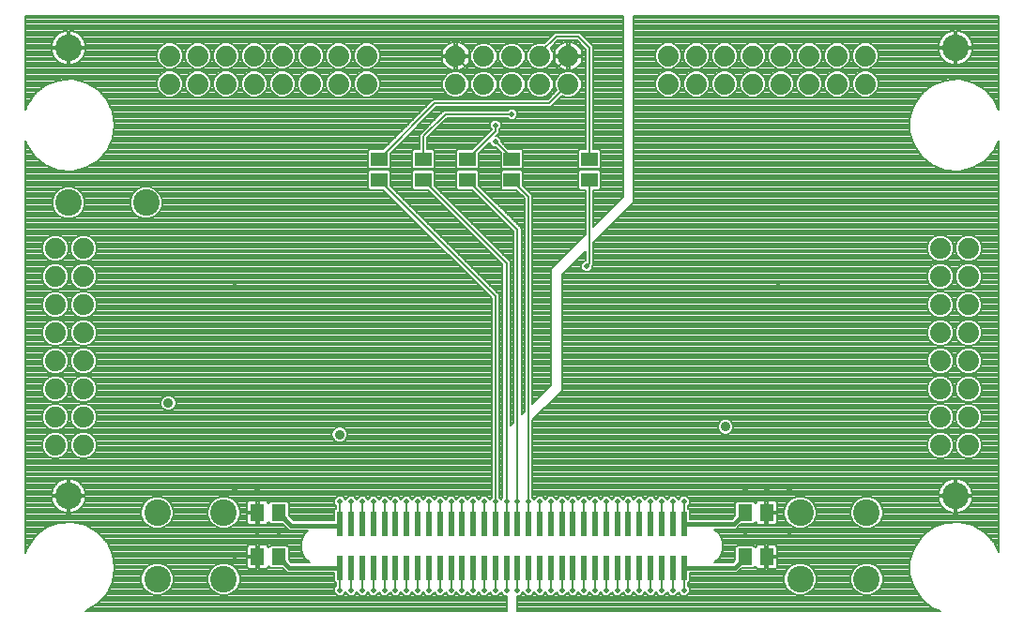
<source format=gbl>
G75*
G70*
%OFA0B0*%
%FSLAX24Y24*%
%IPPOS*%
%LPD*%
%AMOC8*
5,1,8,0,0,1.08239X$1,22.5*
%
%ADD10R,0.0236X0.0906*%
%ADD11C,0.0740*%
%ADD12C,0.0945*%
%ADD13R,0.0591X0.0512*%
%ADD14R,0.0512X0.0591*%
%ADD15C,0.0080*%
%ADD16C,0.0200*%
%ADD17C,0.0160*%
%ADD18C,0.0354*%
D10*
X011755Y002125D03*
X012149Y002125D03*
X012543Y002125D03*
X012936Y002125D03*
X013330Y002125D03*
X013724Y002125D03*
X014117Y002125D03*
X014511Y002125D03*
X014905Y002125D03*
X015299Y002125D03*
X015692Y002125D03*
X016086Y002125D03*
X016480Y002125D03*
X016873Y002125D03*
X017267Y002125D03*
X017661Y002125D03*
X018054Y002125D03*
X018448Y002125D03*
X018842Y002125D03*
X019236Y002125D03*
X019629Y002125D03*
X020023Y002125D03*
X020417Y002125D03*
X020810Y002125D03*
X021204Y002125D03*
X021598Y002125D03*
X021991Y002125D03*
X022385Y002125D03*
X022779Y002125D03*
X023173Y002125D03*
X023566Y002125D03*
X023960Y002125D03*
X023960Y003669D03*
X023566Y003669D03*
X023173Y003669D03*
X022779Y003669D03*
X022385Y003669D03*
X021991Y003669D03*
X021598Y003669D03*
X021204Y003669D03*
X020810Y003669D03*
X020417Y003669D03*
X020023Y003669D03*
X019629Y003669D03*
X019236Y003669D03*
X018842Y003669D03*
X018448Y003669D03*
X018054Y003669D03*
X017661Y003669D03*
X017267Y003669D03*
X016873Y003669D03*
X016480Y003669D03*
X016086Y003669D03*
X015692Y003669D03*
X015299Y003669D03*
X014905Y003669D03*
X014511Y003669D03*
X014117Y003669D03*
X013724Y003669D03*
X013330Y003669D03*
X012936Y003669D03*
X012543Y003669D03*
X012149Y003669D03*
X011755Y003669D03*
D11*
X002649Y006484D03*
X001649Y006484D03*
X001649Y007484D03*
X002649Y007484D03*
X002649Y008484D03*
X001649Y008484D03*
X001649Y009484D03*
X002649Y009484D03*
X002649Y010484D03*
X001649Y010484D03*
X001649Y011484D03*
X002649Y011484D03*
X002649Y012484D03*
X001649Y012484D03*
X001649Y013484D03*
X002649Y013484D03*
X005696Y019326D03*
X006696Y019326D03*
X007696Y019326D03*
X008696Y019326D03*
X009696Y019326D03*
X010696Y019326D03*
X011696Y019326D03*
X012696Y019326D03*
X012696Y020326D03*
X011696Y020326D03*
X010696Y020326D03*
X009696Y020326D03*
X008696Y020326D03*
X007696Y020326D03*
X006696Y020326D03*
X005696Y020326D03*
X015858Y020318D03*
X016858Y020318D03*
X017858Y020318D03*
X018858Y020318D03*
X019858Y020318D03*
X019858Y019318D03*
X018858Y019318D03*
X017858Y019318D03*
X016858Y019318D03*
X015858Y019318D03*
X023413Y019326D03*
X024413Y019326D03*
X025413Y019326D03*
X026413Y019326D03*
X027413Y019326D03*
X028413Y019326D03*
X029413Y019326D03*
X030413Y019326D03*
X030413Y020326D03*
X029413Y020326D03*
X028413Y020326D03*
X027413Y020326D03*
X026413Y020326D03*
X025413Y020326D03*
X024413Y020326D03*
X023413Y020326D03*
X033066Y013484D03*
X034066Y013484D03*
X034066Y012484D03*
X033066Y012484D03*
X033066Y011484D03*
X034066Y011484D03*
X034066Y010484D03*
X033066Y010484D03*
X033066Y009484D03*
X034066Y009484D03*
X034066Y008484D03*
X033066Y008484D03*
X033066Y007484D03*
X034066Y007484D03*
X034066Y006484D03*
X033066Y006484D03*
D12*
X033606Y004669D03*
X030456Y004078D03*
X028094Y004078D03*
X028094Y001716D03*
X030456Y001716D03*
X007621Y001716D03*
X005259Y001716D03*
X005259Y004078D03*
X007621Y004078D03*
X002110Y004669D03*
X002110Y015102D03*
X004866Y015102D03*
X002110Y020614D03*
X033606Y020614D03*
D13*
X020614Y016657D03*
X020614Y015909D03*
X017858Y015909D03*
X017858Y016657D03*
X016283Y016657D03*
X016283Y015909D03*
X014708Y015909D03*
X014708Y016657D03*
X013133Y016657D03*
X013133Y015909D03*
D14*
X009570Y004078D03*
X008822Y004078D03*
X008822Y002503D03*
X009570Y002503D03*
X026145Y002503D03*
X026893Y002503D03*
X026893Y004078D03*
X026145Y004078D03*
D15*
X002709Y000583D02*
X002700Y000581D01*
X017661Y000581D01*
X017661Y001122D01*
X017578Y001122D01*
X017464Y001236D01*
X017350Y001122D01*
X017184Y001122D01*
X017070Y001236D01*
X016956Y001122D01*
X016791Y001122D01*
X016676Y001236D01*
X016563Y001122D01*
X016397Y001122D01*
X016283Y001236D01*
X016169Y001122D01*
X016003Y001122D01*
X015889Y001236D01*
X015775Y001122D01*
X015609Y001122D01*
X015495Y001236D01*
X015381Y001122D01*
X015216Y001122D01*
X015102Y001236D01*
X014988Y001122D01*
X014822Y001122D01*
X014708Y001236D01*
X014594Y001122D01*
X014428Y001122D01*
X014314Y001236D01*
X014200Y001122D01*
X014035Y001122D01*
X013921Y001236D01*
X013807Y001122D01*
X013641Y001122D01*
X013527Y001236D01*
X013413Y001122D01*
X013247Y001122D01*
X013133Y001236D01*
X013019Y001122D01*
X012854Y001122D01*
X012739Y001236D01*
X012626Y001122D01*
X012460Y001122D01*
X012346Y001236D01*
X012232Y001122D01*
X012066Y001122D01*
X011952Y001236D01*
X011838Y001122D01*
X011672Y001122D01*
X011555Y001239D01*
X011555Y001405D01*
X011615Y001465D01*
X011615Y001573D01*
X011596Y001573D01*
X011537Y001631D01*
X011537Y001945D01*
X009874Y001945D01*
X009768Y002051D01*
X009711Y002108D01*
X009273Y002108D01*
X009214Y002167D01*
X009214Y002176D01*
X009209Y002154D01*
X009190Y002122D01*
X009164Y002096D01*
X009132Y002078D01*
X009097Y002068D01*
X008862Y002068D01*
X008862Y002463D01*
X008782Y002463D01*
X008782Y002068D01*
X008548Y002068D01*
X008512Y002078D01*
X008480Y002096D01*
X008454Y002122D01*
X008436Y002154D01*
X008426Y002190D01*
X008426Y002463D01*
X008782Y002463D01*
X008782Y002543D01*
X008426Y002543D01*
X008426Y002817D01*
X008436Y002853D01*
X008454Y002885D01*
X008480Y002911D01*
X008512Y002929D01*
X008548Y002939D01*
X008782Y002939D01*
X008782Y002543D01*
X008862Y002543D01*
X008862Y002939D01*
X009097Y002939D01*
X009132Y002929D01*
X009164Y002911D01*
X009190Y002885D01*
X009209Y002853D01*
X009214Y002831D01*
X009214Y002840D01*
X009273Y002899D01*
X009868Y002899D01*
X009926Y002840D01*
X009926Y002402D01*
X010023Y002305D01*
X010666Y002305D01*
X010479Y002492D01*
X010370Y002755D01*
X010370Y003039D01*
X010479Y003302D01*
X010622Y003445D01*
X010098Y003445D01*
X009948Y003445D01*
X009711Y003683D01*
X009273Y003683D01*
X009214Y003741D01*
X009214Y003750D01*
X009209Y003729D01*
X009190Y003697D01*
X009164Y003671D01*
X009132Y003652D01*
X009097Y003643D01*
X008862Y003643D01*
X008862Y004038D01*
X008782Y004038D01*
X008426Y004038D01*
X008426Y003764D01*
X008436Y003729D01*
X008454Y003697D01*
X008480Y003671D01*
X008512Y003652D01*
X008548Y003643D01*
X008782Y003643D01*
X008782Y004038D01*
X008782Y004118D01*
X008426Y004118D01*
X008426Y004392D01*
X008436Y004427D01*
X008454Y004459D01*
X008480Y004485D01*
X008512Y004504D01*
X008548Y004513D01*
X008782Y004513D01*
X008782Y004118D01*
X008862Y004118D01*
X008862Y004513D01*
X009097Y004513D01*
X009132Y004504D01*
X009164Y004485D01*
X009190Y004459D01*
X009209Y004427D01*
X009214Y004406D01*
X009214Y004415D01*
X009273Y004473D01*
X009868Y004473D01*
X009926Y004415D01*
X009926Y003977D01*
X010098Y003805D01*
X011537Y003805D01*
X011537Y004163D01*
X011596Y004221D01*
X011615Y004221D01*
X011615Y004329D01*
X011555Y004389D01*
X011555Y004555D01*
X011672Y004672D01*
X011838Y004672D01*
X011952Y004558D01*
X012066Y004672D01*
X012232Y004672D01*
X012346Y004558D01*
X012460Y004672D01*
X012626Y004672D01*
X012739Y004558D01*
X012854Y004672D01*
X013019Y004672D01*
X013133Y004558D01*
X013247Y004672D01*
X013413Y004672D01*
X013527Y004558D01*
X013641Y004672D01*
X013807Y004672D01*
X013921Y004558D01*
X014035Y004672D01*
X014200Y004672D01*
X014314Y004558D01*
X014428Y004672D01*
X014594Y004672D01*
X014708Y004558D01*
X014822Y004672D01*
X014988Y004672D01*
X015102Y004558D01*
X015216Y004672D01*
X015381Y004672D01*
X015495Y004558D01*
X015609Y004672D01*
X015775Y004672D01*
X015889Y004558D01*
X016003Y004672D01*
X016169Y004672D01*
X016283Y004558D01*
X016397Y004672D01*
X016563Y004672D01*
X016676Y004558D01*
X016791Y004672D01*
X016956Y004672D01*
X017070Y004558D01*
X017127Y004615D01*
X017127Y011717D01*
X013291Y015553D01*
X012796Y015553D01*
X012738Y015611D01*
X012738Y016206D01*
X012796Y016265D01*
X013470Y016265D01*
X013528Y016206D01*
X013528Y015712D01*
X017407Y011833D01*
X017407Y011717D01*
X017407Y004615D01*
X017464Y004558D01*
X017521Y004615D01*
X017521Y012898D01*
X014866Y015553D01*
X014371Y015553D01*
X014313Y015611D01*
X014313Y016206D01*
X014371Y016265D01*
X015045Y016265D01*
X015103Y016206D01*
X015103Y015711D01*
X017801Y013014D01*
X017801Y012898D01*
X017801Y007171D01*
X017914Y007285D01*
X017914Y014079D01*
X016441Y015553D01*
X015946Y015553D01*
X015888Y015611D01*
X015888Y016206D01*
X015946Y016265D01*
X016620Y016265D01*
X016678Y016206D01*
X016678Y015712D01*
X018194Y014195D01*
X018194Y014079D01*
X018194Y007565D01*
X018308Y007678D01*
X018308Y015260D01*
X018016Y015553D01*
X017521Y015553D01*
X017462Y015611D01*
X017462Y016206D01*
X017521Y016265D01*
X018194Y016265D01*
X018253Y016206D01*
X018253Y015712D01*
X018588Y015376D01*
X018588Y015260D01*
X018588Y007958D01*
X019236Y008606D01*
X019236Y012740D01*
X020474Y013977D01*
X020474Y015553D01*
X020277Y015553D01*
X020218Y015611D01*
X020218Y016206D01*
X020277Y016265D01*
X020950Y016265D01*
X021009Y016206D01*
X021009Y015611D01*
X020950Y015553D01*
X020754Y015553D01*
X020754Y014257D01*
X021795Y015299D01*
X021795Y021748D01*
X000581Y021748D01*
X000581Y018404D01*
X000632Y018569D01*
X000632Y018569D01*
X000907Y018973D01*
X000907Y018973D01*
X000907Y018973D01*
X001290Y019278D01*
X001290Y019278D01*
X001745Y019456D01*
X001745Y019456D01*
X002232Y019493D01*
X002232Y019493D01*
X002709Y019384D01*
X005226Y019384D01*
X005226Y019420D02*
X005226Y019233D01*
X005298Y019060D01*
X005430Y018928D01*
X005603Y018856D01*
X005790Y018856D01*
X005962Y018928D01*
X006095Y019060D01*
X006166Y019233D01*
X006166Y019420D01*
X006095Y019592D01*
X005962Y019725D01*
X005790Y019796D01*
X005603Y019796D01*
X005430Y019725D01*
X005298Y019592D01*
X005226Y019420D01*
X005244Y019463D02*
X002365Y019463D01*
X002709Y019384D02*
X003132Y019140D01*
X003465Y018781D01*
X003465Y018781D01*
X003677Y018341D01*
X003677Y018341D01*
X003750Y017858D01*
X003677Y017374D01*
X003677Y017374D01*
X003465Y016934D01*
X003465Y016934D01*
X003132Y016575D01*
X003132Y016575D01*
X002709Y016331D01*
X002709Y016331D01*
X002232Y016222D01*
X002232Y016222D01*
X001745Y016259D01*
X001745Y016259D01*
X001290Y016437D01*
X001290Y016437D01*
X000907Y016742D01*
X000907Y016742D01*
X000907Y016742D01*
X000632Y017146D01*
X000632Y017146D01*
X000581Y017311D01*
X000581Y002656D01*
X000632Y002821D01*
X000632Y002821D01*
X000907Y003225D01*
X000907Y003225D01*
X001290Y003530D01*
X001290Y003530D01*
X001745Y003708D01*
X001745Y003708D01*
X002232Y003745D01*
X002232Y003745D01*
X002709Y003636D01*
X002709Y003636D01*
X003132Y003392D01*
X003132Y003392D01*
X003465Y003033D01*
X003465Y003033D01*
X003677Y002593D01*
X003677Y002593D01*
X003750Y002110D01*
X003677Y001626D01*
X003677Y001626D01*
X003465Y001186D01*
X003465Y001186D01*
X003132Y000827D01*
X003132Y000827D01*
X002709Y000583D01*
X002760Y000612D02*
X017661Y000612D01*
X017661Y000691D02*
X002896Y000691D01*
X003032Y000769D02*
X017661Y000769D01*
X017661Y000848D02*
X003151Y000848D01*
X003224Y000927D02*
X017661Y000927D01*
X017661Y001005D02*
X003297Y001005D01*
X003370Y001084D02*
X017661Y001084D01*
X017538Y001162D02*
X017390Y001162D01*
X017267Y001322D02*
X017267Y002125D01*
X016873Y002125D02*
X016873Y001322D01*
X016751Y001162D02*
X016602Y001162D01*
X016480Y001322D02*
X016480Y002125D01*
X016086Y002125D02*
X016086Y001322D01*
X016209Y001162D02*
X016357Y001162D01*
X015963Y001162D02*
X015815Y001162D01*
X015692Y001322D02*
X015692Y002125D01*
X015299Y002125D02*
X015299Y001322D01*
X015421Y001162D02*
X015569Y001162D01*
X015176Y001162D02*
X015028Y001162D01*
X014905Y001322D02*
X014905Y002125D01*
X014511Y002125D02*
X014511Y001322D01*
X014388Y001162D02*
X014240Y001162D01*
X014117Y001322D02*
X014117Y002125D01*
X013724Y002125D02*
X013724Y001322D01*
X013847Y001162D02*
X013995Y001162D01*
X013601Y001162D02*
X013453Y001162D01*
X013330Y001322D02*
X013330Y002125D01*
X012936Y002125D02*
X012936Y001322D01*
X012814Y001162D02*
X012665Y001162D01*
X012543Y001322D02*
X012543Y002125D01*
X012149Y002125D02*
X012149Y001322D01*
X012272Y001162D02*
X012420Y001162D01*
X012026Y001162D02*
X011878Y001162D01*
X011755Y001322D02*
X011755Y002125D01*
X011537Y001869D02*
X008178Y001869D01*
X008194Y001830D02*
X008107Y002040D01*
X007946Y002201D01*
X007735Y002288D01*
X007508Y002288D01*
X007297Y002201D01*
X007136Y002040D01*
X007049Y001830D01*
X007049Y001602D01*
X007136Y001392D01*
X007297Y001231D01*
X007508Y001143D01*
X007735Y001143D01*
X007946Y001231D01*
X008107Y001392D01*
X008194Y001602D01*
X008194Y001830D01*
X008194Y001791D02*
X011537Y001791D01*
X011537Y001712D02*
X008194Y001712D01*
X008194Y001633D02*
X011537Y001633D01*
X011615Y001555D02*
X008174Y001555D01*
X008142Y001476D02*
X011615Y001476D01*
X011555Y001398D02*
X008109Y001398D01*
X008034Y001319D02*
X011555Y001319D01*
X011555Y001241D02*
X007956Y001241D01*
X007781Y001162D02*
X011632Y001162D01*
X013059Y001162D02*
X013207Y001162D01*
X014634Y001162D02*
X014782Y001162D01*
X016996Y001162D02*
X017144Y001162D01*
X017661Y001322D02*
X017661Y002125D01*
X018054Y002125D02*
X018054Y001322D01*
X018054Y001122D02*
X018137Y001122D01*
X018251Y001236D01*
X018365Y001122D01*
X018531Y001122D01*
X018645Y001236D01*
X018759Y001122D01*
X018925Y001122D01*
X019039Y001236D01*
X019153Y001122D01*
X019318Y001122D01*
X019432Y001236D01*
X019546Y001122D01*
X019712Y001122D01*
X019826Y001236D01*
X019940Y001122D01*
X020106Y001122D01*
X020220Y001236D01*
X020334Y001122D01*
X020500Y001122D01*
X020614Y001236D01*
X020728Y001122D01*
X020893Y001122D01*
X021007Y001236D01*
X021121Y001122D01*
X021287Y001122D01*
X021401Y001236D01*
X021515Y001122D01*
X021681Y001122D01*
X021795Y001236D01*
X021909Y001122D01*
X022074Y001122D01*
X022188Y001236D01*
X022302Y001122D01*
X022468Y001122D01*
X022582Y001236D01*
X022696Y001122D01*
X022862Y001122D01*
X022976Y001236D01*
X023090Y001122D01*
X023255Y001122D01*
X023369Y001236D01*
X023483Y001122D01*
X023649Y001122D01*
X023763Y001236D01*
X023877Y001122D01*
X024043Y001122D01*
X024160Y001239D01*
X024160Y001405D01*
X024100Y001465D01*
X024100Y001573D01*
X024120Y001573D01*
X024178Y001631D01*
X024178Y001945D01*
X025693Y001945D01*
X025842Y001945D01*
X026004Y002108D01*
X026442Y002108D01*
X026501Y002167D01*
X026501Y002176D01*
X026507Y002154D01*
X026525Y002122D01*
X026551Y002096D01*
X026583Y002078D01*
X026619Y002068D01*
X026853Y002068D01*
X026853Y002463D01*
X026933Y002463D01*
X026933Y002068D01*
X027167Y002068D01*
X027203Y002078D01*
X027235Y002096D01*
X027261Y002122D01*
X027279Y002154D01*
X027289Y002190D01*
X027289Y002463D01*
X026933Y002463D01*
X026933Y002543D01*
X027289Y002543D01*
X027289Y002817D01*
X027279Y002853D01*
X027261Y002885D01*
X027235Y002911D01*
X027203Y002929D01*
X027167Y002939D01*
X026933Y002939D01*
X026933Y002543D01*
X026853Y002543D01*
X026853Y002939D01*
X026619Y002939D01*
X026583Y002929D01*
X026551Y002911D01*
X026525Y002885D01*
X026507Y002853D01*
X026501Y002831D01*
X026501Y002840D01*
X026442Y002899D01*
X025848Y002899D01*
X025789Y002840D01*
X025789Y002402D01*
X025693Y002305D01*
X025050Y002305D01*
X025236Y002492D01*
X025345Y002755D01*
X025345Y003039D01*
X025236Y003302D01*
X025050Y003489D01*
X025810Y003489D01*
X025916Y003594D01*
X026004Y003683D01*
X026442Y003683D01*
X026501Y003741D01*
X026501Y003750D01*
X026507Y003729D01*
X026525Y003697D01*
X026551Y003671D01*
X026583Y003652D01*
X026619Y003643D01*
X026853Y003643D01*
X026853Y004038D01*
X026933Y004038D01*
X026933Y003643D01*
X027167Y003643D01*
X027203Y003652D01*
X027235Y003671D01*
X027261Y003697D01*
X027279Y003729D01*
X027289Y003764D01*
X027289Y004038D01*
X026933Y004038D01*
X026933Y004118D01*
X027289Y004118D01*
X027289Y004392D01*
X027279Y004427D01*
X027261Y004459D01*
X027235Y004485D01*
X027203Y004504D01*
X027167Y004513D01*
X026933Y004513D01*
X026933Y004118D01*
X026853Y004118D01*
X026853Y004513D01*
X026619Y004513D01*
X026583Y004504D01*
X026551Y004485D01*
X026525Y004459D01*
X026507Y004427D01*
X026501Y004406D01*
X026501Y004415D01*
X026442Y004473D01*
X025848Y004473D01*
X025789Y004415D01*
X025789Y003977D01*
X025661Y003849D01*
X024178Y003849D01*
X024178Y004163D01*
X024120Y004221D01*
X024100Y004221D01*
X024100Y004329D01*
X024160Y004389D01*
X024160Y004555D01*
X024043Y004672D01*
X023877Y004672D01*
X023763Y004558D01*
X023649Y004672D01*
X023483Y004672D01*
X023369Y004558D01*
X023255Y004672D01*
X023090Y004672D01*
X022976Y004558D01*
X022862Y004672D01*
X022696Y004672D01*
X022582Y004558D01*
X022468Y004672D01*
X022302Y004672D01*
X022188Y004558D01*
X022074Y004672D01*
X021909Y004672D01*
X021795Y004558D01*
X021681Y004672D01*
X021515Y004672D01*
X021401Y004558D01*
X021287Y004672D01*
X021121Y004672D01*
X021007Y004558D01*
X020893Y004672D01*
X020728Y004672D01*
X020614Y004558D01*
X020500Y004672D01*
X020334Y004672D01*
X020220Y004558D01*
X020106Y004672D01*
X019940Y004672D01*
X019826Y004558D01*
X019712Y004672D01*
X019546Y004672D01*
X019432Y004558D01*
X019318Y004672D01*
X019153Y004672D01*
X019039Y004558D01*
X018925Y004672D01*
X018759Y004672D01*
X018645Y004558D01*
X018588Y004615D01*
X018588Y007368D01*
X019629Y008409D01*
X019629Y012543D01*
X020474Y013387D01*
X020474Y013038D01*
X020432Y013038D01*
X020315Y012921D01*
X020315Y012755D01*
X020432Y012638D01*
X020598Y012638D01*
X020715Y012755D01*
X020715Y012840D01*
X020754Y012878D01*
X020754Y013667D01*
X022188Y015102D01*
X022188Y021748D01*
X035134Y021748D01*
X035134Y018421D01*
X034961Y018781D01*
X034961Y018781D01*
X034628Y019140D01*
X034205Y019384D01*
X035134Y019384D01*
X035134Y019306D02*
X034341Y019306D01*
X034205Y019384D02*
X034205Y019384D01*
X033728Y019493D01*
X033241Y019456D01*
X032786Y019278D01*
X032786Y019278D01*
X032404Y018973D01*
X032403Y018973D01*
X032128Y018569D01*
X031984Y018102D01*
X031984Y017613D01*
X032128Y017146D01*
X032403Y016742D01*
X032404Y016742D01*
X032786Y016437D01*
X033241Y016259D01*
X033728Y016222D01*
X034205Y016331D01*
X034628Y016575D01*
X034628Y016575D01*
X034628Y016575D01*
X034961Y016934D01*
X035134Y017294D01*
X035134Y002673D01*
X034961Y003033D01*
X034961Y003033D01*
X034628Y003392D01*
X034205Y003636D01*
X034205Y003636D01*
X033728Y003745D01*
X033241Y003708D01*
X032786Y003530D01*
X032786Y003530D01*
X032403Y003225D01*
X032128Y002821D01*
X031984Y002354D01*
X031984Y001865D01*
X032128Y001398D01*
X032128Y001398D01*
X032403Y000994D01*
X032786Y000689D01*
X033062Y000581D01*
X018054Y000581D01*
X018054Y001122D01*
X018054Y001084D02*
X032342Y001084D01*
X032289Y001162D02*
X030615Y001162D01*
X030570Y001143D02*
X030342Y001143D01*
X030132Y001231D01*
X029971Y001392D01*
X029884Y001602D01*
X029884Y001830D01*
X029971Y002040D01*
X030132Y002201D01*
X030342Y002288D01*
X030570Y002288D01*
X030780Y002201D01*
X030941Y002040D01*
X031029Y001830D01*
X031029Y001602D01*
X030941Y001392D01*
X030780Y001231D01*
X030570Y001143D01*
X030791Y001241D02*
X032235Y001241D01*
X032182Y001319D02*
X030869Y001319D01*
X030944Y001398D02*
X032128Y001398D01*
X032104Y001476D02*
X030976Y001476D01*
X031009Y001555D02*
X032080Y001555D01*
X032055Y001633D02*
X031029Y001633D01*
X031029Y001712D02*
X032031Y001712D01*
X032007Y001791D02*
X031029Y001791D01*
X031012Y001869D02*
X031984Y001869D01*
X031984Y001948D02*
X030980Y001948D01*
X030947Y002026D02*
X031984Y002026D01*
X031984Y002105D02*
X030877Y002105D01*
X030798Y002183D02*
X031984Y002183D01*
X031984Y002262D02*
X030634Y002262D01*
X030278Y002262D02*
X028272Y002262D01*
X028208Y002288D02*
X028418Y002201D01*
X028579Y002040D01*
X028666Y001830D01*
X028666Y001602D01*
X028579Y001392D01*
X028418Y001231D01*
X028208Y001143D01*
X027980Y001143D01*
X027770Y001231D01*
X027609Y001392D01*
X027521Y001602D01*
X027521Y001830D01*
X027609Y002040D01*
X027770Y002201D01*
X027980Y002288D01*
X028208Y002288D01*
X028436Y002183D02*
X030114Y002183D01*
X030035Y002105D02*
X028515Y002105D01*
X028585Y002026D02*
X029965Y002026D01*
X029932Y001948D02*
X028618Y001948D01*
X028650Y001869D02*
X029900Y001869D01*
X029884Y001791D02*
X028666Y001791D01*
X028666Y001712D02*
X029884Y001712D01*
X029884Y001633D02*
X028666Y001633D01*
X028647Y001555D02*
X029903Y001555D01*
X029936Y001476D02*
X028614Y001476D01*
X028582Y001398D02*
X029968Y001398D01*
X030043Y001319D02*
X028507Y001319D01*
X028428Y001241D02*
X030122Y001241D01*
X030297Y001162D02*
X028253Y001162D01*
X027935Y001162D02*
X024083Y001162D01*
X024160Y001241D02*
X027759Y001241D01*
X027681Y001319D02*
X024160Y001319D01*
X024160Y001398D02*
X027606Y001398D01*
X027573Y001476D02*
X024100Y001476D01*
X024100Y001555D02*
X027541Y001555D01*
X027521Y001633D02*
X024178Y001633D01*
X024178Y001712D02*
X027521Y001712D01*
X027521Y001791D02*
X024178Y001791D01*
X024178Y001869D02*
X027538Y001869D01*
X027570Y001948D02*
X025844Y001948D01*
X025922Y002026D02*
X027603Y002026D01*
X027673Y002105D02*
X027244Y002105D01*
X027287Y002183D02*
X027752Y002183D01*
X027916Y002262D02*
X027289Y002262D01*
X027289Y002340D02*
X031984Y002340D01*
X032004Y002419D02*
X027289Y002419D01*
X027289Y002576D02*
X032052Y002576D01*
X032028Y002497D02*
X026933Y002497D01*
X026933Y002419D02*
X026853Y002419D01*
X026853Y002340D02*
X026933Y002340D01*
X026933Y002262D02*
X026853Y002262D01*
X026853Y002183D02*
X026933Y002183D01*
X026933Y002105D02*
X026853Y002105D01*
X026542Y002105D02*
X026001Y002105D01*
X025728Y002340D02*
X025085Y002340D01*
X025163Y002419D02*
X025789Y002419D01*
X025789Y002497D02*
X025238Y002497D01*
X025271Y002576D02*
X025789Y002576D01*
X025789Y002654D02*
X025303Y002654D01*
X025336Y002733D02*
X025789Y002733D01*
X025789Y002812D02*
X025345Y002812D01*
X025345Y002890D02*
X025839Y002890D01*
X025345Y002969D02*
X032229Y002969D01*
X032282Y003047D02*
X025342Y003047D01*
X025309Y003126D02*
X032336Y003126D01*
X032389Y003204D02*
X025277Y003204D01*
X025244Y003283D02*
X032476Y003283D01*
X032403Y003225D02*
X032403Y003225D01*
X032574Y003361D02*
X025177Y003361D01*
X025098Y003440D02*
X032673Y003440D01*
X032771Y003518D02*
X030601Y003518D01*
X030570Y003506D02*
X030780Y003593D01*
X030941Y003754D01*
X031029Y003964D01*
X031029Y004192D01*
X030941Y004402D01*
X030780Y004563D01*
X030570Y004651D01*
X030342Y004651D01*
X030132Y004563D01*
X029971Y004402D01*
X029884Y004192D01*
X029884Y003964D01*
X029971Y003754D01*
X030132Y003593D01*
X030342Y003506D01*
X030570Y003506D01*
X030785Y003597D02*
X032957Y003597D01*
X033157Y003676D02*
X030863Y003676D01*
X030941Y003754D02*
X035134Y003754D01*
X035134Y003676D02*
X034032Y003676D01*
X034273Y003597D02*
X035134Y003597D01*
X035134Y003518D02*
X034409Y003518D01*
X034545Y003440D02*
X035134Y003440D01*
X035134Y003361D02*
X034656Y003361D01*
X034628Y003392D02*
X034628Y003392D01*
X034729Y003283D02*
X035134Y003283D01*
X035134Y003204D02*
X034802Y003204D01*
X034875Y003126D02*
X035134Y003126D01*
X035134Y003047D02*
X034948Y003047D01*
X034992Y002969D02*
X035134Y002969D01*
X035134Y002890D02*
X035030Y002890D01*
X035067Y002812D02*
X035134Y002812D01*
X035134Y002733D02*
X035105Y002733D01*
X035134Y003833D02*
X030974Y003833D01*
X031007Y003911D02*
X035134Y003911D01*
X035134Y003990D02*
X031029Y003990D01*
X031029Y004068D02*
X033481Y004068D01*
X033462Y004071D02*
X033557Y004056D01*
X033566Y004056D01*
X033566Y004628D01*
X033646Y004628D01*
X033646Y004056D01*
X033654Y004056D01*
X033749Y004071D01*
X033841Y004101D01*
X033927Y004145D01*
X034005Y004201D01*
X034073Y004270D01*
X034130Y004348D01*
X034173Y004434D01*
X034203Y004525D01*
X034218Y004620D01*
X034218Y004629D01*
X033646Y004629D01*
X033646Y004709D01*
X034218Y004709D01*
X034218Y004717D01*
X034203Y004812D01*
X034173Y004904D01*
X034130Y004990D01*
X034073Y005068D01*
X034005Y005136D01*
X033927Y005193D01*
X033841Y005236D01*
X033749Y005266D01*
X033654Y005281D01*
X033646Y005281D01*
X033646Y004709D01*
X033566Y004709D01*
X033566Y005281D01*
X033557Y005281D01*
X033462Y005266D01*
X033371Y005236D01*
X033285Y005193D01*
X033207Y005136D01*
X033138Y005068D01*
X033082Y004990D01*
X033038Y004904D01*
X033008Y004812D01*
X032993Y004717D01*
X032993Y004709D01*
X033565Y004709D01*
X033565Y004629D01*
X032993Y004629D01*
X032993Y004620D01*
X033008Y004525D01*
X033038Y004434D01*
X033082Y004348D01*
X033138Y004270D01*
X033207Y004201D01*
X033285Y004145D01*
X033371Y004101D01*
X033462Y004071D01*
X033566Y004068D02*
X033646Y004068D01*
X033646Y004147D02*
X033566Y004147D01*
X033566Y004225D02*
X033646Y004225D01*
X033646Y004304D02*
X033566Y004304D01*
X033566Y004382D02*
X033646Y004382D01*
X033646Y004461D02*
X033566Y004461D01*
X033566Y004540D02*
X033646Y004540D01*
X033646Y004618D02*
X033566Y004618D01*
X033565Y004697D02*
X018588Y004697D01*
X018588Y004775D02*
X033002Y004775D01*
X033022Y004854D02*
X018588Y004854D01*
X018588Y004932D02*
X033053Y004932D01*
X033097Y005011D02*
X018588Y005011D01*
X018588Y005089D02*
X033160Y005089D01*
X033251Y005168D02*
X018588Y005168D01*
X018588Y005246D02*
X033402Y005246D01*
X033566Y005246D02*
X033646Y005246D01*
X033646Y005168D02*
X033566Y005168D01*
X033566Y005089D02*
X033646Y005089D01*
X033646Y005011D02*
X033566Y005011D01*
X033566Y004932D02*
X033646Y004932D01*
X033646Y004854D02*
X033566Y004854D01*
X033566Y004775D02*
X033646Y004775D01*
X033646Y004697D02*
X035134Y004697D01*
X035134Y004775D02*
X034209Y004775D01*
X034190Y004854D02*
X035134Y004854D01*
X035134Y004932D02*
X034159Y004932D01*
X034114Y005011D02*
X035134Y005011D01*
X035134Y005089D02*
X034051Y005089D01*
X033961Y005168D02*
X035134Y005168D01*
X035134Y005246D02*
X033810Y005246D01*
X034218Y004618D02*
X035134Y004618D01*
X035134Y004540D02*
X034205Y004540D01*
X034182Y004461D02*
X035134Y004461D01*
X035134Y004382D02*
X034147Y004382D01*
X034098Y004304D02*
X035134Y004304D01*
X035134Y004225D02*
X034029Y004225D01*
X033929Y004147D02*
X035134Y004147D01*
X035134Y004068D02*
X033730Y004068D01*
X033728Y003745D02*
X033728Y003745D01*
X033241Y003708D02*
X033241Y003708D01*
X033282Y004147D02*
X031029Y004147D01*
X031015Y004225D02*
X033183Y004225D01*
X033114Y004304D02*
X030982Y004304D01*
X030950Y004382D02*
X033064Y004382D01*
X033029Y004461D02*
X030883Y004461D01*
X030804Y004540D02*
X033006Y004540D01*
X032994Y004618D02*
X030648Y004618D01*
X030264Y004618D02*
X028286Y004618D01*
X028208Y004651D02*
X028418Y004563D01*
X028579Y004402D01*
X028666Y004192D01*
X028666Y003964D01*
X028579Y003754D01*
X029971Y003754D01*
X029938Y003833D02*
X028612Y003833D01*
X028644Y003911D02*
X029905Y003911D01*
X029884Y003990D02*
X028666Y003990D01*
X028666Y004068D02*
X029884Y004068D01*
X029884Y004147D02*
X028666Y004147D01*
X028653Y004225D02*
X029897Y004225D01*
X029930Y004304D02*
X028620Y004304D01*
X028587Y004382D02*
X029962Y004382D01*
X030029Y004461D02*
X028521Y004461D01*
X028442Y004540D02*
X030108Y004540D01*
X030049Y003676D02*
X028501Y003676D01*
X028579Y003754D02*
X028418Y003593D01*
X028208Y003506D01*
X027980Y003506D01*
X027770Y003593D01*
X027609Y003754D01*
X027521Y003964D01*
X027521Y004192D01*
X027609Y004402D01*
X027770Y004563D01*
X027980Y004651D01*
X028208Y004651D01*
X027901Y004618D02*
X024097Y004618D01*
X024160Y004540D02*
X027746Y004540D01*
X027667Y004461D02*
X027259Y004461D01*
X027289Y004382D02*
X027600Y004382D01*
X027568Y004304D02*
X027289Y004304D01*
X027289Y004225D02*
X027535Y004225D01*
X027521Y004147D02*
X027289Y004147D01*
X027289Y003990D02*
X027521Y003990D01*
X027521Y004068D02*
X026933Y004068D01*
X026933Y003990D02*
X026853Y003990D01*
X026853Y003911D02*
X026933Y003911D01*
X026933Y003833D02*
X026853Y003833D01*
X026853Y003754D02*
X026933Y003754D01*
X026933Y003676D02*
X026853Y003676D01*
X026546Y003676D02*
X025997Y003676D01*
X025918Y003597D02*
X027765Y003597D01*
X027687Y003676D02*
X027240Y003676D01*
X027286Y003754D02*
X027608Y003754D01*
X027576Y003833D02*
X027289Y003833D01*
X027289Y003911D02*
X027543Y003911D01*
X027949Y003518D02*
X025840Y003518D01*
X025724Y003911D02*
X024178Y003911D01*
X024178Y003990D02*
X025789Y003990D01*
X025789Y004068D02*
X024178Y004068D01*
X024178Y004147D02*
X025789Y004147D01*
X025789Y004225D02*
X024100Y004225D01*
X024100Y004304D02*
X025789Y004304D01*
X025789Y004382D02*
X024153Y004382D01*
X024160Y004461D02*
X025835Y004461D01*
X026455Y004461D02*
X026527Y004461D01*
X026853Y004461D02*
X026933Y004461D01*
X026933Y004382D02*
X026853Y004382D01*
X026853Y004304D02*
X026933Y004304D01*
X026933Y004225D02*
X026853Y004225D01*
X026853Y004147D02*
X026933Y004147D01*
X028239Y003518D02*
X030311Y003518D01*
X030127Y003597D02*
X028422Y003597D01*
X027255Y002890D02*
X032175Y002890D01*
X032128Y002821D02*
X032128Y002821D01*
X032125Y002812D02*
X027289Y002812D01*
X027289Y002733D02*
X032101Y002733D01*
X032077Y002654D02*
X027289Y002654D01*
X026933Y002654D02*
X026853Y002654D01*
X026853Y002576D02*
X026933Y002576D01*
X026933Y002733D02*
X026853Y002733D01*
X026853Y002812D02*
X026933Y002812D01*
X026933Y002890D02*
X026853Y002890D01*
X026531Y002890D02*
X026451Y002890D01*
X023960Y002125D02*
X023960Y001322D01*
X023837Y001162D02*
X023689Y001162D01*
X023566Y001322D02*
X023566Y002125D01*
X023173Y002125D02*
X023173Y001322D01*
X023295Y001162D02*
X023443Y001162D01*
X023050Y001162D02*
X022902Y001162D01*
X022779Y001322D02*
X022779Y002125D01*
X022385Y002125D02*
X022385Y001322D01*
X022262Y001162D02*
X022114Y001162D01*
X021991Y001322D02*
X021991Y002125D01*
X021598Y002125D02*
X021598Y001322D01*
X021721Y001162D02*
X021869Y001162D01*
X021475Y001162D02*
X021327Y001162D01*
X021204Y001322D02*
X021204Y002125D01*
X020810Y002125D02*
X020810Y001322D01*
X020688Y001162D02*
X020539Y001162D01*
X020417Y001322D02*
X020417Y002125D01*
X020023Y002125D02*
X020023Y001322D01*
X020146Y001162D02*
X020294Y001162D01*
X019900Y001162D02*
X019752Y001162D01*
X019629Y001322D02*
X019629Y002125D01*
X019236Y002125D02*
X019236Y001322D01*
X019358Y001162D02*
X019506Y001162D01*
X019113Y001162D02*
X018965Y001162D01*
X018842Y001322D02*
X018842Y002125D01*
X018448Y002125D02*
X018448Y001322D01*
X018325Y001162D02*
X018177Y001162D01*
X018054Y001005D02*
X032396Y001005D01*
X032403Y000994D02*
X032403Y000994D01*
X032488Y000927D02*
X018054Y000927D01*
X018054Y000848D02*
X032587Y000848D01*
X032685Y000769D02*
X018054Y000769D01*
X018054Y000691D02*
X032784Y000691D01*
X032786Y000689D02*
X032786Y000689D01*
X032982Y000612D02*
X018054Y000612D01*
X018571Y001162D02*
X018719Y001162D01*
X020933Y001162D02*
X021081Y001162D01*
X022508Y001162D02*
X022656Y001162D01*
X022779Y003669D02*
X022779Y004472D01*
X022915Y004618D02*
X023036Y004618D01*
X023173Y004472D02*
X023173Y003669D01*
X023566Y003669D02*
X023566Y004472D01*
X023430Y004618D02*
X023309Y004618D01*
X023703Y004618D02*
X023823Y004618D01*
X023960Y004472D02*
X023960Y003669D01*
X022642Y004618D02*
X022522Y004618D01*
X022385Y004472D02*
X022385Y003669D01*
X021991Y003669D02*
X021991Y004472D01*
X021855Y004618D02*
X021734Y004618D01*
X021598Y004472D02*
X021598Y003669D01*
X021204Y003669D02*
X021204Y004472D01*
X021068Y004618D02*
X020947Y004618D01*
X020810Y004472D02*
X020810Y003669D01*
X020417Y003669D02*
X020417Y004472D01*
X020553Y004618D02*
X020674Y004618D01*
X020280Y004618D02*
X020160Y004618D01*
X020023Y004472D02*
X020023Y003669D01*
X019629Y003669D02*
X019629Y004472D01*
X019493Y004618D02*
X019372Y004618D01*
X019236Y004472D02*
X019236Y003669D01*
X018842Y003669D02*
X018842Y004472D01*
X018978Y004618D02*
X019099Y004618D01*
X018705Y004618D02*
X018588Y004618D01*
X018448Y004472D02*
X018448Y015318D01*
X017858Y015909D01*
X017462Y015928D02*
X016678Y015928D01*
X016678Y015850D02*
X017462Y015850D01*
X017462Y015771D02*
X016678Y015771D01*
X016697Y015693D02*
X017462Y015693D01*
X017462Y015614D02*
X016775Y015614D01*
X016854Y015536D02*
X018033Y015536D01*
X018111Y015457D02*
X016933Y015457D01*
X017011Y015379D02*
X018190Y015379D01*
X018268Y015300D02*
X017090Y015300D01*
X017168Y015221D02*
X018308Y015221D01*
X018308Y015143D02*
X017247Y015143D01*
X017325Y015064D02*
X018308Y015064D01*
X018308Y014986D02*
X017404Y014986D01*
X017482Y014907D02*
X018308Y014907D01*
X018308Y014829D02*
X017561Y014829D01*
X017639Y014750D02*
X018308Y014750D01*
X018308Y014672D02*
X017718Y014672D01*
X017797Y014593D02*
X018308Y014593D01*
X018308Y014515D02*
X017875Y014515D01*
X017954Y014436D02*
X018308Y014436D01*
X018308Y014357D02*
X018032Y014357D01*
X018111Y014279D02*
X018308Y014279D01*
X018308Y014200D02*
X018189Y014200D01*
X018194Y014122D02*
X018308Y014122D01*
X018308Y014043D02*
X018194Y014043D01*
X018194Y013965D02*
X018308Y013965D01*
X018308Y013886D02*
X018194Y013886D01*
X018194Y013808D02*
X018308Y013808D01*
X018308Y013729D02*
X018194Y013729D01*
X018194Y013651D02*
X018308Y013651D01*
X018308Y013572D02*
X018194Y013572D01*
X018194Y013493D02*
X018308Y013493D01*
X018308Y013415D02*
X018194Y013415D01*
X018194Y013336D02*
X018308Y013336D01*
X018308Y013258D02*
X018194Y013258D01*
X018194Y013179D02*
X018308Y013179D01*
X018308Y013101D02*
X018194Y013101D01*
X018194Y013022D02*
X018308Y013022D01*
X018308Y012944D02*
X018194Y012944D01*
X018194Y012865D02*
X018308Y012865D01*
X018308Y012787D02*
X018194Y012787D01*
X018194Y012708D02*
X018308Y012708D01*
X018308Y012629D02*
X018194Y012629D01*
X018194Y012551D02*
X018308Y012551D01*
X018308Y012472D02*
X018194Y012472D01*
X018194Y012394D02*
X018308Y012394D01*
X018308Y012315D02*
X018194Y012315D01*
X018194Y012237D02*
X018308Y012237D01*
X018308Y012158D02*
X018194Y012158D01*
X018194Y012080D02*
X018308Y012080D01*
X018308Y012001D02*
X018194Y012001D01*
X018194Y011923D02*
X018308Y011923D01*
X018308Y011844D02*
X018194Y011844D01*
X018194Y011766D02*
X018308Y011766D01*
X018308Y011687D02*
X018194Y011687D01*
X018194Y011608D02*
X018308Y011608D01*
X018308Y011530D02*
X018194Y011530D01*
X018194Y011451D02*
X018308Y011451D01*
X018308Y011373D02*
X018194Y011373D01*
X018194Y011294D02*
X018308Y011294D01*
X018308Y011216D02*
X018194Y011216D01*
X018194Y011137D02*
X018308Y011137D01*
X018308Y011059D02*
X018194Y011059D01*
X018194Y010980D02*
X018308Y010980D01*
X018308Y010902D02*
X018194Y010902D01*
X018194Y010823D02*
X018308Y010823D01*
X018308Y010744D02*
X018194Y010744D01*
X018194Y010666D02*
X018308Y010666D01*
X018308Y010587D02*
X018194Y010587D01*
X018194Y010509D02*
X018308Y010509D01*
X018308Y010430D02*
X018194Y010430D01*
X018194Y010352D02*
X018308Y010352D01*
X018308Y010273D02*
X018194Y010273D01*
X018194Y010195D02*
X018308Y010195D01*
X018308Y010116D02*
X018194Y010116D01*
X018194Y010038D02*
X018308Y010038D01*
X018308Y009959D02*
X018194Y009959D01*
X018194Y009880D02*
X018308Y009880D01*
X018308Y009802D02*
X018194Y009802D01*
X018194Y009723D02*
X018308Y009723D01*
X018308Y009645D02*
X018194Y009645D01*
X018194Y009566D02*
X018308Y009566D01*
X018308Y009488D02*
X018194Y009488D01*
X018194Y009409D02*
X018308Y009409D01*
X018308Y009331D02*
X018194Y009331D01*
X018194Y009252D02*
X018308Y009252D01*
X018308Y009174D02*
X018194Y009174D01*
X018194Y009095D02*
X018308Y009095D01*
X018308Y009016D02*
X018194Y009016D01*
X018194Y008938D02*
X018308Y008938D01*
X018308Y008859D02*
X018194Y008859D01*
X018194Y008781D02*
X018308Y008781D01*
X018308Y008702D02*
X018194Y008702D01*
X018194Y008624D02*
X018308Y008624D01*
X018308Y008545D02*
X018194Y008545D01*
X018194Y008467D02*
X018308Y008467D01*
X018308Y008388D02*
X018194Y008388D01*
X018194Y008310D02*
X018308Y008310D01*
X018308Y008231D02*
X018194Y008231D01*
X018194Y008153D02*
X018308Y008153D01*
X018308Y008074D02*
X018194Y008074D01*
X018194Y007995D02*
X018308Y007995D01*
X018308Y007917D02*
X018194Y007917D01*
X018194Y007838D02*
X018308Y007838D01*
X018308Y007760D02*
X018194Y007760D01*
X018194Y007681D02*
X018308Y007681D01*
X018233Y007603D02*
X018194Y007603D01*
X017914Y007603D02*
X017801Y007603D01*
X017801Y007681D02*
X017914Y007681D01*
X017914Y007760D02*
X017801Y007760D01*
X017801Y007838D02*
X017914Y007838D01*
X017914Y007917D02*
X017801Y007917D01*
X017801Y007995D02*
X017914Y007995D01*
X017914Y008074D02*
X017801Y008074D01*
X017801Y008153D02*
X017914Y008153D01*
X017914Y008231D02*
X017801Y008231D01*
X017801Y008310D02*
X017914Y008310D01*
X017914Y008388D02*
X017801Y008388D01*
X017801Y008467D02*
X017914Y008467D01*
X017914Y008545D02*
X017801Y008545D01*
X017801Y008624D02*
X017914Y008624D01*
X017914Y008702D02*
X017801Y008702D01*
X017801Y008781D02*
X017914Y008781D01*
X017914Y008859D02*
X017801Y008859D01*
X017801Y008938D02*
X017914Y008938D01*
X017914Y009016D02*
X017801Y009016D01*
X017801Y009095D02*
X017914Y009095D01*
X017914Y009174D02*
X017801Y009174D01*
X017801Y009252D02*
X017914Y009252D01*
X017914Y009331D02*
X017801Y009331D01*
X017801Y009409D02*
X017914Y009409D01*
X017914Y009488D02*
X017801Y009488D01*
X017801Y009566D02*
X017914Y009566D01*
X017914Y009645D02*
X017801Y009645D01*
X017801Y009723D02*
X017914Y009723D01*
X017914Y009802D02*
X017801Y009802D01*
X017801Y009880D02*
X017914Y009880D01*
X017914Y009959D02*
X017801Y009959D01*
X017801Y010038D02*
X017914Y010038D01*
X017914Y010116D02*
X017801Y010116D01*
X017801Y010195D02*
X017914Y010195D01*
X017914Y010273D02*
X017801Y010273D01*
X017801Y010352D02*
X017914Y010352D01*
X017914Y010430D02*
X017801Y010430D01*
X017801Y010509D02*
X017914Y010509D01*
X017914Y010587D02*
X017801Y010587D01*
X017801Y010666D02*
X017914Y010666D01*
X017914Y010744D02*
X017801Y010744D01*
X017801Y010823D02*
X017914Y010823D01*
X017914Y010902D02*
X017801Y010902D01*
X017801Y010980D02*
X017914Y010980D01*
X017914Y011059D02*
X017801Y011059D01*
X017801Y011137D02*
X017914Y011137D01*
X017914Y011216D02*
X017801Y011216D01*
X017801Y011294D02*
X017914Y011294D01*
X017914Y011373D02*
X017801Y011373D01*
X017801Y011451D02*
X017914Y011451D01*
X017914Y011530D02*
X017801Y011530D01*
X017801Y011608D02*
X017914Y011608D01*
X017914Y011687D02*
X017801Y011687D01*
X017801Y011766D02*
X017914Y011766D01*
X017914Y011844D02*
X017801Y011844D01*
X017801Y011923D02*
X017914Y011923D01*
X017914Y012001D02*
X017801Y012001D01*
X017801Y012080D02*
X017914Y012080D01*
X017914Y012158D02*
X017801Y012158D01*
X017801Y012237D02*
X017914Y012237D01*
X017914Y012315D02*
X017801Y012315D01*
X017801Y012394D02*
X017914Y012394D01*
X017914Y012472D02*
X017801Y012472D01*
X017801Y012551D02*
X017914Y012551D01*
X017914Y012629D02*
X017801Y012629D01*
X017801Y012708D02*
X017914Y012708D01*
X017914Y012787D02*
X017801Y012787D01*
X017801Y012865D02*
X017914Y012865D01*
X017914Y012944D02*
X017801Y012944D01*
X017793Y013022D02*
X017914Y013022D01*
X017914Y013101D02*
X017714Y013101D01*
X017636Y013179D02*
X017914Y013179D01*
X017914Y013258D02*
X017557Y013258D01*
X017478Y013336D02*
X017914Y013336D01*
X017914Y013415D02*
X017400Y013415D01*
X017321Y013493D02*
X017914Y013493D01*
X017914Y013572D02*
X017243Y013572D01*
X017164Y013651D02*
X017914Y013651D01*
X017914Y013729D02*
X017086Y013729D01*
X017007Y013808D02*
X017914Y013808D01*
X017914Y013886D02*
X016929Y013886D01*
X016850Y013965D02*
X017914Y013965D01*
X017914Y014043D02*
X016772Y014043D01*
X016693Y014122D02*
X017872Y014122D01*
X017793Y014200D02*
X016614Y014200D01*
X016536Y014279D02*
X017715Y014279D01*
X017636Y014357D02*
X016457Y014357D01*
X016379Y014436D02*
X017558Y014436D01*
X017479Y014515D02*
X016300Y014515D01*
X016222Y014593D02*
X017401Y014593D01*
X017322Y014672D02*
X016143Y014672D01*
X016065Y014750D02*
X017243Y014750D01*
X017165Y014829D02*
X015986Y014829D01*
X015908Y014907D02*
X017086Y014907D01*
X017008Y014986D02*
X015829Y014986D01*
X015750Y015064D02*
X016929Y015064D01*
X016851Y015143D02*
X015672Y015143D01*
X015593Y015221D02*
X016772Y015221D01*
X016694Y015300D02*
X015515Y015300D01*
X015436Y015379D02*
X016615Y015379D01*
X016537Y015457D02*
X015358Y015457D01*
X015279Y015536D02*
X016458Y015536D01*
X016283Y015909D02*
X018054Y014137D01*
X018054Y004472D01*
X018054Y003669D01*
X017661Y003669D02*
X017661Y004472D01*
X017661Y012956D01*
X014708Y015909D01*
X014313Y015928D02*
X013528Y015928D01*
X013528Y015850D02*
X014313Y015850D01*
X014313Y015771D02*
X013528Y015771D01*
X013547Y015693D02*
X014313Y015693D01*
X014313Y015614D02*
X013626Y015614D01*
X013704Y015536D02*
X014883Y015536D01*
X014962Y015457D02*
X013783Y015457D01*
X013861Y015379D02*
X015040Y015379D01*
X015119Y015300D02*
X013940Y015300D01*
X014019Y015221D02*
X015197Y015221D01*
X015276Y015143D02*
X014097Y015143D01*
X014176Y015064D02*
X015354Y015064D01*
X015433Y014986D02*
X014254Y014986D01*
X014333Y014907D02*
X015512Y014907D01*
X015590Y014829D02*
X014411Y014829D01*
X014490Y014750D02*
X015669Y014750D01*
X015747Y014672D02*
X014568Y014672D01*
X014647Y014593D02*
X015826Y014593D01*
X015904Y014515D02*
X014725Y014515D01*
X014804Y014436D02*
X015983Y014436D01*
X016061Y014357D02*
X014883Y014357D01*
X014961Y014279D02*
X016140Y014279D01*
X016218Y014200D02*
X015040Y014200D01*
X015118Y014122D02*
X016297Y014122D01*
X016376Y014043D02*
X015197Y014043D01*
X015275Y013965D02*
X016454Y013965D01*
X016533Y013886D02*
X015354Y013886D01*
X015432Y013808D02*
X016611Y013808D01*
X016690Y013729D02*
X015511Y013729D01*
X015589Y013651D02*
X016768Y013651D01*
X016847Y013572D02*
X015668Y013572D01*
X015747Y013493D02*
X016925Y013493D01*
X017004Y013415D02*
X015825Y013415D01*
X015904Y013336D02*
X017082Y013336D01*
X017161Y013258D02*
X015982Y013258D01*
X016061Y013179D02*
X017240Y013179D01*
X017318Y013101D02*
X016139Y013101D01*
X016218Y013022D02*
X017397Y013022D01*
X017475Y012944D02*
X016296Y012944D01*
X016375Y012865D02*
X017521Y012865D01*
X017521Y012787D02*
X016453Y012787D01*
X016532Y012708D02*
X017521Y012708D01*
X017521Y012629D02*
X016611Y012629D01*
X016689Y012551D02*
X017521Y012551D01*
X017521Y012472D02*
X016768Y012472D01*
X016846Y012394D02*
X017521Y012394D01*
X017521Y012315D02*
X016925Y012315D01*
X017003Y012237D02*
X017521Y012237D01*
X017521Y012158D02*
X017082Y012158D01*
X017160Y012080D02*
X017521Y012080D01*
X017521Y012001D02*
X017239Y012001D01*
X017317Y011923D02*
X017521Y011923D01*
X017521Y011844D02*
X017396Y011844D01*
X017407Y011766D02*
X017521Y011766D01*
X017521Y011687D02*
X017407Y011687D01*
X017407Y011608D02*
X017521Y011608D01*
X017521Y011530D02*
X017407Y011530D01*
X017407Y011451D02*
X017521Y011451D01*
X017521Y011373D02*
X017407Y011373D01*
X017407Y011294D02*
X017521Y011294D01*
X017521Y011216D02*
X017407Y011216D01*
X017407Y011137D02*
X017521Y011137D01*
X017521Y011059D02*
X017407Y011059D01*
X017407Y010980D02*
X017521Y010980D01*
X017521Y010902D02*
X017407Y010902D01*
X017407Y010823D02*
X017521Y010823D01*
X017521Y010744D02*
X017407Y010744D01*
X017407Y010666D02*
X017521Y010666D01*
X017521Y010587D02*
X017407Y010587D01*
X017407Y010509D02*
X017521Y010509D01*
X017521Y010430D02*
X017407Y010430D01*
X017407Y010352D02*
X017521Y010352D01*
X017521Y010273D02*
X017407Y010273D01*
X017407Y010195D02*
X017521Y010195D01*
X017521Y010116D02*
X017407Y010116D01*
X017407Y010038D02*
X017521Y010038D01*
X017521Y009959D02*
X017407Y009959D01*
X017407Y009880D02*
X017521Y009880D01*
X017521Y009802D02*
X017407Y009802D01*
X017407Y009723D02*
X017521Y009723D01*
X017521Y009645D02*
X017407Y009645D01*
X017407Y009566D02*
X017521Y009566D01*
X017521Y009488D02*
X017407Y009488D01*
X017407Y009409D02*
X017521Y009409D01*
X017521Y009331D02*
X017407Y009331D01*
X017407Y009252D02*
X017521Y009252D01*
X017521Y009174D02*
X017407Y009174D01*
X017407Y009095D02*
X017521Y009095D01*
X017521Y009016D02*
X017407Y009016D01*
X017407Y008938D02*
X017521Y008938D01*
X017521Y008859D02*
X017407Y008859D01*
X017407Y008781D02*
X017521Y008781D01*
X017521Y008702D02*
X017407Y008702D01*
X017407Y008624D02*
X017521Y008624D01*
X017521Y008545D02*
X017407Y008545D01*
X017407Y008467D02*
X017521Y008467D01*
X017521Y008388D02*
X017407Y008388D01*
X017407Y008310D02*
X017521Y008310D01*
X017521Y008231D02*
X017407Y008231D01*
X017407Y008153D02*
X017521Y008153D01*
X017521Y008074D02*
X017407Y008074D01*
X017407Y007995D02*
X017521Y007995D01*
X017521Y007917D02*
X017407Y007917D01*
X017407Y007838D02*
X017521Y007838D01*
X017521Y007760D02*
X017407Y007760D01*
X017407Y007681D02*
X017521Y007681D01*
X017521Y007603D02*
X017407Y007603D01*
X017407Y007524D02*
X017521Y007524D01*
X017521Y007446D02*
X017407Y007446D01*
X017407Y007367D02*
X017521Y007367D01*
X017521Y007289D02*
X017407Y007289D01*
X017407Y007210D02*
X017521Y007210D01*
X017521Y007131D02*
X017407Y007131D01*
X017407Y007053D02*
X017521Y007053D01*
X017521Y006974D02*
X017407Y006974D01*
X017407Y006896D02*
X017521Y006896D01*
X017521Y006817D02*
X017407Y006817D01*
X017407Y006739D02*
X017521Y006739D01*
X017521Y006660D02*
X017407Y006660D01*
X017407Y006582D02*
X017521Y006582D01*
X017521Y006503D02*
X017407Y006503D01*
X017407Y006425D02*
X017521Y006425D01*
X017521Y006346D02*
X017407Y006346D01*
X017407Y006267D02*
X017521Y006267D01*
X017521Y006189D02*
X017407Y006189D01*
X017407Y006110D02*
X017521Y006110D01*
X017521Y006032D02*
X017407Y006032D01*
X017407Y005953D02*
X017521Y005953D01*
X017521Y005875D02*
X017407Y005875D01*
X017407Y005796D02*
X017521Y005796D01*
X017521Y005718D02*
X017407Y005718D01*
X017407Y005639D02*
X017521Y005639D01*
X017521Y005561D02*
X017407Y005561D01*
X017407Y005482D02*
X017521Y005482D01*
X017521Y005404D02*
X017407Y005404D01*
X017407Y005325D02*
X017521Y005325D01*
X017521Y005246D02*
X017407Y005246D01*
X017407Y005168D02*
X017521Y005168D01*
X017521Y005089D02*
X017407Y005089D01*
X017407Y005011D02*
X017521Y005011D01*
X017521Y004932D02*
X017407Y004932D01*
X017407Y004854D02*
X017521Y004854D01*
X017521Y004775D02*
X017407Y004775D01*
X017407Y004697D02*
X017521Y004697D01*
X017521Y004618D02*
X017407Y004618D01*
X017267Y004472D02*
X017267Y011775D01*
X013133Y015909D01*
X012738Y015928D02*
X000581Y015928D01*
X000581Y015850D02*
X012738Y015850D01*
X012738Y015771D02*
X000581Y015771D01*
X000581Y015693D02*
X012738Y015693D01*
X012738Y015614D02*
X005124Y015614D01*
X005190Y015587D02*
X004979Y015674D01*
X004752Y015674D01*
X004541Y015587D01*
X004380Y015426D01*
X004293Y015216D01*
X004293Y014988D01*
X004380Y014777D01*
X004541Y014616D01*
X004752Y014529D01*
X004979Y014529D01*
X005190Y014616D01*
X005351Y014777D01*
X005438Y014988D01*
X005438Y015216D01*
X005351Y015426D01*
X005190Y015587D01*
X005241Y015536D02*
X013308Y015536D01*
X013387Y015457D02*
X005320Y015457D01*
X005371Y015379D02*
X013466Y015379D01*
X013544Y015300D02*
X005403Y015300D01*
X005436Y015221D02*
X013623Y015221D01*
X013701Y015143D02*
X005438Y015143D01*
X005438Y015064D02*
X013780Y015064D01*
X013858Y014986D02*
X005437Y014986D01*
X005405Y014907D02*
X013937Y014907D01*
X014015Y014829D02*
X005372Y014829D01*
X005324Y014750D02*
X014094Y014750D01*
X014172Y014672D02*
X005245Y014672D01*
X005134Y014593D02*
X014251Y014593D01*
X014329Y014515D02*
X000581Y014515D01*
X000581Y014593D02*
X001842Y014593D01*
X001785Y014616D02*
X001996Y014529D01*
X002223Y014529D01*
X002434Y014616D01*
X002595Y014777D01*
X002682Y014988D01*
X002682Y015216D01*
X002595Y015426D01*
X002434Y015587D01*
X002223Y015674D01*
X001996Y015674D01*
X001785Y015587D01*
X001624Y015426D01*
X001537Y015216D01*
X001537Y014988D01*
X001624Y014777D01*
X001785Y014616D01*
X001730Y014672D02*
X000581Y014672D01*
X000581Y014750D02*
X001651Y014750D01*
X001603Y014829D02*
X000581Y014829D01*
X000581Y014907D02*
X001570Y014907D01*
X001538Y014986D02*
X000581Y014986D01*
X000581Y015064D02*
X001537Y015064D01*
X001537Y015143D02*
X000581Y015143D01*
X000581Y015221D02*
X001540Y015221D01*
X001572Y015300D02*
X000581Y015300D01*
X000581Y015379D02*
X001605Y015379D01*
X001655Y015457D02*
X000581Y015457D01*
X000581Y015536D02*
X001734Y015536D01*
X001851Y015614D02*
X000581Y015614D01*
X000581Y016007D02*
X012738Y016007D01*
X012738Y016085D02*
X000581Y016085D01*
X000581Y016164D02*
X012738Y016164D01*
X012774Y016242D02*
X002321Y016242D01*
X002665Y016321D02*
X012776Y016321D01*
X012796Y016301D02*
X013470Y016301D01*
X013528Y016359D01*
X013528Y016854D01*
X015179Y018505D01*
X019126Y018505D01*
X019242Y018505D01*
X019638Y018901D01*
X019764Y018848D01*
X019951Y018848D01*
X020124Y018920D01*
X020256Y019052D01*
X020328Y019225D01*
X020328Y019412D01*
X020256Y019584D01*
X020124Y019717D01*
X019951Y019788D01*
X019764Y019788D01*
X019591Y019717D01*
X019459Y019584D01*
X019388Y019412D01*
X019388Y019225D01*
X019440Y019099D01*
X019126Y018785D01*
X015063Y018785D01*
X014981Y018703D01*
X013291Y017013D01*
X012796Y017013D01*
X012738Y016954D01*
X012738Y016359D01*
X012796Y016301D01*
X012738Y016400D02*
X002827Y016400D01*
X002964Y016478D02*
X012738Y016478D01*
X012738Y016557D02*
X003099Y016557D01*
X003188Y016635D02*
X012738Y016635D01*
X012738Y016714D02*
X003260Y016714D01*
X003333Y016792D02*
X012738Y016792D01*
X012738Y016871D02*
X003406Y016871D01*
X003472Y016949D02*
X012738Y016949D01*
X013133Y016657D02*
X015121Y018645D01*
X019184Y018645D01*
X019858Y019318D01*
X020296Y019149D02*
X020474Y019149D01*
X020474Y019227D02*
X020328Y019227D01*
X020328Y019306D02*
X020474Y019306D01*
X020474Y019384D02*
X020328Y019384D01*
X020306Y019463D02*
X020474Y019463D01*
X020474Y019541D02*
X020274Y019541D01*
X020221Y019620D02*
X020474Y019620D01*
X020474Y019698D02*
X020142Y019698D01*
X020073Y019855D02*
X020474Y019855D01*
X020474Y019777D02*
X019978Y019777D01*
X019977Y019821D02*
X020053Y019846D01*
X020125Y019882D01*
X020190Y019929D01*
X020247Y019986D01*
X020294Y020051D01*
X020330Y020122D01*
X020355Y020199D01*
X020368Y020278D01*
X020368Y020278D01*
X019898Y020278D01*
X019898Y020358D01*
X020368Y020358D01*
X020368Y020358D01*
X020355Y020438D01*
X020330Y020514D01*
X020294Y020586D01*
X020247Y020650D01*
X020190Y020707D01*
X020125Y020754D01*
X020053Y020791D01*
X019977Y020816D01*
X019898Y020828D01*
X019898Y020828D01*
X019898Y020358D01*
X019818Y020358D01*
X019817Y020358D02*
X019817Y020278D01*
X019348Y020278D01*
X019360Y020199D01*
X019385Y020122D01*
X019421Y020051D01*
X019469Y019986D01*
X019525Y019929D01*
X019590Y019882D01*
X019662Y019846D01*
X019738Y019821D01*
X019817Y019808D01*
X019818Y019808D01*
X019818Y020278D01*
X019898Y020278D01*
X019898Y019808D01*
X019977Y019821D01*
X019898Y019808D02*
X019898Y019808D01*
X019898Y019855D02*
X019818Y019855D01*
X019818Y019934D02*
X019898Y019934D01*
X019898Y020013D02*
X019818Y020013D01*
X019818Y020091D02*
X019898Y020091D01*
X019898Y020170D02*
X019818Y020170D01*
X019818Y020248D02*
X019898Y020248D01*
X019898Y020327D02*
X020474Y020327D01*
X020474Y020405D02*
X020360Y020405D01*
X020340Y020484D02*
X020474Y020484D01*
X020474Y020556D02*
X020474Y017013D01*
X020277Y017013D01*
X020218Y016954D01*
X020218Y016359D01*
X020277Y016301D01*
X020950Y016301D01*
X021009Y016359D01*
X021009Y016954D01*
X020950Y017013D01*
X020754Y017013D01*
X020754Y020672D01*
X020672Y020754D01*
X020278Y021147D01*
X020162Y021147D01*
X019490Y021147D01*
X019374Y021147D01*
X018997Y020769D01*
X018951Y020788D01*
X018764Y020788D01*
X018591Y020717D01*
X018459Y020584D01*
X018388Y020412D01*
X018388Y020225D01*
X018459Y020052D01*
X018591Y019920D01*
X018764Y019848D01*
X018951Y019848D01*
X019124Y019920D01*
X019256Y020052D01*
X019328Y020225D01*
X019328Y020412D01*
X019256Y020584D01*
X019232Y020609D01*
X019490Y020867D01*
X020162Y020867D01*
X020474Y020556D01*
X020467Y020562D02*
X020306Y020562D01*
X020254Y020641D02*
X020388Y020641D01*
X020310Y020719D02*
X020173Y020719D01*
X020231Y020798D02*
X020031Y020798D01*
X019898Y020798D02*
X019818Y020798D01*
X019817Y020828D02*
X019738Y020816D01*
X019662Y020791D01*
X019590Y020754D01*
X019525Y020707D01*
X019469Y020650D01*
X019421Y020586D01*
X019385Y020514D01*
X019360Y020438D01*
X019348Y020358D01*
X019817Y020358D01*
X019818Y020358D02*
X019818Y020828D01*
X019817Y020828D01*
X019818Y020719D02*
X019898Y020719D01*
X019898Y020641D02*
X019818Y020641D01*
X019818Y020562D02*
X019898Y020562D01*
X019898Y020484D02*
X019818Y020484D01*
X019818Y020405D02*
X019898Y020405D01*
X019858Y020318D02*
X019366Y019826D01*
X016350Y019826D01*
X015858Y020318D01*
X015898Y020327D02*
X016388Y020327D01*
X016368Y020358D02*
X016368Y020358D01*
X015898Y020358D01*
X015898Y020278D01*
X016368Y020278D01*
X016368Y020278D01*
X016355Y020199D01*
X016330Y020122D01*
X016294Y020051D01*
X016247Y019986D01*
X016190Y019929D01*
X016125Y019882D01*
X016053Y019846D01*
X015977Y019821D01*
X015898Y019808D01*
X015898Y019808D01*
X015898Y020278D01*
X015818Y020278D01*
X015818Y019808D01*
X015817Y019808D01*
X015738Y019821D01*
X015662Y019846D01*
X015590Y019882D01*
X015525Y019929D01*
X015469Y019986D01*
X015421Y020051D01*
X015385Y020122D01*
X015360Y020199D01*
X015348Y020278D01*
X015348Y020278D01*
X015817Y020278D01*
X015817Y020358D01*
X015348Y020358D01*
X015348Y020358D01*
X015360Y020438D01*
X015385Y020514D01*
X015421Y020586D01*
X015469Y020650D01*
X015525Y020707D01*
X015590Y020754D01*
X015662Y020791D01*
X015738Y020816D01*
X015817Y020828D01*
X015818Y020828D01*
X015818Y020358D01*
X015898Y020358D01*
X015898Y020828D01*
X015898Y020828D01*
X015977Y020816D01*
X016053Y020791D01*
X016125Y020754D01*
X016190Y020707D01*
X016247Y020650D01*
X016294Y020586D01*
X016330Y020514D01*
X016355Y020438D01*
X016368Y020358D01*
X016360Y020405D02*
X016388Y020405D01*
X016388Y020412D02*
X016388Y020225D01*
X016459Y020052D01*
X016591Y019920D01*
X016764Y019848D01*
X016951Y019848D01*
X017124Y019920D01*
X017256Y020052D01*
X017328Y020225D01*
X017328Y020412D01*
X017256Y020584D01*
X017124Y020717D01*
X016951Y020788D01*
X016764Y020788D01*
X016591Y020717D01*
X016459Y020584D01*
X016388Y020412D01*
X016418Y020484D02*
X016340Y020484D01*
X016306Y020562D02*
X016450Y020562D01*
X016516Y020641D02*
X016254Y020641D01*
X016173Y020719D02*
X016598Y020719D01*
X017117Y020719D02*
X017598Y020719D01*
X017591Y020717D02*
X017459Y020584D01*
X017388Y020412D01*
X017388Y020225D01*
X017459Y020052D01*
X017591Y019920D01*
X017764Y019848D01*
X017951Y019848D01*
X018124Y019920D01*
X018256Y020052D01*
X018328Y020225D01*
X018328Y020412D01*
X018256Y020584D01*
X018124Y020717D01*
X017951Y020788D01*
X017764Y020788D01*
X017591Y020717D01*
X017516Y020641D02*
X017200Y020641D01*
X017265Y020562D02*
X017450Y020562D01*
X017418Y020484D02*
X017298Y020484D01*
X017328Y020405D02*
X017388Y020405D01*
X017388Y020327D02*
X017328Y020327D01*
X017328Y020248D02*
X017388Y020248D01*
X017410Y020170D02*
X017305Y020170D01*
X017272Y020091D02*
X017443Y020091D01*
X017499Y020013D02*
X017217Y020013D01*
X017138Y019934D02*
X017577Y019934D01*
X017747Y019855D02*
X016968Y019855D01*
X016951Y019788D02*
X016764Y019788D01*
X016591Y019717D01*
X016459Y019584D01*
X016388Y019412D01*
X016388Y019225D01*
X016459Y019052D01*
X016591Y018920D01*
X016764Y018848D01*
X016951Y018848D01*
X017124Y018920D01*
X017256Y019052D01*
X017328Y019225D01*
X017328Y019412D01*
X017256Y019584D01*
X017124Y019717D01*
X016951Y019788D01*
X016978Y019777D02*
X017737Y019777D01*
X017764Y019788D02*
X017591Y019717D01*
X017459Y019584D01*
X017388Y019412D01*
X017388Y019225D01*
X017459Y019052D01*
X017591Y018920D01*
X017764Y018848D01*
X017951Y018848D01*
X018124Y018920D01*
X018256Y019052D01*
X018328Y019225D01*
X018328Y019412D01*
X018256Y019584D01*
X018124Y019717D01*
X017951Y019788D01*
X017764Y019788D01*
X017573Y019698D02*
X017142Y019698D01*
X017221Y019620D02*
X017495Y019620D01*
X017441Y019541D02*
X017274Y019541D01*
X017306Y019463D02*
X017409Y019463D01*
X017388Y019384D02*
X017328Y019384D01*
X017328Y019306D02*
X017388Y019306D01*
X017388Y019227D02*
X017328Y019227D01*
X017296Y019149D02*
X017419Y019149D01*
X017452Y019070D02*
X017264Y019070D01*
X017196Y018991D02*
X017520Y018991D01*
X017608Y018913D02*
X017107Y018913D01*
X016608Y018913D02*
X016107Y018913D01*
X016124Y018920D02*
X016256Y019052D01*
X016328Y019225D01*
X016328Y019412D01*
X016256Y019584D01*
X016124Y019717D01*
X015951Y019788D01*
X015764Y019788D01*
X015591Y019717D01*
X015459Y019584D01*
X015388Y019412D01*
X015388Y019225D01*
X015459Y019052D01*
X015591Y018920D01*
X015764Y018848D01*
X015951Y018848D01*
X016124Y018920D01*
X016196Y018991D02*
X016520Y018991D01*
X016452Y019070D02*
X016264Y019070D01*
X016296Y019149D02*
X016419Y019149D01*
X016388Y019227D02*
X016328Y019227D01*
X016328Y019306D02*
X016388Y019306D01*
X016388Y019384D02*
X016328Y019384D01*
X016306Y019463D02*
X016409Y019463D01*
X016441Y019541D02*
X016274Y019541D01*
X016221Y019620D02*
X016495Y019620D01*
X016573Y019698D02*
X016142Y019698D01*
X016073Y019855D02*
X016747Y019855D01*
X016737Y019777D02*
X015978Y019777D01*
X015898Y019855D02*
X015818Y019855D01*
X015818Y019934D02*
X015898Y019934D01*
X015898Y020013D02*
X015818Y020013D01*
X015818Y020091D02*
X015898Y020091D01*
X015898Y020170D02*
X015818Y020170D01*
X015818Y020248D02*
X015898Y020248D01*
X015817Y020327D02*
X013166Y020327D01*
X013166Y020405D02*
X015355Y020405D01*
X015375Y020484D02*
X013140Y020484D01*
X013166Y020420D02*
X013095Y020592D01*
X012962Y020725D01*
X012790Y020796D01*
X012603Y020796D01*
X012430Y020725D01*
X012298Y020592D01*
X012226Y020420D01*
X012226Y020233D01*
X012298Y020060D01*
X012430Y019928D01*
X012603Y019856D01*
X012790Y019856D01*
X012962Y019928D01*
X013095Y020060D01*
X013166Y020233D01*
X013166Y020420D01*
X013107Y020562D02*
X015410Y020562D01*
X015462Y020641D02*
X013046Y020641D01*
X012968Y020719D02*
X015542Y020719D01*
X015684Y020798D02*
X002694Y020798D01*
X002707Y020757D02*
X002677Y020849D01*
X002633Y020935D01*
X002577Y021013D01*
X002509Y021081D01*
X002431Y021137D01*
X002345Y021181D01*
X002253Y021211D01*
X002158Y021226D01*
X002150Y021226D01*
X002150Y020654D01*
X002070Y020654D01*
X002070Y021226D01*
X002061Y021226D01*
X001966Y021211D01*
X001874Y021181D01*
X001789Y021137D01*
X001711Y021081D01*
X001642Y021013D01*
X001586Y020935D01*
X001542Y020849D01*
X001512Y020757D01*
X001497Y020662D01*
X001497Y020653D01*
X002069Y020653D01*
X002069Y020574D01*
X001497Y020574D01*
X001497Y020565D01*
X001512Y020470D01*
X001542Y020378D01*
X001586Y020292D01*
X001642Y020214D01*
X001711Y020146D01*
X001789Y020090D01*
X001874Y020046D01*
X001966Y020016D01*
X002061Y020001D01*
X002070Y020001D01*
X002070Y020573D01*
X002150Y020573D01*
X002150Y020574D02*
X002150Y020653D01*
X002722Y020653D01*
X002722Y020662D01*
X002707Y020757D01*
X002713Y020719D02*
X005425Y020719D01*
X005430Y020725D02*
X005298Y020592D01*
X005226Y020420D01*
X005226Y020233D01*
X005298Y020060D01*
X005430Y019928D01*
X005603Y019856D01*
X005790Y019856D01*
X005962Y019928D01*
X006095Y020060D01*
X006166Y020233D01*
X006166Y020420D01*
X006095Y020592D01*
X005962Y020725D01*
X005790Y020796D01*
X005603Y020796D01*
X005430Y020725D01*
X005346Y020641D02*
X002150Y020641D01*
X002150Y020574D02*
X002722Y020574D01*
X002722Y020565D01*
X002707Y020470D01*
X002677Y020378D01*
X002633Y020292D01*
X002577Y020214D01*
X002509Y020146D01*
X002431Y020090D01*
X002345Y020046D01*
X002253Y020016D01*
X002158Y020001D01*
X002150Y020001D01*
X002150Y020573D01*
X002150Y020562D02*
X002070Y020562D01*
X002070Y020484D02*
X002150Y020484D01*
X002150Y020405D02*
X002070Y020405D01*
X002070Y020327D02*
X002150Y020327D01*
X002150Y020248D02*
X002070Y020248D01*
X002070Y020170D02*
X002150Y020170D01*
X002150Y020091D02*
X002070Y020091D01*
X002070Y020013D02*
X002150Y020013D01*
X002231Y020013D02*
X005345Y020013D01*
X005285Y020091D02*
X002433Y020091D01*
X002532Y020170D02*
X005252Y020170D01*
X005226Y020248D02*
X002601Y020248D01*
X002651Y020327D02*
X005226Y020327D01*
X005226Y020405D02*
X002686Y020405D01*
X002709Y020484D02*
X005253Y020484D01*
X005285Y020562D02*
X002722Y020562D01*
X002150Y020719D02*
X002070Y020719D01*
X002069Y020641D02*
X000581Y020641D01*
X000581Y020719D02*
X001506Y020719D01*
X001526Y020798D02*
X000581Y020798D01*
X000581Y020877D02*
X001556Y020877D01*
X001601Y020955D02*
X000581Y020955D01*
X000581Y021034D02*
X001663Y021034D01*
X001754Y021112D02*
X000581Y021112D01*
X000581Y021191D02*
X001904Y021191D01*
X002070Y021191D02*
X002150Y021191D01*
X002150Y021112D02*
X002070Y021112D01*
X002070Y021034D02*
X002150Y021034D01*
X002150Y020955D02*
X002070Y020955D01*
X002070Y020877D02*
X002150Y020877D01*
X002150Y020798D02*
X002070Y020798D01*
X001498Y020562D02*
X000581Y020562D01*
X000581Y020484D02*
X001510Y020484D01*
X001533Y020405D02*
X000581Y020405D01*
X000581Y020327D02*
X001568Y020327D01*
X001618Y020248D02*
X000581Y020248D01*
X000581Y020170D02*
X001687Y020170D01*
X001787Y020091D02*
X000581Y020091D01*
X000581Y020013D02*
X001989Y020013D01*
X001828Y019463D02*
X000581Y019463D01*
X000581Y019541D02*
X005277Y019541D01*
X005325Y019620D02*
X000581Y019620D01*
X000581Y019698D02*
X005404Y019698D01*
X005556Y019777D02*
X000581Y019777D01*
X000581Y019855D02*
X015643Y019855D01*
X015737Y019777D02*
X012836Y019777D01*
X012790Y019796D02*
X012603Y019796D01*
X012430Y019725D01*
X012298Y019592D01*
X012226Y019420D01*
X012226Y019233D01*
X012298Y019060D01*
X012430Y018928D01*
X012603Y018856D01*
X012790Y018856D01*
X012962Y018928D01*
X013095Y019060D01*
X013166Y019233D01*
X013166Y019420D01*
X013095Y019592D01*
X012962Y019725D01*
X012790Y019796D01*
X012989Y019698D02*
X015573Y019698D01*
X015495Y019620D02*
X013067Y019620D01*
X013116Y019541D02*
X015441Y019541D01*
X015409Y019463D02*
X013148Y019463D01*
X013166Y019384D02*
X015388Y019384D01*
X015388Y019306D02*
X013166Y019306D01*
X013164Y019227D02*
X015388Y019227D01*
X015419Y019149D02*
X013131Y019149D01*
X013099Y019070D02*
X015452Y019070D01*
X015520Y018991D02*
X013026Y018991D01*
X012927Y018913D02*
X015608Y018913D01*
X015034Y018756D02*
X003477Y018756D01*
X003515Y018677D02*
X014956Y018677D01*
X014877Y018599D02*
X003553Y018599D01*
X003590Y018520D02*
X014799Y018520D01*
X014720Y018442D02*
X003628Y018442D01*
X003666Y018363D02*
X014642Y018363D01*
X014563Y018285D02*
X003685Y018285D01*
X003697Y018206D02*
X014484Y018206D01*
X014406Y018128D02*
X003709Y018128D01*
X003721Y018049D02*
X014327Y018049D01*
X014249Y017970D02*
X003733Y017970D01*
X003744Y017892D02*
X014170Y017892D01*
X014092Y017813D02*
X003743Y017813D01*
X003731Y017735D02*
X014013Y017735D01*
X013935Y017656D02*
X003719Y017656D01*
X003707Y017578D02*
X013856Y017578D01*
X013778Y017499D02*
X003696Y017499D01*
X003684Y017421D02*
X013699Y017421D01*
X013620Y017342D02*
X003661Y017342D01*
X003623Y017264D02*
X013542Y017264D01*
X013463Y017185D02*
X003586Y017185D01*
X003548Y017106D02*
X013385Y017106D01*
X013306Y017028D02*
X003510Y017028D01*
X001962Y016242D02*
X000581Y016242D01*
X000581Y016321D02*
X001586Y016321D01*
X001386Y016400D02*
X000581Y016400D01*
X000581Y016478D02*
X001238Y016478D01*
X001140Y016557D02*
X000581Y016557D01*
X000581Y016635D02*
X001041Y016635D01*
X000943Y016714D02*
X000581Y016714D01*
X000581Y016792D02*
X000873Y016792D01*
X000820Y016871D02*
X000581Y016871D01*
X000581Y016949D02*
X000766Y016949D01*
X000713Y017028D02*
X000581Y017028D01*
X000581Y017106D02*
X000659Y017106D01*
X000620Y017185D02*
X000581Y017185D01*
X000581Y017264D02*
X000596Y017264D01*
X000581Y018442D02*
X000593Y018442D01*
X000581Y018520D02*
X000617Y018520D01*
X000581Y018599D02*
X000652Y018599D01*
X000706Y018677D02*
X000581Y018677D01*
X000581Y018756D02*
X000759Y018756D01*
X000813Y018834D02*
X000581Y018834D01*
X000581Y018913D02*
X000866Y018913D01*
X000931Y018991D02*
X000581Y018991D01*
X000581Y019070D02*
X001029Y019070D01*
X001127Y019149D02*
X000581Y019149D01*
X000581Y019227D02*
X001226Y019227D01*
X001360Y019306D02*
X000581Y019306D01*
X000581Y019384D02*
X001561Y019384D01*
X000581Y019934D02*
X005424Y019934D01*
X005836Y019777D02*
X006556Y019777D01*
X006603Y019796D02*
X006430Y019725D01*
X006298Y019592D01*
X006226Y019420D01*
X006226Y019233D01*
X006298Y019060D01*
X006430Y018928D01*
X006603Y018856D01*
X006790Y018856D01*
X006962Y018928D01*
X007095Y019060D01*
X007166Y019233D01*
X007166Y019420D01*
X007095Y019592D01*
X006962Y019725D01*
X006790Y019796D01*
X006603Y019796D01*
X006603Y019856D02*
X006790Y019856D01*
X006962Y019928D01*
X007095Y020060D01*
X007166Y020233D01*
X007166Y020420D01*
X007095Y020592D01*
X006962Y020725D01*
X006790Y020796D01*
X006603Y020796D01*
X006430Y020725D01*
X006298Y020592D01*
X006226Y020420D01*
X006226Y020233D01*
X006298Y020060D01*
X006430Y019928D01*
X006603Y019856D01*
X006424Y019934D02*
X005969Y019934D01*
X006047Y020013D02*
X006345Y020013D01*
X006285Y020091D02*
X006108Y020091D01*
X006140Y020170D02*
X006252Y020170D01*
X006226Y020248D02*
X006166Y020248D01*
X006166Y020327D02*
X006226Y020327D01*
X006226Y020405D02*
X006166Y020405D01*
X006140Y020484D02*
X006253Y020484D01*
X006285Y020562D02*
X006107Y020562D01*
X006046Y020641D02*
X006346Y020641D01*
X006425Y020719D02*
X005968Y020719D01*
X006968Y020719D02*
X007425Y020719D01*
X007430Y020725D02*
X007298Y020592D01*
X007226Y020420D01*
X007226Y020233D01*
X007298Y020060D01*
X007430Y019928D01*
X007603Y019856D01*
X007790Y019856D01*
X007962Y019928D01*
X008095Y020060D01*
X008166Y020233D01*
X008166Y020420D01*
X008095Y020592D01*
X007962Y020725D01*
X007790Y020796D01*
X007603Y020796D01*
X007430Y020725D01*
X007346Y020641D02*
X007046Y020641D01*
X007107Y020562D02*
X007285Y020562D01*
X007253Y020484D02*
X007140Y020484D01*
X007166Y020405D02*
X007226Y020405D01*
X007226Y020327D02*
X007166Y020327D01*
X007166Y020248D02*
X007226Y020248D01*
X007252Y020170D02*
X007140Y020170D01*
X007108Y020091D02*
X007285Y020091D01*
X007345Y020013D02*
X007047Y020013D01*
X006969Y019934D02*
X007424Y019934D01*
X007556Y019777D02*
X006836Y019777D01*
X006989Y019698D02*
X007404Y019698D01*
X007430Y019725D02*
X007298Y019592D01*
X007226Y019420D01*
X007226Y019233D01*
X007298Y019060D01*
X007430Y018928D01*
X007603Y018856D01*
X007790Y018856D01*
X007962Y018928D01*
X008095Y019060D01*
X008166Y019233D01*
X008166Y019420D01*
X008095Y019592D01*
X007962Y019725D01*
X007790Y019796D01*
X007603Y019796D01*
X007430Y019725D01*
X007325Y019620D02*
X007067Y019620D01*
X007116Y019541D02*
X007277Y019541D01*
X007244Y019463D02*
X007148Y019463D01*
X007166Y019384D02*
X007226Y019384D01*
X007226Y019306D02*
X007166Y019306D01*
X007164Y019227D02*
X007228Y019227D01*
X007261Y019149D02*
X007131Y019149D01*
X007099Y019070D02*
X007294Y019070D01*
X007366Y018991D02*
X007026Y018991D01*
X006927Y018913D02*
X007466Y018913D01*
X007927Y018913D02*
X008466Y018913D01*
X008430Y018928D02*
X008603Y018856D01*
X008790Y018856D01*
X008962Y018928D01*
X009095Y019060D01*
X009166Y019233D01*
X009166Y019420D01*
X009095Y019592D01*
X008962Y019725D01*
X008790Y019796D01*
X008603Y019796D01*
X008430Y019725D01*
X008298Y019592D01*
X008226Y019420D01*
X008226Y019233D01*
X008298Y019060D01*
X008430Y018928D01*
X008366Y018991D02*
X008026Y018991D01*
X008099Y019070D02*
X008294Y019070D01*
X008261Y019149D02*
X008131Y019149D01*
X008164Y019227D02*
X008228Y019227D01*
X008226Y019306D02*
X008166Y019306D01*
X008166Y019384D02*
X008226Y019384D01*
X008244Y019463D02*
X008148Y019463D01*
X008116Y019541D02*
X008277Y019541D01*
X008325Y019620D02*
X008067Y019620D01*
X007989Y019698D02*
X008404Y019698D01*
X008556Y019777D02*
X007836Y019777D01*
X007969Y019934D02*
X008424Y019934D01*
X008430Y019928D02*
X008603Y019856D01*
X008790Y019856D01*
X008962Y019928D01*
X009095Y020060D01*
X009166Y020233D01*
X009166Y020420D01*
X009095Y020592D01*
X008962Y020725D01*
X008790Y020796D01*
X008603Y020796D01*
X008430Y020725D01*
X008298Y020592D01*
X008226Y020420D01*
X008226Y020233D01*
X008298Y020060D01*
X008430Y019928D01*
X008345Y020013D02*
X008047Y020013D01*
X008108Y020091D02*
X008285Y020091D01*
X008252Y020170D02*
X008140Y020170D01*
X008166Y020248D02*
X008226Y020248D01*
X008226Y020327D02*
X008166Y020327D01*
X008166Y020405D02*
X008226Y020405D01*
X008253Y020484D02*
X008140Y020484D01*
X008107Y020562D02*
X008285Y020562D01*
X008346Y020641D02*
X008046Y020641D01*
X007968Y020719D02*
X008425Y020719D01*
X008968Y020719D02*
X009425Y020719D01*
X009430Y020725D02*
X009298Y020592D01*
X009226Y020420D01*
X009226Y020233D01*
X009298Y020060D01*
X009430Y019928D01*
X009603Y019856D01*
X009790Y019856D01*
X009962Y019928D01*
X010095Y020060D01*
X010166Y020233D01*
X010166Y020420D01*
X010095Y020592D01*
X009962Y020725D01*
X009790Y020796D01*
X009603Y020796D01*
X009430Y020725D01*
X009346Y020641D02*
X009046Y020641D01*
X009107Y020562D02*
X009285Y020562D01*
X009253Y020484D02*
X009140Y020484D01*
X009166Y020405D02*
X009226Y020405D01*
X009226Y020327D02*
X009166Y020327D01*
X009166Y020248D02*
X009226Y020248D01*
X009252Y020170D02*
X009140Y020170D01*
X009108Y020091D02*
X009285Y020091D01*
X009345Y020013D02*
X009047Y020013D01*
X008969Y019934D02*
X009424Y019934D01*
X009556Y019777D02*
X008836Y019777D01*
X008989Y019698D02*
X009404Y019698D01*
X009430Y019725D02*
X009298Y019592D01*
X009226Y019420D01*
X009226Y019233D01*
X009298Y019060D01*
X009430Y018928D01*
X009603Y018856D01*
X009790Y018856D01*
X009962Y018928D01*
X010095Y019060D01*
X010166Y019233D01*
X010166Y019420D01*
X010095Y019592D01*
X009962Y019725D01*
X009790Y019796D01*
X009603Y019796D01*
X009430Y019725D01*
X009325Y019620D02*
X009067Y019620D01*
X009116Y019541D02*
X009277Y019541D01*
X009244Y019463D02*
X009148Y019463D01*
X009166Y019384D02*
X009226Y019384D01*
X009226Y019306D02*
X009166Y019306D01*
X009164Y019227D02*
X009228Y019227D01*
X009261Y019149D02*
X009131Y019149D01*
X009099Y019070D02*
X009294Y019070D01*
X009366Y018991D02*
X009026Y018991D01*
X008927Y018913D02*
X009466Y018913D01*
X009927Y018913D02*
X010466Y018913D01*
X010430Y018928D02*
X010603Y018856D01*
X010790Y018856D01*
X010962Y018928D01*
X011095Y019060D01*
X011166Y019233D01*
X011166Y019420D01*
X011095Y019592D01*
X010962Y019725D01*
X010790Y019796D01*
X010603Y019796D01*
X010430Y019725D01*
X010298Y019592D01*
X010226Y019420D01*
X010226Y019233D01*
X010298Y019060D01*
X010430Y018928D01*
X010366Y018991D02*
X010026Y018991D01*
X010099Y019070D02*
X010294Y019070D01*
X010261Y019149D02*
X010131Y019149D01*
X010164Y019227D02*
X010228Y019227D01*
X010226Y019306D02*
X010166Y019306D01*
X010166Y019384D02*
X010226Y019384D01*
X010244Y019463D02*
X010148Y019463D01*
X010116Y019541D02*
X010277Y019541D01*
X010325Y019620D02*
X010067Y019620D01*
X009989Y019698D02*
X010404Y019698D01*
X010556Y019777D02*
X009836Y019777D01*
X009969Y019934D02*
X010424Y019934D01*
X010430Y019928D02*
X010603Y019856D01*
X010790Y019856D01*
X010962Y019928D01*
X011095Y020060D01*
X011166Y020233D01*
X011166Y020420D01*
X011095Y020592D01*
X010962Y020725D01*
X010790Y020796D01*
X010603Y020796D01*
X010430Y020725D01*
X010298Y020592D01*
X010226Y020420D01*
X010226Y020233D01*
X010298Y020060D01*
X010430Y019928D01*
X010345Y020013D02*
X010047Y020013D01*
X010108Y020091D02*
X010285Y020091D01*
X010252Y020170D02*
X010140Y020170D01*
X010166Y020248D02*
X010226Y020248D01*
X010226Y020327D02*
X010166Y020327D01*
X010166Y020405D02*
X010226Y020405D01*
X010253Y020484D02*
X010140Y020484D01*
X010107Y020562D02*
X010285Y020562D01*
X010346Y020641D02*
X010046Y020641D01*
X009968Y020719D02*
X010425Y020719D01*
X010968Y020719D02*
X011425Y020719D01*
X011430Y020725D02*
X011298Y020592D01*
X011226Y020420D01*
X011226Y020233D01*
X011298Y020060D01*
X011430Y019928D01*
X011603Y019856D01*
X011790Y019856D01*
X011962Y019928D01*
X012095Y020060D01*
X012166Y020233D01*
X012166Y020420D01*
X012095Y020592D01*
X011962Y020725D01*
X011790Y020796D01*
X011603Y020796D01*
X011430Y020725D01*
X011346Y020641D02*
X011046Y020641D01*
X011107Y020562D02*
X011285Y020562D01*
X011253Y020484D02*
X011140Y020484D01*
X011166Y020405D02*
X011226Y020405D01*
X011226Y020327D02*
X011166Y020327D01*
X011166Y020248D02*
X011226Y020248D01*
X011252Y020170D02*
X011140Y020170D01*
X011108Y020091D02*
X011285Y020091D01*
X011345Y020013D02*
X011047Y020013D01*
X010969Y019934D02*
X011424Y019934D01*
X011556Y019777D02*
X010836Y019777D01*
X010989Y019698D02*
X011404Y019698D01*
X011430Y019725D02*
X011298Y019592D01*
X011226Y019420D01*
X011226Y019233D01*
X011298Y019060D01*
X011430Y018928D01*
X011603Y018856D01*
X011790Y018856D01*
X011962Y018928D01*
X012095Y019060D01*
X012166Y019233D01*
X012166Y019420D01*
X012095Y019592D01*
X011962Y019725D01*
X011790Y019796D01*
X011603Y019796D01*
X011430Y019725D01*
X011325Y019620D02*
X011067Y019620D01*
X011116Y019541D02*
X011277Y019541D01*
X011244Y019463D02*
X011148Y019463D01*
X011166Y019384D02*
X011226Y019384D01*
X011226Y019306D02*
X011166Y019306D01*
X011164Y019227D02*
X011228Y019227D01*
X011261Y019149D02*
X011131Y019149D01*
X011099Y019070D02*
X011294Y019070D01*
X011366Y018991D02*
X011026Y018991D01*
X010927Y018913D02*
X011466Y018913D01*
X011927Y018913D02*
X012466Y018913D01*
X012366Y018991D02*
X012026Y018991D01*
X012099Y019070D02*
X012294Y019070D01*
X012261Y019149D02*
X012131Y019149D01*
X012164Y019227D02*
X012228Y019227D01*
X012226Y019306D02*
X012166Y019306D01*
X012166Y019384D02*
X012226Y019384D01*
X012244Y019463D02*
X012148Y019463D01*
X012116Y019541D02*
X012277Y019541D01*
X012325Y019620D02*
X012067Y019620D01*
X011989Y019698D02*
X012404Y019698D01*
X012556Y019777D02*
X011836Y019777D01*
X011969Y019934D02*
X012424Y019934D01*
X012345Y020013D02*
X012047Y020013D01*
X012108Y020091D02*
X012285Y020091D01*
X012252Y020170D02*
X012140Y020170D01*
X012166Y020248D02*
X012226Y020248D01*
X012226Y020327D02*
X012166Y020327D01*
X012166Y020405D02*
X012226Y020405D01*
X012253Y020484D02*
X012140Y020484D01*
X012107Y020562D02*
X012285Y020562D01*
X012346Y020641D02*
X012046Y020641D01*
X011968Y020719D02*
X012425Y020719D01*
X013166Y020248D02*
X015352Y020248D01*
X015370Y020170D02*
X013140Y020170D01*
X013108Y020091D02*
X015401Y020091D01*
X015449Y020013D02*
X013047Y020013D01*
X012969Y019934D02*
X015521Y019934D01*
X015818Y020405D02*
X015898Y020405D01*
X015898Y020484D02*
X015818Y020484D01*
X015818Y020562D02*
X015898Y020562D01*
X015898Y020641D02*
X015818Y020641D01*
X015818Y020719D02*
X015898Y020719D01*
X015898Y020798D02*
X015818Y020798D01*
X016031Y020798D02*
X019025Y020798D01*
X019104Y020877D02*
X002663Y020877D01*
X002619Y020955D02*
X019182Y020955D01*
X019261Y021034D02*
X002556Y021034D01*
X002465Y021112D02*
X019339Y021112D01*
X019432Y021007D02*
X018858Y020432D01*
X018858Y020318D01*
X018388Y020327D02*
X018328Y020327D01*
X018328Y020405D02*
X018388Y020405D01*
X018418Y020484D02*
X018298Y020484D01*
X018265Y020562D02*
X018450Y020562D01*
X018516Y020641D02*
X018200Y020641D01*
X018117Y020719D02*
X018598Y020719D01*
X019264Y020641D02*
X019462Y020641D01*
X019410Y020562D02*
X019265Y020562D01*
X019298Y020484D02*
X019375Y020484D01*
X019355Y020405D02*
X019328Y020405D01*
X019348Y020358D02*
X019348Y020358D01*
X019328Y020327D02*
X019817Y020327D01*
X019352Y020248D02*
X019328Y020248D01*
X019348Y020278D02*
X019348Y020278D01*
X019370Y020170D02*
X019305Y020170D01*
X019272Y020091D02*
X019401Y020091D01*
X019449Y020013D02*
X019217Y020013D01*
X019138Y019934D02*
X019521Y019934D01*
X019643Y019855D02*
X018968Y019855D01*
X018951Y019788D02*
X018764Y019788D01*
X018591Y019717D01*
X018459Y019584D01*
X018388Y019412D01*
X018388Y019225D01*
X018459Y019052D01*
X018591Y018920D01*
X018764Y018848D01*
X018951Y018848D01*
X019124Y018920D01*
X019256Y019052D01*
X019328Y019225D01*
X019328Y019412D01*
X019256Y019584D01*
X019124Y019717D01*
X018951Y019788D01*
X018978Y019777D02*
X019737Y019777D01*
X019573Y019698D02*
X019142Y019698D01*
X019221Y019620D02*
X019495Y019620D01*
X019441Y019541D02*
X019274Y019541D01*
X019306Y019463D02*
X019409Y019463D01*
X019388Y019384D02*
X019328Y019384D01*
X019328Y019306D02*
X019388Y019306D01*
X019388Y019227D02*
X019328Y019227D01*
X019296Y019149D02*
X019419Y019149D01*
X019411Y019070D02*
X019264Y019070D01*
X019196Y018991D02*
X019333Y018991D01*
X019254Y018913D02*
X019107Y018913D01*
X019176Y018834D02*
X003415Y018834D01*
X003343Y018913D02*
X005466Y018913D01*
X005366Y018991D02*
X003270Y018991D01*
X003197Y019070D02*
X005294Y019070D01*
X005261Y019149D02*
X003117Y019149D01*
X002981Y019227D02*
X005228Y019227D01*
X005226Y019306D02*
X002845Y019306D01*
X002315Y021191D02*
X021795Y021191D01*
X021795Y021269D02*
X000581Y021269D01*
X000581Y021348D02*
X021795Y021348D01*
X021795Y021426D02*
X000581Y021426D01*
X000581Y021505D02*
X021795Y021505D01*
X021795Y021583D02*
X000581Y021583D01*
X000581Y021662D02*
X021795Y021662D01*
X021795Y021741D02*
X000581Y021741D01*
X005989Y019698D02*
X006404Y019698D01*
X006325Y019620D02*
X006067Y019620D01*
X006116Y019541D02*
X006277Y019541D01*
X006244Y019463D02*
X006148Y019463D01*
X006166Y019384D02*
X006226Y019384D01*
X006226Y019306D02*
X006166Y019306D01*
X006164Y019227D02*
X006228Y019227D01*
X006261Y019149D02*
X006131Y019149D01*
X006099Y019070D02*
X006294Y019070D01*
X006366Y018991D02*
X006026Y018991D01*
X005927Y018913D02*
X006466Y018913D01*
X004607Y015614D02*
X002369Y015614D01*
X002485Y015536D02*
X004490Y015536D01*
X004411Y015457D02*
X002564Y015457D01*
X002615Y015379D02*
X004361Y015379D01*
X004328Y015300D02*
X002647Y015300D01*
X002680Y015221D02*
X004295Y015221D01*
X004293Y015143D02*
X002682Y015143D01*
X002682Y015064D02*
X004293Y015064D01*
X004294Y014986D02*
X002681Y014986D01*
X002649Y014907D02*
X004326Y014907D01*
X004359Y014829D02*
X002616Y014829D01*
X002568Y014750D02*
X004407Y014750D01*
X004486Y014672D02*
X002489Y014672D01*
X002378Y014593D02*
X004597Y014593D01*
X003047Y013750D02*
X002915Y013882D01*
X002742Y013954D01*
X002555Y013954D01*
X002383Y013882D01*
X002251Y013750D01*
X002179Y013577D01*
X002179Y013390D01*
X002251Y013217D01*
X002383Y013085D01*
X002555Y013014D01*
X002742Y013014D01*
X002915Y013085D01*
X003047Y013217D01*
X003119Y013390D01*
X003119Y013577D01*
X003047Y013750D01*
X003056Y013729D02*
X015115Y013729D01*
X015193Y013651D02*
X003089Y013651D01*
X003119Y013572D02*
X015272Y013572D01*
X015351Y013493D02*
X003119Y013493D01*
X003119Y013415D02*
X015429Y013415D01*
X015508Y013336D02*
X003097Y013336D01*
X003064Y013258D02*
X015586Y013258D01*
X015665Y013179D02*
X003009Y013179D01*
X002931Y013101D02*
X015743Y013101D01*
X015822Y013022D02*
X002763Y013022D01*
X002742Y012954D02*
X002555Y012954D01*
X002383Y012882D01*
X002251Y012750D01*
X002179Y012577D01*
X002179Y012390D01*
X002251Y012217D01*
X002383Y012085D01*
X002555Y012014D01*
X002742Y012014D01*
X002915Y012085D01*
X003047Y012217D01*
X003119Y012390D01*
X003119Y012577D01*
X003047Y012750D01*
X002915Y012882D01*
X002742Y012954D01*
X002766Y012944D02*
X015900Y012944D01*
X015979Y012865D02*
X002932Y012865D01*
X003011Y012787D02*
X016057Y012787D01*
X016136Y012708D02*
X003065Y012708D01*
X003097Y012629D02*
X016215Y012629D01*
X016293Y012551D02*
X003119Y012551D01*
X003119Y012472D02*
X016372Y012472D01*
X016450Y012394D02*
X003119Y012394D01*
X003088Y012315D02*
X016529Y012315D01*
X016607Y012237D02*
X003055Y012237D01*
X002988Y012158D02*
X016686Y012158D01*
X016764Y012080D02*
X002902Y012080D01*
X002817Y011923D02*
X016921Y011923D01*
X016843Y012001D02*
X000581Y012001D01*
X000581Y011923D02*
X001481Y011923D01*
X001555Y011954D02*
X001383Y011882D01*
X001251Y011750D01*
X001179Y011577D01*
X001179Y011390D01*
X001251Y011217D01*
X001383Y011085D01*
X001555Y011014D01*
X001742Y011014D01*
X001915Y011085D01*
X002047Y011217D01*
X002119Y011390D01*
X002119Y011577D01*
X002047Y011750D01*
X001915Y011882D01*
X001742Y011954D01*
X001555Y011954D01*
X001555Y012014D02*
X001742Y012014D01*
X001915Y012085D01*
X002047Y012217D01*
X002119Y012390D01*
X002119Y012577D01*
X002047Y012750D01*
X001915Y012882D01*
X001742Y012954D01*
X001555Y012954D01*
X001383Y012882D01*
X001251Y012750D01*
X001179Y012577D01*
X001179Y012390D01*
X001251Y012217D01*
X001383Y012085D01*
X001555Y012014D01*
X001396Y012080D02*
X000581Y012080D01*
X000581Y012158D02*
X001310Y012158D01*
X001242Y012237D02*
X000581Y012237D01*
X000581Y012315D02*
X001210Y012315D01*
X001179Y012394D02*
X000581Y012394D01*
X000581Y012472D02*
X001179Y012472D01*
X001179Y012551D02*
X000581Y012551D01*
X000581Y012629D02*
X001201Y012629D01*
X001233Y012708D02*
X000581Y012708D01*
X000581Y012787D02*
X001287Y012787D01*
X001366Y012865D02*
X000581Y012865D01*
X000581Y012944D02*
X001532Y012944D01*
X001555Y013014D02*
X001742Y013014D01*
X001915Y013085D01*
X002047Y013217D01*
X002119Y013390D01*
X002119Y013577D01*
X002047Y013750D01*
X001915Y013882D01*
X001742Y013954D01*
X001555Y013954D01*
X001383Y013882D01*
X001251Y013750D01*
X001179Y013577D01*
X001179Y013390D01*
X001251Y013217D01*
X001383Y013085D01*
X001555Y013014D01*
X001535Y013022D02*
X000581Y013022D01*
X000581Y013101D02*
X001367Y013101D01*
X001289Y013179D02*
X000581Y013179D01*
X000581Y013258D02*
X001234Y013258D01*
X001201Y013336D02*
X000581Y013336D01*
X000581Y013415D02*
X001179Y013415D01*
X001179Y013493D02*
X000581Y013493D01*
X000581Y013572D02*
X001179Y013572D01*
X001209Y013651D02*
X000581Y013651D01*
X000581Y013729D02*
X001242Y013729D01*
X001308Y013808D02*
X000581Y013808D01*
X000581Y013886D02*
X001393Y013886D01*
X001905Y013886D02*
X002393Y013886D01*
X002308Y013808D02*
X001990Y013808D01*
X002056Y013729D02*
X002242Y013729D01*
X002209Y013651D02*
X002089Y013651D01*
X002119Y013572D02*
X002179Y013572D01*
X002179Y013493D02*
X002119Y013493D01*
X002119Y013415D02*
X002179Y013415D01*
X002201Y013336D02*
X002097Y013336D01*
X002064Y013258D02*
X002234Y013258D01*
X002289Y013179D02*
X002009Y013179D01*
X001931Y013101D02*
X002367Y013101D01*
X002535Y013022D02*
X001763Y013022D01*
X001766Y012944D02*
X002532Y012944D01*
X002366Y012865D02*
X001932Y012865D01*
X002011Y012787D02*
X002287Y012787D01*
X002233Y012708D02*
X002065Y012708D01*
X002097Y012629D02*
X002201Y012629D01*
X002179Y012551D02*
X002119Y012551D01*
X002119Y012472D02*
X002179Y012472D01*
X002179Y012394D02*
X002119Y012394D01*
X002088Y012315D02*
X002210Y012315D01*
X002242Y012237D02*
X002055Y012237D01*
X001988Y012158D02*
X002310Y012158D01*
X002396Y012080D02*
X001902Y012080D01*
X001817Y011923D02*
X002481Y011923D01*
X002555Y011954D02*
X002383Y011882D01*
X002251Y011750D01*
X002179Y011577D01*
X002179Y011390D01*
X002251Y011217D01*
X002383Y011085D01*
X002555Y011014D01*
X002742Y011014D01*
X002915Y011085D01*
X003047Y011217D01*
X003119Y011390D01*
X003119Y011577D01*
X003047Y011750D01*
X002915Y011882D01*
X002742Y011954D01*
X002555Y011954D01*
X002345Y011844D02*
X001953Y011844D01*
X002032Y011766D02*
X002266Y011766D01*
X002224Y011687D02*
X002073Y011687D01*
X002106Y011608D02*
X002192Y011608D01*
X002179Y011530D02*
X002119Y011530D01*
X002119Y011451D02*
X002179Y011451D01*
X002186Y011373D02*
X002112Y011373D01*
X002079Y011294D02*
X002219Y011294D01*
X002252Y011216D02*
X002046Y011216D01*
X001967Y011137D02*
X002331Y011137D01*
X002447Y011059D02*
X001851Y011059D01*
X001742Y010954D02*
X001555Y010954D01*
X001383Y010882D01*
X001251Y010750D01*
X001179Y010577D01*
X001179Y010390D01*
X001251Y010217D01*
X001383Y010085D01*
X001555Y010014D01*
X001742Y010014D01*
X001915Y010085D01*
X002047Y010217D01*
X002119Y010390D01*
X002119Y010577D01*
X002047Y010750D01*
X001915Y010882D01*
X001742Y010954D01*
X001868Y010902D02*
X002430Y010902D01*
X002383Y010882D02*
X002251Y010750D01*
X002179Y010577D01*
X002179Y010390D01*
X002251Y010217D01*
X002383Y010085D01*
X002555Y010014D01*
X002742Y010014D01*
X002915Y010085D01*
X003047Y010217D01*
X003119Y010390D01*
X003119Y010577D01*
X003047Y010750D01*
X002915Y010882D01*
X002742Y010954D01*
X002555Y010954D01*
X002383Y010882D01*
X002324Y010823D02*
X001974Y010823D01*
X002050Y010744D02*
X002248Y010744D01*
X002216Y010666D02*
X002082Y010666D01*
X002115Y010587D02*
X002183Y010587D01*
X002179Y010509D02*
X002119Y010509D01*
X002119Y010430D02*
X002179Y010430D01*
X002195Y010352D02*
X002103Y010352D01*
X002071Y010273D02*
X002227Y010273D01*
X002273Y010195D02*
X002025Y010195D01*
X001946Y010116D02*
X002352Y010116D01*
X002498Y010038D02*
X001800Y010038D01*
X001742Y009954D02*
X001915Y009882D01*
X002047Y009750D01*
X002119Y009577D01*
X002119Y009390D01*
X002047Y009217D01*
X001915Y009085D01*
X001742Y009014D01*
X001555Y009014D01*
X001383Y009085D01*
X001251Y009217D01*
X001179Y009390D01*
X001179Y009577D01*
X001251Y009750D01*
X001383Y009882D01*
X001555Y009954D01*
X001742Y009954D01*
X001917Y009880D02*
X002381Y009880D01*
X002383Y009882D02*
X002251Y009750D01*
X002179Y009577D01*
X002179Y009390D01*
X002251Y009217D01*
X002383Y009085D01*
X002555Y009014D01*
X002742Y009014D01*
X002915Y009085D01*
X003047Y009217D01*
X003119Y009390D01*
X003119Y009577D01*
X003047Y009750D01*
X002915Y009882D01*
X002742Y009954D01*
X002555Y009954D01*
X002383Y009882D01*
X002303Y009802D02*
X001995Y009802D01*
X002058Y009723D02*
X002240Y009723D01*
X002207Y009645D02*
X002091Y009645D01*
X002119Y009566D02*
X002179Y009566D01*
X002179Y009488D02*
X002119Y009488D01*
X002119Y009409D02*
X002179Y009409D01*
X002204Y009331D02*
X002094Y009331D01*
X002062Y009252D02*
X002236Y009252D01*
X002294Y009174D02*
X002004Y009174D01*
X001925Y009095D02*
X002373Y009095D01*
X002549Y009016D02*
X001749Y009016D01*
X001742Y008954D02*
X001555Y008954D01*
X001383Y008882D01*
X001251Y008750D01*
X001179Y008577D01*
X001179Y008390D01*
X001251Y008217D01*
X001383Y008085D01*
X001555Y008014D01*
X001742Y008014D01*
X001915Y008085D01*
X002047Y008217D01*
X002119Y008390D01*
X002119Y008577D01*
X002047Y008750D01*
X001915Y008882D01*
X001742Y008954D01*
X001780Y008938D02*
X002518Y008938D01*
X002555Y008954D02*
X002383Y008882D01*
X002251Y008750D01*
X002179Y008577D01*
X002179Y008390D01*
X002251Y008217D01*
X002383Y008085D01*
X002555Y008014D01*
X002742Y008014D01*
X002915Y008085D01*
X003047Y008217D01*
X003119Y008390D01*
X003119Y008577D01*
X003047Y008750D01*
X002915Y008882D01*
X002742Y008954D01*
X002555Y008954D01*
X002749Y009016D02*
X017127Y009016D01*
X017127Y008938D02*
X002780Y008938D01*
X002938Y008859D02*
X017127Y008859D01*
X017127Y008781D02*
X003016Y008781D01*
X003067Y008702D02*
X017127Y008702D01*
X017127Y008624D02*
X003100Y008624D01*
X003119Y008545D02*
X017127Y008545D01*
X017127Y008467D02*
X003119Y008467D01*
X003118Y008388D02*
X017127Y008388D01*
X017127Y008310D02*
X003086Y008310D01*
X003053Y008231D02*
X005545Y008231D01*
X005496Y008211D02*
X005418Y008133D01*
X005376Y008031D01*
X005376Y007921D01*
X005418Y007819D01*
X005496Y007741D01*
X005598Y007699D01*
X005708Y007699D01*
X005810Y007741D01*
X005888Y007819D01*
X005930Y007921D01*
X005930Y008031D01*
X005888Y008133D01*
X005810Y008211D01*
X005708Y008253D01*
X005598Y008253D01*
X005496Y008211D01*
X005438Y008153D02*
X002983Y008153D01*
X002888Y008074D02*
X005394Y008074D01*
X005376Y007995D02*
X000581Y007995D01*
X000581Y007917D02*
X001467Y007917D01*
X001383Y007882D02*
X001555Y007954D01*
X001742Y007954D01*
X001915Y007882D01*
X002047Y007750D01*
X002119Y007577D01*
X002119Y007390D01*
X002047Y007217D01*
X001915Y007085D01*
X001742Y007014D01*
X001555Y007014D01*
X001383Y007085D01*
X001251Y007217D01*
X001179Y007390D01*
X001179Y007577D01*
X001251Y007750D01*
X001383Y007882D01*
X001339Y007838D02*
X000581Y007838D01*
X000581Y007760D02*
X001260Y007760D01*
X001222Y007681D02*
X000581Y007681D01*
X000581Y007603D02*
X001190Y007603D01*
X001179Y007524D02*
X000581Y007524D01*
X000581Y007446D02*
X001179Y007446D01*
X001189Y007367D02*
X000581Y007367D01*
X000581Y007289D02*
X001221Y007289D01*
X001258Y007210D02*
X000581Y007210D01*
X000581Y007131D02*
X001336Y007131D01*
X001461Y007053D02*
X000581Y007053D01*
X000581Y006974D02*
X011486Y006974D01*
X011501Y007011D02*
X011458Y006909D01*
X011458Y006799D01*
X011501Y006697D01*
X011579Y006619D01*
X011680Y006577D01*
X011791Y006577D01*
X011893Y006619D01*
X011971Y006697D01*
X012013Y006799D01*
X012013Y006909D01*
X011971Y007011D01*
X011893Y007089D01*
X011791Y007131D01*
X011680Y007131D01*
X011579Y007089D01*
X011501Y007011D01*
X011543Y007053D02*
X002837Y007053D01*
X002915Y007085D02*
X002742Y007014D01*
X002555Y007014D01*
X002383Y007085D01*
X002251Y007217D01*
X002179Y007390D01*
X002179Y007577D01*
X002251Y007750D01*
X002383Y007882D01*
X002555Y007954D01*
X002742Y007954D01*
X002915Y007882D01*
X003047Y007750D01*
X003119Y007577D01*
X003119Y007390D01*
X003047Y007217D01*
X002915Y007085D01*
X002961Y007131D02*
X017127Y007131D01*
X017127Y007053D02*
X011928Y007053D01*
X011986Y006974D02*
X017127Y006974D01*
X017127Y006896D02*
X012013Y006896D01*
X012013Y006817D02*
X017127Y006817D01*
X017127Y006739D02*
X011988Y006739D01*
X011934Y006660D02*
X017127Y006660D01*
X017127Y006582D02*
X011803Y006582D01*
X011668Y006582D02*
X003117Y006582D01*
X003119Y006577D02*
X003047Y006750D01*
X002915Y006882D01*
X002742Y006954D01*
X002555Y006954D01*
X002383Y006882D01*
X002251Y006750D01*
X002179Y006577D01*
X002179Y006390D01*
X002251Y006217D01*
X002383Y006085D01*
X002555Y006014D01*
X002742Y006014D01*
X002915Y006085D01*
X003047Y006217D01*
X003119Y006390D01*
X003119Y006577D01*
X003119Y006503D02*
X017127Y006503D01*
X017127Y006425D02*
X003119Y006425D01*
X003101Y006346D02*
X017127Y006346D01*
X017127Y006267D02*
X003068Y006267D01*
X003019Y006189D02*
X017127Y006189D01*
X017127Y006110D02*
X002940Y006110D01*
X002786Y006032D02*
X017127Y006032D01*
X017127Y005953D02*
X000581Y005953D01*
X000581Y005875D02*
X017127Y005875D01*
X017127Y005796D02*
X000581Y005796D01*
X000581Y005718D02*
X017127Y005718D01*
X017127Y005639D02*
X000581Y005639D01*
X000581Y005561D02*
X017127Y005561D01*
X017127Y005482D02*
X000581Y005482D01*
X000581Y005404D02*
X017127Y005404D01*
X017127Y005325D02*
X000581Y005325D01*
X000581Y005246D02*
X001906Y005246D01*
X001874Y005236D02*
X001789Y005193D01*
X001711Y005136D01*
X001642Y005068D01*
X001586Y004990D01*
X001542Y004904D01*
X001512Y004812D01*
X001497Y004717D01*
X001497Y004709D01*
X002069Y004709D01*
X002069Y004629D01*
X001497Y004629D01*
X001497Y004620D01*
X001512Y004525D01*
X001542Y004434D01*
X001586Y004348D01*
X001642Y004270D01*
X001711Y004201D01*
X001789Y004145D01*
X001874Y004101D01*
X001966Y004071D01*
X002061Y004056D01*
X002070Y004056D01*
X002070Y004628D01*
X002150Y004628D01*
X002150Y004056D01*
X002158Y004056D01*
X002253Y004071D01*
X002345Y004101D01*
X002431Y004145D01*
X002509Y004201D01*
X002577Y004270D01*
X002633Y004348D01*
X002677Y004434D01*
X002707Y004525D01*
X002722Y004620D01*
X002722Y004629D01*
X002150Y004629D01*
X002150Y004709D01*
X002722Y004709D01*
X002722Y004717D01*
X002707Y004812D01*
X002677Y004904D01*
X002633Y004990D01*
X002577Y005068D01*
X002509Y005136D01*
X002431Y005193D01*
X002345Y005236D01*
X002253Y005266D01*
X002158Y005281D01*
X002150Y005281D01*
X002150Y004709D01*
X002070Y004709D01*
X002070Y005281D01*
X002061Y005281D01*
X001966Y005266D01*
X001874Y005236D01*
X001755Y005168D02*
X000581Y005168D01*
X000581Y005089D02*
X001664Y005089D01*
X001601Y005011D02*
X000581Y005011D01*
X000581Y004932D02*
X001556Y004932D01*
X001526Y004854D02*
X000581Y004854D01*
X000581Y004775D02*
X001506Y004775D01*
X001497Y004618D02*
X000581Y004618D01*
X000581Y004540D02*
X001510Y004540D01*
X001533Y004461D02*
X000581Y004461D01*
X000581Y004382D02*
X001568Y004382D01*
X001617Y004304D02*
X000581Y004304D01*
X000581Y004225D02*
X001687Y004225D01*
X001786Y004147D02*
X000581Y004147D01*
X000581Y004068D02*
X001985Y004068D01*
X002070Y004068D02*
X002150Y004068D01*
X002150Y004147D02*
X002070Y004147D01*
X002070Y004225D02*
X002150Y004225D01*
X002150Y004304D02*
X002070Y004304D01*
X002070Y004382D02*
X002150Y004382D01*
X002150Y004461D02*
X002070Y004461D01*
X002070Y004540D02*
X002150Y004540D01*
X002150Y004618D02*
X002070Y004618D01*
X002069Y004697D02*
X000581Y004697D01*
X000581Y003990D02*
X004687Y003990D01*
X004687Y003964D02*
X004774Y003754D01*
X004935Y003593D01*
X005145Y003506D01*
X005373Y003506D01*
X005584Y003593D01*
X005745Y003754D01*
X007136Y003754D01*
X007297Y003593D01*
X007508Y003506D01*
X007735Y003506D01*
X007946Y003593D01*
X008107Y003754D01*
X008429Y003754D01*
X008426Y003833D02*
X008139Y003833D01*
X008172Y003911D02*
X008426Y003911D01*
X008426Y003990D02*
X008194Y003990D01*
X008194Y003964D02*
X008107Y003754D01*
X008029Y003676D02*
X008476Y003676D01*
X008782Y003676D02*
X008862Y003676D01*
X008862Y003754D02*
X008782Y003754D01*
X008782Y003833D02*
X008862Y003833D01*
X008862Y003911D02*
X008782Y003911D01*
X008782Y003990D02*
X008862Y003990D01*
X008782Y004068D02*
X008194Y004068D01*
X008194Y004147D02*
X008426Y004147D01*
X008426Y004225D02*
X008180Y004225D01*
X008194Y004192D02*
X008107Y004402D01*
X007946Y004563D01*
X007735Y004651D01*
X007508Y004651D01*
X007297Y004563D01*
X007136Y004402D01*
X007049Y004192D01*
X007049Y003964D01*
X007136Y003754D01*
X007103Y003833D02*
X005777Y003833D01*
X005810Y003911D02*
X007071Y003911D01*
X007049Y003990D02*
X005832Y003990D01*
X005832Y003964D02*
X005745Y003754D01*
X005666Y003676D02*
X007214Y003676D01*
X007293Y003597D02*
X005588Y003597D01*
X005404Y003518D02*
X007476Y003518D01*
X007766Y003518D02*
X009875Y003518D01*
X009797Y003597D02*
X007950Y003597D01*
X008194Y003964D02*
X008194Y004192D01*
X008148Y004304D02*
X008426Y004304D01*
X008426Y004382D02*
X008115Y004382D01*
X008048Y004461D02*
X008456Y004461D01*
X008782Y004461D02*
X008862Y004461D01*
X008862Y004382D02*
X008782Y004382D01*
X008782Y004304D02*
X008862Y004304D01*
X008862Y004225D02*
X008782Y004225D01*
X008782Y004147D02*
X008862Y004147D01*
X009188Y004461D02*
X009261Y004461D01*
X009880Y004461D02*
X011555Y004461D01*
X011555Y004540D02*
X007970Y004540D01*
X007814Y004618D02*
X011619Y004618D01*
X011755Y004472D02*
X011755Y003669D01*
X011537Y003833D02*
X010070Y003833D01*
X009992Y003911D02*
X011537Y003911D01*
X011537Y003990D02*
X009926Y003990D01*
X009926Y004068D02*
X011537Y004068D01*
X011537Y004147D02*
X009926Y004147D01*
X009926Y004225D02*
X011615Y004225D01*
X011615Y004304D02*
X009926Y004304D01*
X009926Y004382D02*
X011562Y004382D01*
X011892Y004618D02*
X012012Y004618D01*
X012149Y004472D02*
X012149Y003669D01*
X012543Y003669D02*
X012543Y004472D01*
X012679Y004618D02*
X012800Y004618D01*
X012936Y004472D02*
X012936Y003669D01*
X013330Y003669D02*
X013330Y004472D01*
X013194Y004618D02*
X013073Y004618D01*
X013467Y004618D02*
X013587Y004618D01*
X013724Y004472D02*
X013724Y003669D01*
X014117Y003669D02*
X014117Y004472D01*
X013981Y004618D02*
X013860Y004618D01*
X014254Y004618D02*
X014375Y004618D01*
X014511Y004472D02*
X014511Y003669D01*
X014905Y003669D02*
X014905Y004472D01*
X015041Y004618D02*
X015162Y004618D01*
X015299Y004472D02*
X015299Y003669D01*
X015692Y003669D02*
X015692Y004472D01*
X015556Y004618D02*
X015435Y004618D01*
X015829Y004618D02*
X015949Y004618D01*
X016086Y004472D02*
X016086Y003669D01*
X016480Y003669D02*
X016480Y004472D01*
X016616Y004618D02*
X016737Y004618D01*
X016873Y004472D02*
X016873Y003669D01*
X017267Y003669D02*
X017267Y004472D01*
X017127Y004618D02*
X017010Y004618D01*
X017127Y004697D02*
X002150Y004697D01*
X002150Y004775D02*
X002070Y004775D01*
X002070Y004854D02*
X002150Y004854D01*
X002150Y004932D02*
X002070Y004932D01*
X002070Y005011D02*
X002150Y005011D01*
X002150Y005089D02*
X002070Y005089D01*
X002070Y005168D02*
X002150Y005168D01*
X002150Y005246D02*
X002070Y005246D01*
X002314Y005246D02*
X017127Y005246D01*
X017127Y005168D02*
X002465Y005168D01*
X002555Y005089D02*
X017127Y005089D01*
X017127Y005011D02*
X002618Y005011D01*
X002663Y004932D02*
X017127Y004932D01*
X017127Y004854D02*
X002694Y004854D01*
X002713Y004775D02*
X017127Y004775D01*
X016343Y004618D02*
X016223Y004618D01*
X014768Y004618D02*
X014648Y004618D01*
X012406Y004618D02*
X012286Y004618D01*
X010617Y003440D02*
X003049Y003440D01*
X003160Y003361D02*
X010538Y003361D01*
X010471Y003283D02*
X003233Y003283D01*
X003306Y003204D02*
X010439Y003204D01*
X010406Y003126D02*
X003379Y003126D01*
X003452Y003047D02*
X010374Y003047D01*
X010370Y002969D02*
X003496Y002969D01*
X003534Y002890D02*
X008460Y002890D01*
X008426Y002812D02*
X003571Y002812D01*
X003609Y002733D02*
X008426Y002733D01*
X008426Y002654D02*
X003647Y002654D01*
X003679Y002576D02*
X008426Y002576D01*
X008426Y002419D02*
X003703Y002419D01*
X003691Y002497D02*
X008782Y002497D01*
X008782Y002419D02*
X008862Y002419D01*
X008862Y002340D02*
X008782Y002340D01*
X008782Y002262D02*
X008862Y002262D01*
X008862Y002183D02*
X008782Y002183D01*
X008782Y002105D02*
X008862Y002105D01*
X009173Y002105D02*
X009714Y002105D01*
X009793Y002026D02*
X008113Y002026D01*
X008145Y001948D02*
X009871Y001948D01*
X009988Y002340D02*
X010631Y002340D01*
X010552Y002419D02*
X009926Y002419D01*
X009926Y002497D02*
X010477Y002497D01*
X010444Y002576D02*
X009926Y002576D01*
X009926Y002654D02*
X010412Y002654D01*
X010379Y002733D02*
X009926Y002733D01*
X009926Y002812D02*
X010370Y002812D01*
X010370Y002890D02*
X009876Y002890D01*
X009264Y002890D02*
X009185Y002890D01*
X008862Y002890D02*
X008782Y002890D01*
X008782Y002812D02*
X008862Y002812D01*
X008862Y002733D02*
X008782Y002733D01*
X008782Y002654D02*
X008862Y002654D01*
X008862Y002576D02*
X008782Y002576D01*
X008426Y002340D02*
X003715Y002340D01*
X003727Y002262D02*
X005081Y002262D01*
X005145Y002288D02*
X004935Y002201D01*
X004774Y002040D01*
X004687Y001830D01*
X004687Y001602D01*
X004774Y001392D01*
X004935Y001231D01*
X005145Y001143D01*
X005373Y001143D01*
X005584Y001231D01*
X005745Y001392D01*
X005832Y001602D01*
X005832Y001830D01*
X005745Y002040D01*
X005584Y002201D01*
X005373Y002288D01*
X005145Y002288D01*
X004917Y002183D02*
X003739Y002183D01*
X003749Y002105D02*
X004838Y002105D01*
X004768Y002026D02*
X003737Y002026D01*
X003725Y001948D02*
X004736Y001948D01*
X004703Y001869D02*
X003713Y001869D01*
X003701Y001791D02*
X004687Y001791D01*
X004687Y001712D02*
X003690Y001712D01*
X003678Y001633D02*
X004687Y001633D01*
X004706Y001555D02*
X003642Y001555D01*
X003605Y001476D02*
X004739Y001476D01*
X004771Y001398D02*
X003567Y001398D01*
X003529Y001319D02*
X004846Y001319D01*
X004925Y001241D02*
X003491Y001241D01*
X003443Y001162D02*
X005100Y001162D01*
X005418Y001162D02*
X007462Y001162D01*
X007287Y001241D02*
X005594Y001241D01*
X005672Y001319D02*
X007208Y001319D01*
X007133Y001398D02*
X005747Y001398D01*
X005780Y001476D02*
X007101Y001476D01*
X007068Y001555D02*
X005812Y001555D01*
X005832Y001633D02*
X007049Y001633D01*
X007049Y001712D02*
X005832Y001712D01*
X005832Y001791D02*
X007049Y001791D01*
X007065Y001869D02*
X005815Y001869D01*
X005783Y001948D02*
X007098Y001948D01*
X007130Y002026D02*
X005750Y002026D01*
X005680Y002105D02*
X007201Y002105D01*
X007279Y002183D02*
X005601Y002183D01*
X005437Y002262D02*
X007443Y002262D01*
X007800Y002262D02*
X008426Y002262D01*
X008428Y002183D02*
X007964Y002183D01*
X008042Y002105D02*
X008472Y002105D01*
X009169Y003676D02*
X009718Y003676D01*
X007429Y004618D02*
X005452Y004618D01*
X005373Y004651D02*
X005145Y004651D01*
X004935Y004563D01*
X004774Y004402D01*
X004687Y004192D01*
X004687Y003964D01*
X004709Y003911D02*
X000581Y003911D01*
X000581Y003833D02*
X004741Y003833D01*
X004774Y003754D02*
X000581Y003754D01*
X000581Y003676D02*
X001661Y003676D01*
X001461Y003597D02*
X000581Y003597D01*
X000581Y003518D02*
X001275Y003518D01*
X001177Y003440D02*
X000581Y003440D01*
X000581Y003361D02*
X001078Y003361D01*
X000980Y003283D02*
X000581Y003283D01*
X000581Y003204D02*
X000893Y003204D01*
X000840Y003126D02*
X000581Y003126D01*
X000581Y003047D02*
X000786Y003047D01*
X000733Y002969D02*
X000581Y002969D01*
X000581Y002890D02*
X000679Y002890D01*
X000629Y002812D02*
X000581Y002812D01*
X000581Y002733D02*
X000605Y002733D01*
X002234Y004068D02*
X004687Y004068D01*
X004687Y004147D02*
X002433Y004147D01*
X002533Y004225D02*
X004701Y004225D01*
X004733Y004304D02*
X002602Y004304D01*
X002651Y004382D02*
X004766Y004382D01*
X004832Y004461D02*
X002686Y004461D01*
X002709Y004540D02*
X004911Y004540D01*
X005067Y004618D02*
X002722Y004618D01*
X002536Y003676D02*
X004852Y003676D01*
X004931Y003597D02*
X002777Y003597D01*
X002913Y003518D02*
X005114Y003518D01*
X005832Y003964D02*
X005832Y004192D01*
X005745Y004402D01*
X005584Y004563D01*
X005373Y004651D01*
X005607Y004540D02*
X007273Y004540D01*
X007195Y004461D02*
X005686Y004461D01*
X005753Y004382D02*
X007128Y004382D01*
X007095Y004304D02*
X005785Y004304D01*
X005818Y004225D02*
X007063Y004225D01*
X007049Y004147D02*
X005832Y004147D01*
X005832Y004068D02*
X007049Y004068D01*
X003085Y006660D02*
X011537Y006660D01*
X011483Y006739D02*
X003052Y006739D01*
X002980Y006817D02*
X011458Y006817D01*
X011458Y006896D02*
X002882Y006896D01*
X003040Y007210D02*
X017127Y007210D01*
X017127Y007289D02*
X003077Y007289D01*
X003109Y007367D02*
X017127Y007367D01*
X017127Y007446D02*
X003119Y007446D01*
X003119Y007524D02*
X017127Y007524D01*
X017127Y007603D02*
X003108Y007603D01*
X003076Y007681D02*
X017127Y007681D01*
X017127Y007760D02*
X005829Y007760D01*
X005896Y007838D02*
X017127Y007838D01*
X017127Y007917D02*
X005929Y007917D01*
X005930Y007995D02*
X017127Y007995D01*
X017127Y008074D02*
X005912Y008074D01*
X005868Y008153D02*
X017127Y008153D01*
X017127Y008231D02*
X005761Y008231D01*
X005377Y007917D02*
X002831Y007917D01*
X002959Y007838D02*
X005410Y007838D01*
X005477Y007760D02*
X003037Y007760D01*
X002467Y007917D02*
X001831Y007917D01*
X001959Y007838D02*
X002339Y007838D01*
X002260Y007760D02*
X002037Y007760D01*
X002076Y007681D02*
X002222Y007681D01*
X002190Y007603D02*
X002108Y007603D01*
X002119Y007524D02*
X002179Y007524D01*
X002179Y007446D02*
X002119Y007446D01*
X002109Y007367D02*
X002189Y007367D01*
X002221Y007289D02*
X002077Y007289D01*
X002040Y007210D02*
X002258Y007210D01*
X002336Y007131D02*
X001961Y007131D01*
X001837Y007053D02*
X002461Y007053D01*
X002416Y006896D02*
X001882Y006896D01*
X001915Y006882D02*
X001742Y006954D01*
X001555Y006954D01*
X001383Y006882D01*
X001251Y006750D01*
X001179Y006577D01*
X001179Y006390D01*
X001251Y006217D01*
X001383Y006085D01*
X001555Y006014D01*
X001742Y006014D01*
X001915Y006085D01*
X002047Y006217D01*
X002119Y006390D01*
X002119Y006577D01*
X002047Y006750D01*
X001915Y006882D01*
X001980Y006817D02*
X002318Y006817D01*
X002246Y006739D02*
X002052Y006739D01*
X002085Y006660D02*
X002213Y006660D01*
X002181Y006582D02*
X002117Y006582D01*
X002119Y006503D02*
X002179Y006503D01*
X002179Y006425D02*
X002119Y006425D01*
X002101Y006346D02*
X002197Y006346D01*
X002230Y006267D02*
X002068Y006267D01*
X002019Y006189D02*
X002279Y006189D01*
X002357Y006110D02*
X001940Y006110D01*
X001786Y006032D02*
X002511Y006032D01*
X001511Y006032D02*
X000581Y006032D01*
X000581Y006110D02*
X001357Y006110D01*
X001279Y006189D02*
X000581Y006189D01*
X000581Y006267D02*
X001230Y006267D01*
X001197Y006346D02*
X000581Y006346D01*
X000581Y006425D02*
X001179Y006425D01*
X001179Y006503D02*
X000581Y006503D01*
X000581Y006582D02*
X001181Y006582D01*
X001213Y006660D02*
X000581Y006660D01*
X000581Y006739D02*
X001246Y006739D01*
X001318Y006817D02*
X000581Y006817D01*
X000581Y006896D02*
X001416Y006896D01*
X001410Y008074D02*
X000581Y008074D01*
X000581Y008153D02*
X001315Y008153D01*
X001245Y008231D02*
X000581Y008231D01*
X000581Y008310D02*
X001212Y008310D01*
X001180Y008388D02*
X000581Y008388D01*
X000581Y008467D02*
X001179Y008467D01*
X001179Y008545D02*
X000581Y008545D01*
X000581Y008624D02*
X001198Y008624D01*
X001231Y008702D02*
X000581Y008702D01*
X000581Y008781D02*
X001282Y008781D01*
X001360Y008859D02*
X000581Y008859D01*
X000581Y008938D02*
X001518Y008938D01*
X001549Y009016D02*
X000581Y009016D01*
X000581Y009095D02*
X001373Y009095D01*
X001294Y009174D02*
X000581Y009174D01*
X000581Y009252D02*
X001236Y009252D01*
X001204Y009331D02*
X000581Y009331D01*
X000581Y009409D02*
X001179Y009409D01*
X001179Y009488D02*
X000581Y009488D01*
X000581Y009566D02*
X001179Y009566D01*
X001207Y009645D02*
X000581Y009645D01*
X000581Y009723D02*
X001240Y009723D01*
X001303Y009802D02*
X000581Y009802D01*
X000581Y009880D02*
X001381Y009880D01*
X001498Y010038D02*
X000581Y010038D01*
X000581Y010116D02*
X001352Y010116D01*
X001273Y010195D02*
X000581Y010195D01*
X000581Y010273D02*
X001227Y010273D01*
X001195Y010352D02*
X000581Y010352D01*
X000581Y010430D02*
X001179Y010430D01*
X001179Y010509D02*
X000581Y010509D01*
X000581Y010587D02*
X001183Y010587D01*
X001216Y010666D02*
X000581Y010666D01*
X000581Y010744D02*
X001248Y010744D01*
X001324Y010823D02*
X000581Y010823D01*
X000581Y010902D02*
X001430Y010902D01*
X001447Y011059D02*
X000581Y011059D01*
X000581Y011137D02*
X001331Y011137D01*
X001252Y011216D02*
X000581Y011216D01*
X000581Y011294D02*
X001219Y011294D01*
X001186Y011373D02*
X000581Y011373D01*
X000581Y011451D02*
X001179Y011451D01*
X001179Y011530D02*
X000581Y011530D01*
X000581Y011608D02*
X001192Y011608D01*
X001224Y011687D02*
X000581Y011687D01*
X000581Y011766D02*
X001266Y011766D01*
X001345Y011844D02*
X000581Y011844D01*
X000581Y010980D02*
X017127Y010980D01*
X017127Y010902D02*
X002868Y010902D01*
X002974Y010823D02*
X017127Y010823D01*
X017127Y010744D02*
X003050Y010744D01*
X003082Y010666D02*
X017127Y010666D01*
X017127Y010587D02*
X003115Y010587D01*
X003119Y010509D02*
X017127Y010509D01*
X017127Y010430D02*
X003119Y010430D01*
X003103Y010352D02*
X017127Y010352D01*
X017127Y010273D02*
X003071Y010273D01*
X003025Y010195D02*
X017127Y010195D01*
X017127Y010116D02*
X002946Y010116D01*
X002800Y010038D02*
X017127Y010038D01*
X017127Y009959D02*
X000581Y009959D01*
X001938Y008859D02*
X002360Y008859D01*
X002282Y008781D02*
X002016Y008781D01*
X002067Y008702D02*
X002231Y008702D01*
X002198Y008624D02*
X002100Y008624D01*
X002119Y008545D02*
X002179Y008545D01*
X002179Y008467D02*
X002119Y008467D01*
X002118Y008388D02*
X002180Y008388D01*
X002212Y008310D02*
X002086Y008310D01*
X002053Y008231D02*
X002245Y008231D01*
X002315Y008153D02*
X001983Y008153D01*
X001888Y008074D02*
X002410Y008074D01*
X002925Y009095D02*
X017127Y009095D01*
X017127Y009174D02*
X003004Y009174D01*
X003062Y009252D02*
X017127Y009252D01*
X017127Y009331D02*
X003094Y009331D01*
X003119Y009409D02*
X017127Y009409D01*
X017127Y009488D02*
X003119Y009488D01*
X003119Y009566D02*
X017127Y009566D01*
X017127Y009645D02*
X003091Y009645D01*
X003058Y009723D02*
X017127Y009723D01*
X017127Y009802D02*
X002995Y009802D01*
X002917Y009880D02*
X017127Y009880D01*
X017127Y011059D02*
X002851Y011059D01*
X002967Y011137D02*
X017127Y011137D01*
X017127Y011216D02*
X003046Y011216D01*
X003079Y011294D02*
X017127Y011294D01*
X017127Y011373D02*
X003112Y011373D01*
X003119Y011451D02*
X017127Y011451D01*
X017127Y011530D02*
X003119Y011530D01*
X003106Y011608D02*
X017127Y011608D01*
X017127Y011687D02*
X003073Y011687D01*
X003032Y011766D02*
X017079Y011766D01*
X017000Y011844D02*
X002953Y011844D01*
X002990Y013808D02*
X015036Y013808D01*
X014958Y013886D02*
X002905Y013886D01*
X000581Y013965D02*
X014879Y013965D01*
X014801Y014043D02*
X000581Y014043D01*
X000581Y014122D02*
X014722Y014122D01*
X014644Y014200D02*
X000581Y014200D01*
X000581Y014279D02*
X014565Y014279D01*
X014487Y014357D02*
X000581Y014357D01*
X000581Y014436D02*
X014408Y014436D01*
X015201Y015614D02*
X015888Y015614D01*
X015888Y015693D02*
X015122Y015693D01*
X015103Y015771D02*
X015888Y015771D01*
X015888Y015850D02*
X015103Y015850D01*
X015103Y015928D02*
X015888Y015928D01*
X015888Y016007D02*
X015103Y016007D01*
X015103Y016085D02*
X015888Y016085D01*
X015888Y016164D02*
X015103Y016164D01*
X015067Y016242D02*
X015924Y016242D01*
X015946Y016301D02*
X016620Y016301D01*
X016678Y016359D01*
X016678Y016854D01*
X017067Y017243D01*
X017067Y017184D01*
X017184Y017067D01*
X017269Y017067D01*
X017462Y016874D01*
X017462Y016359D01*
X017521Y016301D01*
X018194Y016301D01*
X018253Y016359D01*
X018253Y016954D01*
X018194Y017013D01*
X017719Y017013D01*
X017467Y017265D01*
X017467Y017350D01*
X017350Y017467D01*
X017291Y017467D01*
X017325Y017501D01*
X017407Y017583D01*
X017407Y017715D01*
X017467Y017775D01*
X017467Y017940D01*
X017350Y018058D01*
X017184Y018058D01*
X017067Y017940D01*
X017067Y017775D01*
X017127Y017715D01*
X017127Y017699D01*
X016441Y017013D01*
X015946Y017013D01*
X015888Y016954D01*
X015888Y016359D01*
X015946Y016301D01*
X015926Y016321D02*
X015065Y016321D01*
X015045Y016301D02*
X015103Y016359D01*
X015103Y016954D01*
X015045Y017013D01*
X014848Y017013D01*
X014848Y017406D01*
X015553Y018111D01*
X017715Y018111D01*
X017775Y018051D01*
X017940Y018051D01*
X018058Y018168D01*
X018058Y018334D01*
X017940Y018451D01*
X017775Y018451D01*
X017715Y018391D01*
X015437Y018391D01*
X015355Y018309D01*
X014568Y017522D01*
X014568Y017406D01*
X014568Y017013D01*
X014371Y017013D01*
X014313Y016954D01*
X014313Y016359D01*
X014371Y016301D01*
X015045Y016301D01*
X015103Y016400D02*
X015888Y016400D01*
X015888Y016478D02*
X015103Y016478D01*
X015103Y016557D02*
X015888Y016557D01*
X015888Y016635D02*
X015103Y016635D01*
X015103Y016714D02*
X015888Y016714D01*
X015888Y016792D02*
X015103Y016792D01*
X015103Y016871D02*
X015888Y016871D01*
X015888Y016949D02*
X015103Y016949D01*
X014848Y017028D02*
X016456Y017028D01*
X016534Y017106D02*
X014848Y017106D01*
X014848Y017185D02*
X016613Y017185D01*
X016692Y017264D02*
X014848Y017264D01*
X014848Y017342D02*
X016770Y017342D01*
X016849Y017421D02*
X014863Y017421D01*
X014941Y017499D02*
X016927Y017499D01*
X017006Y017578D02*
X015020Y017578D01*
X015098Y017656D02*
X017084Y017656D01*
X017107Y017735D02*
X015177Y017735D01*
X015255Y017813D02*
X017067Y017813D01*
X017067Y017892D02*
X015334Y017892D01*
X015413Y017970D02*
X017097Y017970D01*
X017176Y018049D02*
X015491Y018049D01*
X015495Y018251D02*
X017858Y018251D01*
X018017Y018128D02*
X020474Y018128D01*
X020474Y018206D02*
X018058Y018206D01*
X018058Y018285D02*
X020474Y018285D01*
X020474Y018363D02*
X018029Y018363D01*
X017950Y018442D02*
X020474Y018442D01*
X020474Y018520D02*
X019258Y018520D01*
X019336Y018599D02*
X020474Y018599D01*
X020474Y018677D02*
X019415Y018677D01*
X019493Y018756D02*
X020474Y018756D01*
X020474Y018834D02*
X019572Y018834D01*
X020107Y018913D02*
X020474Y018913D01*
X020474Y018991D02*
X020196Y018991D01*
X020264Y019070D02*
X020474Y019070D01*
X020754Y019070D02*
X021795Y019070D01*
X021795Y018991D02*
X020754Y018991D01*
X020754Y018913D02*
X021795Y018913D01*
X021795Y018834D02*
X020754Y018834D01*
X020754Y018756D02*
X021795Y018756D01*
X021795Y018677D02*
X020754Y018677D01*
X020754Y018599D02*
X021795Y018599D01*
X021795Y018520D02*
X020754Y018520D01*
X020754Y018442D02*
X021795Y018442D01*
X021795Y018363D02*
X020754Y018363D01*
X020754Y018285D02*
X021795Y018285D01*
X021795Y018206D02*
X020754Y018206D01*
X020754Y018128D02*
X021795Y018128D01*
X021795Y018049D02*
X020754Y018049D01*
X020754Y017970D02*
X021795Y017970D01*
X021795Y017892D02*
X020754Y017892D01*
X020754Y017813D02*
X021795Y017813D01*
X021795Y017735D02*
X020754Y017735D01*
X020754Y017656D02*
X021795Y017656D01*
X021795Y017578D02*
X020754Y017578D01*
X020754Y017499D02*
X021795Y017499D01*
X021795Y017421D02*
X020754Y017421D01*
X020754Y017342D02*
X021795Y017342D01*
X021795Y017264D02*
X020754Y017264D01*
X020754Y017185D02*
X021795Y017185D01*
X021795Y017106D02*
X020754Y017106D01*
X020754Y017028D02*
X021795Y017028D01*
X021795Y016949D02*
X021009Y016949D01*
X021009Y016871D02*
X021795Y016871D01*
X021795Y016792D02*
X021009Y016792D01*
X021009Y016714D02*
X021795Y016714D01*
X021795Y016635D02*
X021009Y016635D01*
X021009Y016557D02*
X021795Y016557D01*
X021795Y016478D02*
X021009Y016478D01*
X021009Y016400D02*
X021795Y016400D01*
X021795Y016321D02*
X020970Y016321D01*
X020972Y016242D02*
X021795Y016242D01*
X021795Y016164D02*
X021009Y016164D01*
X021009Y016085D02*
X021795Y016085D01*
X021795Y016007D02*
X021009Y016007D01*
X021009Y015928D02*
X021795Y015928D01*
X021795Y015850D02*
X021009Y015850D01*
X021009Y015771D02*
X021795Y015771D01*
X021795Y015693D02*
X021009Y015693D01*
X021009Y015614D02*
X021795Y015614D01*
X021795Y015536D02*
X020754Y015536D01*
X020754Y015457D02*
X021795Y015457D01*
X021795Y015379D02*
X020754Y015379D01*
X020754Y015300D02*
X021795Y015300D01*
X021717Y015221D02*
X020754Y015221D01*
X020754Y015143D02*
X021639Y015143D01*
X021560Y015064D02*
X020754Y015064D01*
X020754Y014986D02*
X021482Y014986D01*
X021403Y014907D02*
X020754Y014907D01*
X020754Y014829D02*
X021325Y014829D01*
X021246Y014750D02*
X020754Y014750D01*
X020754Y014672D02*
X021168Y014672D01*
X021089Y014593D02*
X020754Y014593D01*
X020754Y014515D02*
X021011Y014515D01*
X020932Y014436D02*
X020754Y014436D01*
X020754Y014357D02*
X020854Y014357D01*
X020775Y014279D02*
X020754Y014279D01*
X020474Y014279D02*
X018588Y014279D01*
X018588Y014357D02*
X020474Y014357D01*
X020474Y014436D02*
X018588Y014436D01*
X018588Y014515D02*
X020474Y014515D01*
X020474Y014593D02*
X018588Y014593D01*
X018588Y014672D02*
X020474Y014672D01*
X020474Y014750D02*
X018588Y014750D01*
X018588Y014829D02*
X020474Y014829D01*
X020474Y014907D02*
X018588Y014907D01*
X018588Y014986D02*
X020474Y014986D01*
X020474Y015064D02*
X018588Y015064D01*
X018588Y015143D02*
X020474Y015143D01*
X020474Y015221D02*
X018588Y015221D01*
X018588Y015300D02*
X020474Y015300D01*
X020474Y015379D02*
X018586Y015379D01*
X018507Y015457D02*
X020474Y015457D01*
X020474Y015536D02*
X018429Y015536D01*
X018350Y015614D02*
X020218Y015614D01*
X020218Y015693D02*
X018272Y015693D01*
X018253Y015771D02*
X020218Y015771D01*
X020218Y015850D02*
X018253Y015850D01*
X018253Y015928D02*
X020218Y015928D01*
X020218Y016007D02*
X018253Y016007D01*
X018253Y016085D02*
X020218Y016085D01*
X020218Y016164D02*
X018253Y016164D01*
X018217Y016242D02*
X020255Y016242D01*
X020257Y016321D02*
X018214Y016321D01*
X018253Y016400D02*
X020218Y016400D01*
X020218Y016478D02*
X018253Y016478D01*
X018253Y016557D02*
X020218Y016557D01*
X020218Y016635D02*
X018253Y016635D01*
X018253Y016714D02*
X020218Y016714D01*
X020218Y016792D02*
X018253Y016792D01*
X018253Y016871D02*
X020218Y016871D01*
X020218Y016949D02*
X018253Y016949D01*
X017858Y016657D02*
X017732Y016657D01*
X017732Y016803D01*
X017267Y017267D01*
X017396Y017421D02*
X020474Y017421D01*
X020474Y017499D02*
X017323Y017499D01*
X017402Y017578D02*
X020474Y017578D01*
X020474Y017656D02*
X017407Y017656D01*
X017427Y017735D02*
X020474Y017735D01*
X020474Y017813D02*
X017467Y017813D01*
X017467Y017892D02*
X020474Y017892D01*
X020474Y017970D02*
X017437Y017970D01*
X017359Y018049D02*
X020474Y018049D01*
X020474Y017342D02*
X017467Y017342D01*
X017469Y017264D02*
X020474Y017264D01*
X020474Y017185D02*
X017547Y017185D01*
X017626Y017106D02*
X020474Y017106D01*
X020474Y017028D02*
X017704Y017028D01*
X017462Y016871D02*
X016695Y016871D01*
X016678Y016792D02*
X017462Y016792D01*
X017462Y016714D02*
X016678Y016714D01*
X016678Y016635D02*
X017462Y016635D01*
X017462Y016557D02*
X016678Y016557D01*
X016678Y016478D02*
X017462Y016478D01*
X017462Y016400D02*
X016678Y016400D01*
X016640Y016321D02*
X017501Y016321D01*
X017499Y016242D02*
X016642Y016242D01*
X016678Y016164D02*
X017462Y016164D01*
X017462Y016085D02*
X016678Y016085D01*
X016678Y016007D02*
X017462Y016007D01*
X016283Y016657D02*
X017267Y017641D01*
X017267Y017858D01*
X017067Y017185D02*
X017009Y017185D01*
X016930Y017106D02*
X017145Y017106D01*
X017308Y017028D02*
X016852Y017028D01*
X016773Y016949D02*
X017387Y016949D01*
X015495Y018251D02*
X014708Y017464D01*
X014708Y016657D01*
X014313Y016635D02*
X013528Y016635D01*
X013528Y016557D02*
X014313Y016557D01*
X014313Y016478D02*
X013528Y016478D01*
X013528Y016400D02*
X014313Y016400D01*
X014351Y016321D02*
X013490Y016321D01*
X013492Y016242D02*
X014349Y016242D01*
X014313Y016164D02*
X013528Y016164D01*
X013528Y016085D02*
X014313Y016085D01*
X014313Y016007D02*
X013528Y016007D01*
X013528Y016714D02*
X014313Y016714D01*
X014313Y016792D02*
X013528Y016792D01*
X013545Y016871D02*
X014313Y016871D01*
X014313Y016949D02*
X013624Y016949D01*
X013702Y017028D02*
X014568Y017028D01*
X014568Y017106D02*
X013781Y017106D01*
X013859Y017185D02*
X014568Y017185D01*
X014568Y017264D02*
X013938Y017264D01*
X014016Y017342D02*
X014568Y017342D01*
X014568Y017421D02*
X014095Y017421D01*
X014174Y017499D02*
X014568Y017499D01*
X014624Y017578D02*
X014252Y017578D01*
X014331Y017656D02*
X014702Y017656D01*
X014781Y017735D02*
X014409Y017735D01*
X014488Y017813D02*
X014859Y017813D01*
X014938Y017892D02*
X014566Y017892D01*
X014645Y017970D02*
X015017Y017970D01*
X015095Y018049D02*
X014723Y018049D01*
X014802Y018128D02*
X015174Y018128D01*
X015252Y018206D02*
X014880Y018206D01*
X014959Y018285D02*
X015331Y018285D01*
X015409Y018363D02*
X015038Y018363D01*
X015116Y018442D02*
X017765Y018442D01*
X018107Y018913D02*
X018608Y018913D01*
X018520Y018991D02*
X018196Y018991D01*
X018264Y019070D02*
X018452Y019070D01*
X018419Y019149D02*
X018296Y019149D01*
X018328Y019227D02*
X018388Y019227D01*
X018388Y019306D02*
X018328Y019306D01*
X018328Y019384D02*
X018388Y019384D01*
X018409Y019463D02*
X018306Y019463D01*
X018274Y019541D02*
X018441Y019541D01*
X018495Y019620D02*
X018221Y019620D01*
X018142Y019698D02*
X018573Y019698D01*
X018737Y019777D02*
X017978Y019777D01*
X017968Y019855D02*
X018747Y019855D01*
X018577Y019934D02*
X018138Y019934D01*
X018217Y020013D02*
X018499Y020013D01*
X018443Y020091D02*
X018272Y020091D01*
X018305Y020170D02*
X018410Y020170D01*
X018388Y020248D02*
X018328Y020248D01*
X019343Y020719D02*
X019542Y020719D01*
X019421Y020798D02*
X019684Y020798D01*
X019432Y021007D02*
X020220Y021007D01*
X020614Y020614D01*
X020614Y016657D01*
X020614Y015909D02*
X020614Y012936D01*
X020515Y012838D01*
X020362Y012708D02*
X019795Y012708D01*
X019873Y012787D02*
X020315Y012787D01*
X020315Y012865D02*
X019952Y012865D01*
X020030Y012944D02*
X020338Y012944D01*
X020417Y013022D02*
X020109Y013022D01*
X020187Y013101D02*
X020474Y013101D01*
X020474Y013179D02*
X020266Y013179D01*
X020344Y013258D02*
X020474Y013258D01*
X020474Y013336D02*
X020423Y013336D01*
X020754Y013336D02*
X032619Y013336D01*
X032596Y013390D02*
X032668Y013217D01*
X032800Y013085D01*
X032973Y013014D01*
X033160Y013014D01*
X033333Y013085D01*
X033465Y013217D01*
X033536Y013390D01*
X033536Y013577D01*
X033465Y013750D01*
X033333Y013882D01*
X033160Y013954D01*
X032973Y013954D01*
X032800Y013882D01*
X032668Y013750D01*
X032596Y013577D01*
X032596Y013390D01*
X032596Y013415D02*
X020754Y013415D01*
X020754Y013493D02*
X032596Y013493D01*
X032596Y013572D02*
X020754Y013572D01*
X020754Y013651D02*
X032627Y013651D01*
X032659Y013729D02*
X020816Y013729D01*
X020894Y013808D02*
X032726Y013808D01*
X032810Y013886D02*
X020973Y013886D01*
X021051Y013965D02*
X035134Y013965D01*
X035134Y014043D02*
X021130Y014043D01*
X021208Y014122D02*
X035134Y014122D01*
X035134Y014200D02*
X021287Y014200D01*
X021366Y014279D02*
X035134Y014279D01*
X035134Y014357D02*
X021444Y014357D01*
X021523Y014436D02*
X035134Y014436D01*
X035134Y014515D02*
X021601Y014515D01*
X021680Y014593D02*
X035134Y014593D01*
X035134Y014672D02*
X021758Y014672D01*
X021837Y014750D02*
X035134Y014750D01*
X035134Y014829D02*
X021915Y014829D01*
X021994Y014907D02*
X035134Y014907D01*
X035134Y014986D02*
X022072Y014986D01*
X022151Y015064D02*
X035134Y015064D01*
X035134Y015143D02*
X022188Y015143D01*
X022188Y015221D02*
X035134Y015221D01*
X035134Y015300D02*
X022188Y015300D01*
X022188Y015379D02*
X035134Y015379D01*
X035134Y015457D02*
X022188Y015457D01*
X022188Y015536D02*
X035134Y015536D01*
X035134Y015614D02*
X022188Y015614D01*
X022188Y015693D02*
X035134Y015693D01*
X035134Y015771D02*
X022188Y015771D01*
X022188Y015850D02*
X035134Y015850D01*
X035134Y015928D02*
X022188Y015928D01*
X022188Y016007D02*
X035134Y016007D01*
X035134Y016085D02*
X022188Y016085D01*
X022188Y016164D02*
X035134Y016164D01*
X035134Y016242D02*
X033817Y016242D01*
X033728Y016222D02*
X033728Y016222D01*
X033458Y016242D02*
X022188Y016242D01*
X022188Y016321D02*
X033082Y016321D01*
X033241Y016259D02*
X033241Y016259D01*
X032882Y016400D02*
X022188Y016400D01*
X022188Y016478D02*
X032735Y016478D01*
X032786Y016437D02*
X032786Y016437D01*
X032636Y016557D02*
X022188Y016557D01*
X022188Y016635D02*
X032538Y016635D01*
X032439Y016714D02*
X022188Y016714D01*
X022188Y016792D02*
X032369Y016792D01*
X032403Y016742D02*
X032403Y016742D01*
X032316Y016871D02*
X022188Y016871D01*
X022188Y016949D02*
X032262Y016949D01*
X032209Y017028D02*
X022188Y017028D01*
X022188Y017106D02*
X032155Y017106D01*
X032128Y017146D02*
X032128Y017146D01*
X032116Y017185D02*
X022188Y017185D01*
X022188Y017264D02*
X032092Y017264D01*
X032068Y017342D02*
X022188Y017342D01*
X022188Y017421D02*
X032043Y017421D01*
X032019Y017499D02*
X022188Y017499D01*
X022188Y017578D02*
X031995Y017578D01*
X031984Y017613D02*
X031984Y017613D01*
X031984Y017656D02*
X022188Y017656D01*
X022188Y017735D02*
X031984Y017735D01*
X031984Y017813D02*
X022188Y017813D01*
X022188Y017892D02*
X031984Y017892D01*
X031984Y017970D02*
X022188Y017970D01*
X022188Y018049D02*
X031984Y018049D01*
X031984Y018102D02*
X031984Y018102D01*
X031992Y018128D02*
X022188Y018128D01*
X022188Y018206D02*
X032016Y018206D01*
X032040Y018285D02*
X022188Y018285D01*
X022188Y018363D02*
X032065Y018363D01*
X032089Y018442D02*
X022188Y018442D01*
X022188Y018520D02*
X032113Y018520D01*
X032128Y018569D02*
X032128Y018569D01*
X032148Y018599D02*
X022188Y018599D01*
X022188Y018677D02*
X032202Y018677D01*
X032255Y018756D02*
X022188Y018756D01*
X022188Y018834D02*
X032309Y018834D01*
X032362Y018913D02*
X030643Y018913D01*
X030679Y018928D02*
X030811Y019060D01*
X030883Y019233D01*
X030883Y019420D01*
X030811Y019592D01*
X030679Y019725D01*
X030506Y019796D01*
X030319Y019796D01*
X030146Y019725D01*
X030014Y019592D01*
X029943Y019420D01*
X029943Y019233D01*
X030014Y019060D01*
X030146Y018928D01*
X030319Y018856D01*
X030506Y018856D01*
X030679Y018928D01*
X030743Y018991D02*
X032427Y018991D01*
X032403Y018973D02*
X032403Y018973D01*
X032525Y019070D02*
X030815Y019070D01*
X030848Y019149D02*
X032624Y019149D01*
X032722Y019227D02*
X030880Y019227D01*
X030883Y019306D02*
X032856Y019306D01*
X033057Y019384D02*
X030883Y019384D01*
X030865Y019463D02*
X033324Y019463D01*
X033241Y019456D02*
X033241Y019456D01*
X033728Y019493D02*
X033728Y019493D01*
X033861Y019463D02*
X035134Y019463D01*
X035134Y019541D02*
X030832Y019541D01*
X030784Y019620D02*
X035134Y019620D01*
X035134Y019698D02*
X030705Y019698D01*
X030553Y019777D02*
X035134Y019777D01*
X035134Y019855D02*
X022188Y019855D01*
X022188Y019777D02*
X023273Y019777D01*
X023319Y019796D02*
X023146Y019725D01*
X023014Y019592D01*
X022943Y019420D01*
X022943Y019233D01*
X023014Y019060D01*
X023146Y018928D01*
X023319Y018856D01*
X023506Y018856D01*
X023679Y018928D01*
X023811Y019060D01*
X023883Y019233D01*
X023883Y019420D01*
X023811Y019592D01*
X023679Y019725D01*
X023506Y019796D01*
X023319Y019796D01*
X023319Y019856D02*
X023506Y019856D01*
X023679Y019928D01*
X023811Y020060D01*
X023883Y020233D01*
X023883Y020420D01*
X023811Y020592D01*
X023679Y020725D01*
X023506Y020796D01*
X023319Y020796D01*
X023146Y020725D01*
X023014Y020592D01*
X022943Y020420D01*
X022943Y020233D01*
X023014Y020060D01*
X023146Y019928D01*
X023319Y019856D01*
X023140Y019934D02*
X022188Y019934D01*
X022188Y020013D02*
X023062Y020013D01*
X023001Y020091D02*
X022188Y020091D01*
X022188Y020170D02*
X022969Y020170D01*
X022943Y020248D02*
X022188Y020248D01*
X022188Y020327D02*
X022943Y020327D01*
X022943Y020405D02*
X022188Y020405D01*
X022188Y020484D02*
X022969Y020484D01*
X023002Y020562D02*
X022188Y020562D01*
X022188Y020641D02*
X023063Y020641D01*
X023141Y020719D02*
X022188Y020719D01*
X022188Y020798D02*
X033022Y020798D01*
X033008Y020757D02*
X032993Y020662D01*
X032993Y020653D01*
X033565Y020653D01*
X033565Y020574D01*
X032993Y020574D01*
X032993Y020565D01*
X033008Y020470D01*
X033038Y020378D01*
X033082Y020292D01*
X033138Y020214D01*
X033207Y020146D01*
X033285Y020090D01*
X033371Y020046D01*
X033462Y020016D01*
X033557Y020001D01*
X033566Y020001D01*
X033566Y020573D01*
X033646Y020573D01*
X033646Y020001D01*
X033654Y020001D01*
X033749Y020016D01*
X033841Y020046D01*
X033927Y020090D01*
X034005Y020146D01*
X034073Y020214D01*
X034130Y020292D01*
X034173Y020378D01*
X034203Y020470D01*
X034218Y020565D01*
X034218Y020574D01*
X033646Y020574D01*
X033646Y020653D01*
X034218Y020653D01*
X034218Y020662D01*
X034203Y020757D01*
X034173Y020849D01*
X034130Y020935D01*
X034073Y021013D01*
X034005Y021081D01*
X033927Y021137D01*
X033841Y021181D01*
X033749Y021211D01*
X033654Y021226D01*
X033646Y021226D01*
X033646Y020654D01*
X033566Y020654D01*
X033566Y021226D01*
X033557Y021226D01*
X033462Y021211D01*
X033371Y021181D01*
X033285Y021137D01*
X033207Y021081D01*
X033138Y021013D01*
X033082Y020935D01*
X033038Y020849D01*
X033008Y020757D01*
X033002Y020719D02*
X030684Y020719D01*
X030679Y020725D02*
X030506Y020796D01*
X030319Y020796D01*
X030146Y020725D01*
X030014Y020592D01*
X029943Y020420D01*
X029943Y020233D01*
X030014Y020060D01*
X030146Y019928D01*
X030319Y019856D01*
X030506Y019856D01*
X030679Y019928D01*
X030811Y020060D01*
X030883Y020233D01*
X030883Y020420D01*
X030811Y020592D01*
X030679Y020725D01*
X030763Y020641D02*
X033565Y020641D01*
X033566Y020719D02*
X033646Y020719D01*
X033646Y020641D02*
X035134Y020641D01*
X035134Y020719D02*
X034209Y020719D01*
X034190Y020798D02*
X035134Y020798D01*
X035134Y020877D02*
X034159Y020877D01*
X034115Y020955D02*
X035134Y020955D01*
X035134Y021034D02*
X034052Y021034D01*
X033961Y021112D02*
X035134Y021112D01*
X035134Y021191D02*
X033811Y021191D01*
X033646Y021191D02*
X033566Y021191D01*
X033566Y021112D02*
X033646Y021112D01*
X033646Y021034D02*
X033566Y021034D01*
X033566Y020955D02*
X033646Y020955D01*
X033646Y020877D02*
X033566Y020877D01*
X033566Y020798D02*
X033646Y020798D01*
X033646Y020562D02*
X033566Y020562D01*
X033566Y020484D02*
X033646Y020484D01*
X033646Y020405D02*
X033566Y020405D01*
X033566Y020327D02*
X033646Y020327D01*
X033646Y020248D02*
X033566Y020248D01*
X033566Y020170D02*
X033646Y020170D01*
X033646Y020091D02*
X033566Y020091D01*
X033566Y020013D02*
X033646Y020013D01*
X033727Y020013D02*
X035134Y020013D01*
X035134Y020091D02*
X033929Y020091D01*
X034028Y020170D02*
X035134Y020170D01*
X035134Y020248D02*
X034097Y020248D01*
X034147Y020327D02*
X035134Y020327D01*
X035134Y020405D02*
X034182Y020405D01*
X034205Y020484D02*
X035134Y020484D01*
X035134Y020562D02*
X034218Y020562D01*
X033485Y020013D02*
X030764Y020013D01*
X030824Y020091D02*
X033283Y020091D01*
X033183Y020170D02*
X030857Y020170D01*
X030883Y020248D02*
X033114Y020248D01*
X033064Y020327D02*
X030883Y020327D01*
X030883Y020405D02*
X033029Y020405D01*
X033006Y020484D02*
X030856Y020484D01*
X030824Y020562D02*
X032994Y020562D01*
X033052Y020877D02*
X022188Y020877D01*
X022188Y020955D02*
X033097Y020955D01*
X033160Y021034D02*
X022188Y021034D01*
X022188Y021112D02*
X033250Y021112D01*
X033400Y021191D02*
X022188Y021191D01*
X022188Y021269D02*
X035134Y021269D01*
X035134Y021348D02*
X022188Y021348D01*
X022188Y021426D02*
X035134Y021426D01*
X035134Y021505D02*
X022188Y021505D01*
X022188Y021583D02*
X035134Y021583D01*
X035134Y021662D02*
X022188Y021662D01*
X022188Y021741D02*
X035134Y021741D01*
X035134Y019934D02*
X030685Y019934D01*
X030273Y019777D02*
X029553Y019777D01*
X029506Y019796D02*
X029319Y019796D01*
X029146Y019725D01*
X029014Y019592D01*
X028943Y019420D01*
X028943Y019233D01*
X029014Y019060D01*
X029146Y018928D01*
X029319Y018856D01*
X029506Y018856D01*
X029679Y018928D01*
X029811Y019060D01*
X029883Y019233D01*
X029883Y019420D01*
X029811Y019592D01*
X029679Y019725D01*
X029506Y019796D01*
X029506Y019856D02*
X029679Y019928D01*
X029811Y020060D01*
X029883Y020233D01*
X029883Y020420D01*
X029811Y020592D01*
X029679Y020725D01*
X029506Y020796D01*
X029319Y020796D01*
X029146Y020725D01*
X029014Y020592D01*
X028943Y020420D01*
X028943Y020233D01*
X029014Y020060D01*
X029146Y019928D01*
X029319Y019856D01*
X029506Y019856D01*
X029685Y019934D02*
X030140Y019934D01*
X030062Y020013D02*
X029764Y020013D01*
X029824Y020091D02*
X030001Y020091D01*
X029969Y020170D02*
X029857Y020170D01*
X029883Y020248D02*
X029943Y020248D01*
X029943Y020327D02*
X029883Y020327D01*
X029883Y020405D02*
X029943Y020405D01*
X029969Y020484D02*
X029856Y020484D01*
X029824Y020562D02*
X030002Y020562D01*
X030063Y020641D02*
X029763Y020641D01*
X029684Y020719D02*
X030141Y020719D01*
X029141Y020719D02*
X028684Y020719D01*
X028679Y020725D02*
X028506Y020796D01*
X028319Y020796D01*
X028146Y020725D01*
X028014Y020592D01*
X027943Y020420D01*
X027943Y020233D01*
X028014Y020060D01*
X028146Y019928D01*
X028319Y019856D01*
X028506Y019856D01*
X028679Y019928D01*
X028811Y020060D01*
X028883Y020233D01*
X028883Y020420D01*
X028811Y020592D01*
X028679Y020725D01*
X028763Y020641D02*
X029063Y020641D01*
X029002Y020562D02*
X028824Y020562D01*
X028856Y020484D02*
X028969Y020484D01*
X028943Y020405D02*
X028883Y020405D01*
X028883Y020327D02*
X028943Y020327D01*
X028943Y020248D02*
X028883Y020248D01*
X028857Y020170D02*
X028969Y020170D01*
X029001Y020091D02*
X028824Y020091D01*
X028764Y020013D02*
X029062Y020013D01*
X029140Y019934D02*
X028685Y019934D01*
X028553Y019777D02*
X029273Y019777D01*
X029120Y019698D02*
X028705Y019698D01*
X028679Y019725D02*
X028811Y019592D01*
X028883Y019420D01*
X028883Y019233D01*
X028811Y019060D01*
X028679Y018928D01*
X028506Y018856D01*
X028319Y018856D01*
X028146Y018928D01*
X028014Y019060D01*
X027943Y019233D01*
X027943Y019420D01*
X028014Y019592D01*
X028146Y019725D01*
X028319Y019796D01*
X028506Y019796D01*
X028679Y019725D01*
X028784Y019620D02*
X029042Y019620D01*
X028993Y019541D02*
X028832Y019541D01*
X028865Y019463D02*
X028961Y019463D01*
X028943Y019384D02*
X028883Y019384D01*
X028883Y019306D02*
X028943Y019306D01*
X028945Y019227D02*
X028880Y019227D01*
X028848Y019149D02*
X028978Y019149D01*
X029010Y019070D02*
X028815Y019070D01*
X028743Y018991D02*
X029083Y018991D01*
X029182Y018913D02*
X028643Y018913D01*
X028182Y018913D02*
X027643Y018913D01*
X027679Y018928D02*
X027811Y019060D01*
X027883Y019233D01*
X027883Y019420D01*
X027811Y019592D01*
X027679Y019725D01*
X027506Y019796D01*
X027319Y019796D01*
X027146Y019725D01*
X027014Y019592D01*
X026943Y019420D01*
X026943Y019233D01*
X027014Y019060D01*
X027146Y018928D01*
X027319Y018856D01*
X027506Y018856D01*
X027679Y018928D01*
X027743Y018991D02*
X028083Y018991D01*
X028010Y019070D02*
X027815Y019070D01*
X027848Y019149D02*
X027978Y019149D01*
X027945Y019227D02*
X027880Y019227D01*
X027883Y019306D02*
X027943Y019306D01*
X027943Y019384D02*
X027883Y019384D01*
X027865Y019463D02*
X027961Y019463D01*
X027993Y019541D02*
X027832Y019541D01*
X027784Y019620D02*
X028042Y019620D01*
X028120Y019698D02*
X027705Y019698D01*
X027553Y019777D02*
X028273Y019777D01*
X028140Y019934D02*
X027685Y019934D01*
X027679Y019928D02*
X027811Y020060D01*
X027883Y020233D01*
X027883Y020420D01*
X027811Y020592D01*
X027679Y020725D01*
X027506Y020796D01*
X027319Y020796D01*
X027146Y020725D01*
X027014Y020592D01*
X026943Y020420D01*
X026943Y020233D01*
X027014Y020060D01*
X027146Y019928D01*
X027319Y019856D01*
X027506Y019856D01*
X027679Y019928D01*
X027764Y020013D02*
X028062Y020013D01*
X028001Y020091D02*
X027824Y020091D01*
X027857Y020170D02*
X027969Y020170D01*
X027943Y020248D02*
X027883Y020248D01*
X027883Y020327D02*
X027943Y020327D01*
X027943Y020405D02*
X027883Y020405D01*
X027856Y020484D02*
X027969Y020484D01*
X028002Y020562D02*
X027824Y020562D01*
X027763Y020641D02*
X028063Y020641D01*
X028141Y020719D02*
X027684Y020719D01*
X027141Y020719D02*
X026684Y020719D01*
X026679Y020725D02*
X026506Y020796D01*
X026319Y020796D01*
X026146Y020725D01*
X026014Y020592D01*
X025943Y020420D01*
X025943Y020233D01*
X026014Y020060D01*
X026146Y019928D01*
X026319Y019856D01*
X026506Y019856D01*
X026679Y019928D01*
X026811Y020060D01*
X026883Y020233D01*
X026883Y020420D01*
X026811Y020592D01*
X026679Y020725D01*
X026763Y020641D02*
X027063Y020641D01*
X027002Y020562D02*
X026824Y020562D01*
X026856Y020484D02*
X026969Y020484D01*
X026943Y020405D02*
X026883Y020405D01*
X026883Y020327D02*
X026943Y020327D01*
X026943Y020248D02*
X026883Y020248D01*
X026857Y020170D02*
X026969Y020170D01*
X027001Y020091D02*
X026824Y020091D01*
X026764Y020013D02*
X027062Y020013D01*
X027140Y019934D02*
X026685Y019934D01*
X026553Y019777D02*
X027273Y019777D01*
X027120Y019698D02*
X026705Y019698D01*
X026679Y019725D02*
X026506Y019796D01*
X026319Y019796D01*
X026146Y019725D01*
X026014Y019592D01*
X025943Y019420D01*
X025943Y019233D01*
X026014Y019060D01*
X026146Y018928D01*
X026319Y018856D01*
X026506Y018856D01*
X026679Y018928D01*
X026811Y019060D01*
X026883Y019233D01*
X026883Y019420D01*
X026811Y019592D01*
X026679Y019725D01*
X026784Y019620D02*
X027042Y019620D01*
X026993Y019541D02*
X026832Y019541D01*
X026865Y019463D02*
X026961Y019463D01*
X026943Y019384D02*
X026883Y019384D01*
X026883Y019306D02*
X026943Y019306D01*
X026945Y019227D02*
X026880Y019227D01*
X026848Y019149D02*
X026978Y019149D01*
X027010Y019070D02*
X026815Y019070D01*
X026743Y018991D02*
X027083Y018991D01*
X027182Y018913D02*
X026643Y018913D01*
X026182Y018913D02*
X025643Y018913D01*
X025679Y018928D02*
X025811Y019060D01*
X025883Y019233D01*
X025883Y019420D01*
X025811Y019592D01*
X025679Y019725D01*
X025506Y019796D01*
X025319Y019796D01*
X025146Y019725D01*
X025014Y019592D01*
X024943Y019420D01*
X024943Y019233D01*
X025014Y019060D01*
X025146Y018928D01*
X025319Y018856D01*
X025506Y018856D01*
X025679Y018928D01*
X025743Y018991D02*
X026083Y018991D01*
X026010Y019070D02*
X025815Y019070D01*
X025848Y019149D02*
X025978Y019149D01*
X025945Y019227D02*
X025880Y019227D01*
X025883Y019306D02*
X025943Y019306D01*
X025943Y019384D02*
X025883Y019384D01*
X025865Y019463D02*
X025961Y019463D01*
X025993Y019541D02*
X025832Y019541D01*
X025784Y019620D02*
X026042Y019620D01*
X026120Y019698D02*
X025705Y019698D01*
X025553Y019777D02*
X026273Y019777D01*
X026140Y019934D02*
X025685Y019934D01*
X025679Y019928D02*
X025811Y020060D01*
X025883Y020233D01*
X025883Y020420D01*
X025811Y020592D01*
X025679Y020725D01*
X025506Y020796D01*
X025319Y020796D01*
X025146Y020725D01*
X025014Y020592D01*
X024943Y020420D01*
X024943Y020233D01*
X025014Y020060D01*
X025146Y019928D01*
X025319Y019856D01*
X025506Y019856D01*
X025679Y019928D01*
X025764Y020013D02*
X026062Y020013D01*
X026001Y020091D02*
X025824Y020091D01*
X025857Y020170D02*
X025969Y020170D01*
X025943Y020248D02*
X025883Y020248D01*
X025883Y020327D02*
X025943Y020327D01*
X025943Y020405D02*
X025883Y020405D01*
X025856Y020484D02*
X025969Y020484D01*
X026002Y020562D02*
X025824Y020562D01*
X025763Y020641D02*
X026063Y020641D01*
X026141Y020719D02*
X025684Y020719D01*
X025141Y020719D02*
X024684Y020719D01*
X024679Y020725D02*
X024506Y020796D01*
X024319Y020796D01*
X024146Y020725D01*
X024014Y020592D01*
X023943Y020420D01*
X023943Y020233D01*
X024014Y020060D01*
X024146Y019928D01*
X024319Y019856D01*
X024506Y019856D01*
X024679Y019928D01*
X024811Y020060D01*
X024883Y020233D01*
X024883Y020420D01*
X024811Y020592D01*
X024679Y020725D01*
X024763Y020641D02*
X025063Y020641D01*
X025002Y020562D02*
X024824Y020562D01*
X024856Y020484D02*
X024969Y020484D01*
X024943Y020405D02*
X024883Y020405D01*
X024883Y020327D02*
X024943Y020327D01*
X024943Y020248D02*
X024883Y020248D01*
X024857Y020170D02*
X024969Y020170D01*
X025001Y020091D02*
X024824Y020091D01*
X024764Y020013D02*
X025062Y020013D01*
X025140Y019934D02*
X024685Y019934D01*
X024553Y019777D02*
X025273Y019777D01*
X025120Y019698D02*
X024705Y019698D01*
X024679Y019725D02*
X024811Y019592D01*
X024883Y019420D01*
X024883Y019233D01*
X024811Y019060D01*
X024679Y018928D01*
X024506Y018856D01*
X024319Y018856D01*
X024146Y018928D01*
X024014Y019060D01*
X023943Y019233D01*
X023943Y019420D01*
X024014Y019592D01*
X024146Y019725D01*
X024319Y019796D01*
X024506Y019796D01*
X024679Y019725D01*
X024784Y019620D02*
X025042Y019620D01*
X024993Y019541D02*
X024832Y019541D01*
X024865Y019463D02*
X024961Y019463D01*
X024943Y019384D02*
X024883Y019384D01*
X024883Y019306D02*
X024943Y019306D01*
X024945Y019227D02*
X024880Y019227D01*
X024848Y019149D02*
X024978Y019149D01*
X025010Y019070D02*
X024815Y019070D01*
X024743Y018991D02*
X025083Y018991D01*
X025182Y018913D02*
X024643Y018913D01*
X024182Y018913D02*
X023643Y018913D01*
X023743Y018991D02*
X024083Y018991D01*
X024010Y019070D02*
X023815Y019070D01*
X023848Y019149D02*
X023978Y019149D01*
X023945Y019227D02*
X023880Y019227D01*
X023883Y019306D02*
X023943Y019306D01*
X023943Y019384D02*
X023883Y019384D01*
X023865Y019463D02*
X023961Y019463D01*
X023993Y019541D02*
X023832Y019541D01*
X023784Y019620D02*
X024042Y019620D01*
X024120Y019698D02*
X023705Y019698D01*
X023553Y019777D02*
X024273Y019777D01*
X024140Y019934D02*
X023685Y019934D01*
X023764Y020013D02*
X024062Y020013D01*
X024001Y020091D02*
X023824Y020091D01*
X023857Y020170D02*
X023969Y020170D01*
X023943Y020248D02*
X023883Y020248D01*
X023883Y020327D02*
X023943Y020327D01*
X023943Y020405D02*
X023883Y020405D01*
X023856Y020484D02*
X023969Y020484D01*
X024002Y020562D02*
X023824Y020562D01*
X023763Y020641D02*
X024063Y020641D01*
X024141Y020719D02*
X023684Y020719D01*
X023120Y019698D02*
X022188Y019698D01*
X022188Y019620D02*
X023042Y019620D01*
X022993Y019541D02*
X022188Y019541D01*
X022188Y019463D02*
X022961Y019463D01*
X022943Y019384D02*
X022188Y019384D01*
X022188Y019306D02*
X022943Y019306D01*
X022945Y019227D02*
X022188Y019227D01*
X022188Y019149D02*
X022978Y019149D01*
X023010Y019070D02*
X022188Y019070D01*
X022188Y018991D02*
X023083Y018991D01*
X023182Y018913D02*
X022188Y018913D01*
X021795Y019149D02*
X020754Y019149D01*
X020754Y019227D02*
X021795Y019227D01*
X021795Y019306D02*
X020754Y019306D01*
X020754Y019384D02*
X021795Y019384D01*
X021795Y019463D02*
X020754Y019463D01*
X020754Y019541D02*
X021795Y019541D01*
X021795Y019620D02*
X020754Y019620D01*
X020754Y019698D02*
X021795Y019698D01*
X021795Y019777D02*
X020754Y019777D01*
X020754Y019855D02*
X021795Y019855D01*
X021795Y019934D02*
X020754Y019934D01*
X020754Y020013D02*
X021795Y020013D01*
X021795Y020091D02*
X020754Y020091D01*
X020754Y020170D02*
X021795Y020170D01*
X021795Y020248D02*
X020754Y020248D01*
X020754Y020327D02*
X021795Y020327D01*
X021795Y020405D02*
X020754Y020405D01*
X020754Y020484D02*
X021795Y020484D01*
X021795Y020562D02*
X020754Y020562D01*
X020754Y020641D02*
X021795Y020641D01*
X021795Y020719D02*
X020706Y020719D01*
X020627Y020798D02*
X021795Y020798D01*
X021795Y020877D02*
X020549Y020877D01*
X020470Y020955D02*
X021795Y020955D01*
X021795Y021034D02*
X020391Y021034D01*
X020313Y021112D02*
X021795Y021112D01*
X020474Y020248D02*
X020363Y020248D01*
X020346Y020170D02*
X020474Y020170D01*
X020474Y020091D02*
X020314Y020091D01*
X020266Y020013D02*
X020474Y020013D01*
X020474Y019934D02*
X020195Y019934D01*
X016577Y019934D02*
X016195Y019934D01*
X016266Y020013D02*
X016499Y020013D01*
X016443Y020091D02*
X016314Y020091D01*
X016346Y020170D02*
X016410Y020170D01*
X016388Y020248D02*
X016363Y020248D01*
X018588Y014200D02*
X020474Y014200D01*
X020474Y014122D02*
X018588Y014122D01*
X018588Y014043D02*
X020474Y014043D01*
X020461Y013965D02*
X018588Y013965D01*
X018588Y013886D02*
X020382Y013886D01*
X020304Y013808D02*
X018588Y013808D01*
X018588Y013729D02*
X020225Y013729D01*
X020147Y013651D02*
X018588Y013651D01*
X018588Y013572D02*
X020068Y013572D01*
X019990Y013493D02*
X018588Y013493D01*
X018588Y013415D02*
X019911Y013415D01*
X019832Y013336D02*
X018588Y013336D01*
X018588Y013258D02*
X019754Y013258D01*
X019675Y013179D02*
X018588Y013179D01*
X018588Y013101D02*
X019597Y013101D01*
X019518Y013022D02*
X018588Y013022D01*
X018588Y012944D02*
X019440Y012944D01*
X019361Y012865D02*
X018588Y012865D01*
X018588Y012787D02*
X019283Y012787D01*
X019236Y012708D02*
X018588Y012708D01*
X018588Y012629D02*
X019236Y012629D01*
X019236Y012551D02*
X018588Y012551D01*
X018588Y012472D02*
X019236Y012472D01*
X019236Y012394D02*
X018588Y012394D01*
X018588Y012315D02*
X019236Y012315D01*
X019236Y012237D02*
X018588Y012237D01*
X018588Y012158D02*
X019236Y012158D01*
X019236Y012080D02*
X018588Y012080D01*
X018588Y012001D02*
X019236Y012001D01*
X019236Y011923D02*
X018588Y011923D01*
X018588Y011844D02*
X019236Y011844D01*
X019236Y011766D02*
X018588Y011766D01*
X018588Y011687D02*
X019236Y011687D01*
X019236Y011608D02*
X018588Y011608D01*
X018588Y011530D02*
X019236Y011530D01*
X019236Y011451D02*
X018588Y011451D01*
X018588Y011373D02*
X019236Y011373D01*
X019236Y011294D02*
X018588Y011294D01*
X018588Y011216D02*
X019236Y011216D01*
X019236Y011137D02*
X018588Y011137D01*
X018588Y011059D02*
X019236Y011059D01*
X019236Y010980D02*
X018588Y010980D01*
X018588Y010902D02*
X019236Y010902D01*
X019236Y010823D02*
X018588Y010823D01*
X018588Y010744D02*
X019236Y010744D01*
X019236Y010666D02*
X018588Y010666D01*
X018588Y010587D02*
X019236Y010587D01*
X019236Y010509D02*
X018588Y010509D01*
X018588Y010430D02*
X019236Y010430D01*
X019236Y010352D02*
X018588Y010352D01*
X018588Y010273D02*
X019236Y010273D01*
X019236Y010195D02*
X018588Y010195D01*
X018588Y010116D02*
X019236Y010116D01*
X019236Y010038D02*
X018588Y010038D01*
X018588Y009959D02*
X019236Y009959D01*
X019236Y009880D02*
X018588Y009880D01*
X018588Y009802D02*
X019236Y009802D01*
X019236Y009723D02*
X018588Y009723D01*
X018588Y009645D02*
X019236Y009645D01*
X019236Y009566D02*
X018588Y009566D01*
X018588Y009488D02*
X019236Y009488D01*
X019236Y009409D02*
X018588Y009409D01*
X018588Y009331D02*
X019236Y009331D01*
X019236Y009252D02*
X018588Y009252D01*
X018588Y009174D02*
X019236Y009174D01*
X019236Y009095D02*
X018588Y009095D01*
X018588Y009016D02*
X019236Y009016D01*
X019236Y008938D02*
X018588Y008938D01*
X018588Y008859D02*
X019236Y008859D01*
X019236Y008781D02*
X018588Y008781D01*
X018588Y008702D02*
X019236Y008702D01*
X019236Y008624D02*
X018588Y008624D01*
X018588Y008545D02*
X019175Y008545D01*
X019097Y008467D02*
X018588Y008467D01*
X018588Y008388D02*
X019018Y008388D01*
X018940Y008310D02*
X018588Y008310D01*
X018588Y008231D02*
X018861Y008231D01*
X018782Y008153D02*
X018588Y008153D01*
X018588Y008074D02*
X018704Y008074D01*
X018625Y007995D02*
X018588Y007995D01*
X018902Y007681D02*
X032639Y007681D01*
X032668Y007750D02*
X032596Y007577D01*
X032596Y007390D01*
X032668Y007217D01*
X032800Y007085D01*
X032973Y007014D01*
X033160Y007014D01*
X033333Y007085D01*
X033465Y007217D01*
X033536Y007390D01*
X033536Y007577D01*
X033465Y007750D01*
X033333Y007882D01*
X033160Y007954D01*
X032973Y007954D01*
X032800Y007882D01*
X032668Y007750D01*
X032678Y007760D02*
X018980Y007760D01*
X019059Y007838D02*
X032756Y007838D01*
X032884Y007917D02*
X019137Y007917D01*
X019216Y007995D02*
X035134Y007995D01*
X035134Y007917D02*
X034248Y007917D01*
X034333Y007882D02*
X034160Y007954D01*
X033973Y007954D01*
X033800Y007882D01*
X033668Y007750D01*
X033596Y007577D01*
X033596Y007390D01*
X033668Y007217D01*
X033800Y007085D01*
X033973Y007014D01*
X034160Y007014D01*
X034333Y007085D01*
X034465Y007217D01*
X034536Y007390D01*
X034536Y007577D01*
X034465Y007750D01*
X034333Y007882D01*
X034376Y007838D02*
X035134Y007838D01*
X035134Y007760D02*
X034455Y007760D01*
X034493Y007681D02*
X035134Y007681D01*
X035134Y007603D02*
X034526Y007603D01*
X034536Y007524D02*
X035134Y007524D01*
X035134Y007446D02*
X034536Y007446D01*
X034527Y007367D02*
X035134Y007367D01*
X035134Y007289D02*
X034494Y007289D01*
X034457Y007210D02*
X035134Y007210D01*
X035134Y007131D02*
X034379Y007131D01*
X034255Y007053D02*
X035134Y007053D01*
X035134Y006974D02*
X025672Y006974D01*
X025671Y006972D02*
X025714Y007074D01*
X025714Y007184D01*
X025671Y007286D01*
X025593Y007364D01*
X025491Y007406D01*
X025381Y007406D01*
X025279Y007364D01*
X025201Y007286D01*
X025159Y007184D01*
X025159Y007074D01*
X025201Y006972D01*
X025279Y006894D01*
X025381Y006852D01*
X025491Y006852D01*
X025593Y006894D01*
X025671Y006972D01*
X025705Y007053D02*
X032878Y007053D01*
X032973Y006954D02*
X032800Y006882D01*
X032668Y006750D01*
X032596Y006577D01*
X032596Y006390D01*
X032668Y006217D01*
X032800Y006085D01*
X032973Y006014D01*
X033160Y006014D01*
X033333Y006085D01*
X033465Y006217D01*
X033536Y006390D01*
X033536Y006577D01*
X033465Y006750D01*
X033333Y006882D01*
X033160Y006954D01*
X032973Y006954D01*
X032833Y006896D02*
X025595Y006896D01*
X025714Y007131D02*
X032754Y007131D01*
X032675Y007210D02*
X025703Y007210D01*
X025669Y007289D02*
X032638Y007289D01*
X032606Y007367D02*
X025586Y007367D01*
X025286Y007367D02*
X018588Y007367D01*
X018588Y007289D02*
X025204Y007289D01*
X025170Y007210D02*
X018588Y007210D01*
X018588Y007131D02*
X025159Y007131D01*
X025168Y007053D02*
X018588Y007053D01*
X018588Y006974D02*
X025201Y006974D01*
X025278Y006896D02*
X018588Y006896D01*
X018588Y006817D02*
X032735Y006817D01*
X032663Y006739D02*
X018588Y006739D01*
X018588Y006660D02*
X032631Y006660D01*
X032598Y006582D02*
X018588Y006582D01*
X018588Y006503D02*
X032596Y006503D01*
X032596Y006425D02*
X018588Y006425D01*
X018588Y006346D02*
X032615Y006346D01*
X032647Y006267D02*
X018588Y006267D01*
X018588Y006189D02*
X032696Y006189D01*
X032775Y006110D02*
X018588Y006110D01*
X018588Y006032D02*
X032929Y006032D01*
X033204Y006032D02*
X033929Y006032D01*
X033973Y006014D02*
X033800Y006085D01*
X033668Y006217D01*
X033596Y006390D01*
X033596Y006577D01*
X033668Y006750D01*
X033800Y006882D01*
X033973Y006954D01*
X034160Y006954D01*
X034333Y006882D01*
X034465Y006750D01*
X034536Y006577D01*
X034536Y006390D01*
X034465Y006217D01*
X034333Y006085D01*
X034160Y006014D01*
X033973Y006014D01*
X033775Y006110D02*
X033358Y006110D01*
X033436Y006189D02*
X033696Y006189D01*
X033647Y006267D02*
X033485Y006267D01*
X033518Y006346D02*
X033615Y006346D01*
X033596Y006425D02*
X033536Y006425D01*
X033536Y006503D02*
X033596Y006503D01*
X033598Y006582D02*
X033534Y006582D01*
X033502Y006660D02*
X033631Y006660D01*
X033663Y006739D02*
X033469Y006739D01*
X033397Y006817D02*
X033735Y006817D01*
X033833Y006896D02*
X033299Y006896D01*
X033255Y007053D02*
X033878Y007053D01*
X033754Y007131D02*
X033379Y007131D01*
X033457Y007210D02*
X033675Y007210D01*
X033638Y007289D02*
X033494Y007289D01*
X033527Y007367D02*
X033606Y007367D01*
X033596Y007446D02*
X033536Y007446D01*
X033536Y007524D02*
X033596Y007524D01*
X033607Y007603D02*
X033526Y007603D01*
X033493Y007681D02*
X033639Y007681D01*
X033678Y007760D02*
X033455Y007760D01*
X033376Y007838D02*
X033756Y007838D01*
X033884Y007917D02*
X033248Y007917D01*
X033160Y008014D02*
X033333Y008085D01*
X033465Y008217D01*
X033536Y008390D01*
X033536Y008577D01*
X033465Y008750D01*
X033333Y008882D01*
X033160Y008954D01*
X032973Y008954D01*
X032800Y008882D01*
X032668Y008750D01*
X032596Y008577D01*
X032596Y008390D01*
X032668Y008217D01*
X032800Y008085D01*
X032973Y008014D01*
X033160Y008014D01*
X033306Y008074D02*
X033827Y008074D01*
X033800Y008085D02*
X033973Y008014D01*
X034160Y008014D01*
X034333Y008085D01*
X034465Y008217D01*
X034536Y008390D01*
X034536Y008577D01*
X034465Y008750D01*
X034333Y008882D01*
X034160Y008954D01*
X033973Y008954D01*
X033800Y008882D01*
X033668Y008750D01*
X033596Y008577D01*
X033596Y008390D01*
X033668Y008217D01*
X033800Y008085D01*
X033733Y008153D02*
X033400Y008153D01*
X033470Y008231D02*
X033662Y008231D01*
X033630Y008310D02*
X033503Y008310D01*
X033535Y008388D02*
X033597Y008388D01*
X033596Y008467D02*
X033536Y008467D01*
X033536Y008545D02*
X033596Y008545D01*
X033616Y008624D02*
X033517Y008624D01*
X033484Y008702D02*
X033648Y008702D01*
X033699Y008781D02*
X033434Y008781D01*
X033355Y008859D02*
X033777Y008859D01*
X033935Y008938D02*
X033198Y008938D01*
X033167Y009016D02*
X033966Y009016D01*
X033973Y009014D02*
X034160Y009014D01*
X034333Y009085D01*
X034465Y009217D01*
X034536Y009390D01*
X034536Y009577D01*
X034465Y009750D01*
X034333Y009882D01*
X034160Y009954D01*
X033973Y009954D01*
X033800Y009882D01*
X033668Y009750D01*
X033596Y009577D01*
X033596Y009390D01*
X033668Y009217D01*
X033800Y009085D01*
X033973Y009014D01*
X034167Y009016D02*
X035134Y009016D01*
X035134Y008938D02*
X034198Y008938D01*
X034355Y008859D02*
X035134Y008859D01*
X035134Y008781D02*
X034434Y008781D01*
X034484Y008702D02*
X035134Y008702D01*
X035134Y008624D02*
X034517Y008624D01*
X034536Y008545D02*
X035134Y008545D01*
X035134Y008467D02*
X034536Y008467D01*
X034535Y008388D02*
X035134Y008388D01*
X035134Y008310D02*
X034503Y008310D01*
X034470Y008231D02*
X035134Y008231D01*
X035134Y008153D02*
X034400Y008153D01*
X034306Y008074D02*
X035134Y008074D01*
X035134Y009095D02*
X034342Y009095D01*
X034421Y009174D02*
X035134Y009174D01*
X035134Y009252D02*
X034479Y009252D01*
X034512Y009331D02*
X035134Y009331D01*
X035134Y009409D02*
X034536Y009409D01*
X034536Y009488D02*
X035134Y009488D01*
X035134Y009566D02*
X034536Y009566D01*
X034508Y009645D02*
X035134Y009645D01*
X035134Y009723D02*
X034476Y009723D01*
X034413Y009802D02*
X035134Y009802D01*
X035134Y009880D02*
X034334Y009880D01*
X034218Y010038D02*
X035134Y010038D01*
X035134Y010116D02*
X034363Y010116D01*
X034333Y010085D02*
X034465Y010217D01*
X034536Y010390D01*
X034536Y010577D01*
X034465Y010750D01*
X034333Y010882D01*
X034160Y010954D01*
X033973Y010954D01*
X033800Y010882D01*
X033668Y010750D01*
X033596Y010577D01*
X033596Y010390D01*
X033668Y010217D01*
X033800Y010085D01*
X033973Y010014D01*
X034160Y010014D01*
X034333Y010085D01*
X034442Y010195D02*
X035134Y010195D01*
X035134Y010273D02*
X034488Y010273D01*
X034520Y010352D02*
X035134Y010352D01*
X035134Y010430D02*
X034536Y010430D01*
X034536Y010509D02*
X035134Y010509D01*
X035134Y010587D02*
X034532Y010587D01*
X034499Y010666D02*
X035134Y010666D01*
X035134Y010744D02*
X034467Y010744D01*
X034392Y010823D02*
X035134Y010823D01*
X035134Y010902D02*
X034285Y010902D01*
X034268Y011059D02*
X035134Y011059D01*
X035134Y011137D02*
X034385Y011137D01*
X034333Y011085D02*
X034465Y011217D01*
X034536Y011390D01*
X034536Y011577D01*
X034465Y011750D01*
X034333Y011882D01*
X034160Y011954D01*
X033973Y011954D01*
X033800Y011882D01*
X033668Y011750D01*
X033596Y011577D01*
X033596Y011390D01*
X033668Y011217D01*
X033800Y011085D01*
X033973Y011014D01*
X034160Y011014D01*
X034333Y011085D01*
X034463Y011216D02*
X035134Y011216D01*
X035134Y011294D02*
X034497Y011294D01*
X034529Y011373D02*
X035134Y011373D01*
X035134Y011451D02*
X034536Y011451D01*
X034536Y011530D02*
X035134Y011530D01*
X035134Y011608D02*
X034523Y011608D01*
X034491Y011687D02*
X035134Y011687D01*
X035134Y011766D02*
X034449Y011766D01*
X034371Y011844D02*
X035134Y011844D01*
X035134Y011923D02*
X034235Y011923D01*
X034160Y012014D02*
X034333Y012085D01*
X034465Y012217D01*
X034536Y012390D01*
X034536Y012577D01*
X034465Y012750D01*
X034333Y012882D01*
X034160Y012954D01*
X033973Y012954D01*
X033800Y012882D01*
X033668Y012750D01*
X033596Y012577D01*
X033596Y012390D01*
X033668Y012217D01*
X033800Y012085D01*
X033973Y012014D01*
X034160Y012014D01*
X034319Y012080D02*
X035134Y012080D01*
X035134Y012158D02*
X034406Y012158D01*
X034473Y012237D02*
X035134Y012237D01*
X035134Y012315D02*
X034505Y012315D01*
X034536Y012394D02*
X035134Y012394D01*
X035134Y012472D02*
X034536Y012472D01*
X034536Y012551D02*
X035134Y012551D01*
X035134Y012629D02*
X034515Y012629D01*
X034482Y012708D02*
X035134Y012708D01*
X035134Y012787D02*
X034428Y012787D01*
X034349Y012865D02*
X035134Y012865D01*
X035134Y012944D02*
X034184Y012944D01*
X034160Y013014D02*
X034333Y013085D01*
X034465Y013217D01*
X034536Y013390D01*
X034536Y013577D01*
X034465Y013750D01*
X034333Y013882D01*
X034160Y013954D01*
X033973Y013954D01*
X033800Y013882D01*
X033668Y013750D01*
X033596Y013577D01*
X033596Y013390D01*
X033668Y013217D01*
X033800Y013085D01*
X033973Y013014D01*
X034160Y013014D01*
X034180Y013022D02*
X035134Y013022D01*
X035134Y013101D02*
X034348Y013101D01*
X034427Y013179D02*
X035134Y013179D01*
X035134Y013258D02*
X034481Y013258D01*
X034514Y013336D02*
X035134Y013336D01*
X035134Y013415D02*
X034536Y013415D01*
X034536Y013493D02*
X035134Y013493D01*
X035134Y013572D02*
X034536Y013572D01*
X034506Y013651D02*
X035134Y013651D01*
X035134Y013729D02*
X034473Y013729D01*
X034407Y013808D02*
X035134Y013808D01*
X035134Y013886D02*
X034323Y013886D01*
X033810Y013886D02*
X033323Y013886D01*
X033407Y013808D02*
X033726Y013808D01*
X033659Y013729D02*
X033473Y013729D01*
X033506Y013651D02*
X033627Y013651D01*
X033596Y013572D02*
X033536Y013572D01*
X033536Y013493D02*
X033596Y013493D01*
X033596Y013415D02*
X033536Y013415D01*
X033514Y013336D02*
X033619Y013336D01*
X033651Y013258D02*
X033481Y013258D01*
X033427Y013179D02*
X033706Y013179D01*
X033784Y013101D02*
X033348Y013101D01*
X033180Y013022D02*
X033952Y013022D01*
X033949Y012944D02*
X033184Y012944D01*
X033160Y012954D02*
X032973Y012954D01*
X032800Y012882D01*
X032668Y012750D01*
X032596Y012577D01*
X032596Y012390D01*
X032668Y012217D01*
X032800Y012085D01*
X032973Y012014D01*
X033160Y012014D01*
X033333Y012085D01*
X033465Y012217D01*
X033536Y012390D01*
X033536Y012577D01*
X033465Y012750D01*
X033333Y012882D01*
X033160Y012954D01*
X033349Y012865D02*
X033783Y012865D01*
X033705Y012787D02*
X033428Y012787D01*
X033482Y012708D02*
X033651Y012708D01*
X033618Y012629D02*
X033515Y012629D01*
X033536Y012551D02*
X033596Y012551D01*
X033596Y012472D02*
X033536Y012472D01*
X033536Y012394D02*
X033596Y012394D01*
X033627Y012315D02*
X033505Y012315D01*
X033473Y012237D02*
X033660Y012237D01*
X033727Y012158D02*
X033406Y012158D01*
X033319Y012080D02*
X033813Y012080D01*
X033898Y011923D02*
X033235Y011923D01*
X033160Y011954D02*
X033333Y011882D01*
X033465Y011750D01*
X033536Y011577D01*
X033536Y011390D01*
X033465Y011217D01*
X033333Y011085D01*
X033160Y011014D01*
X032973Y011014D01*
X032800Y011085D01*
X032668Y011217D01*
X032596Y011390D01*
X032596Y011577D01*
X032668Y011750D01*
X032800Y011882D01*
X032973Y011954D01*
X033160Y011954D01*
X033371Y011844D02*
X033762Y011844D01*
X033684Y011766D02*
X033449Y011766D01*
X033491Y011687D02*
X033642Y011687D01*
X033609Y011608D02*
X033523Y011608D01*
X033536Y011530D02*
X033596Y011530D01*
X033596Y011451D02*
X033536Y011451D01*
X033529Y011373D02*
X033603Y011373D01*
X033636Y011294D02*
X033497Y011294D01*
X033463Y011216D02*
X033669Y011216D01*
X033748Y011137D02*
X033385Y011137D01*
X033268Y011059D02*
X033864Y011059D01*
X033847Y010902D02*
X033285Y010902D01*
X033333Y010882D02*
X033160Y010954D01*
X032973Y010954D01*
X032800Y010882D01*
X032668Y010750D01*
X032596Y010577D01*
X032596Y010390D01*
X032668Y010217D01*
X032800Y010085D01*
X032973Y010014D01*
X033160Y010014D01*
X033333Y010085D01*
X033465Y010217D01*
X033536Y010390D01*
X033536Y010577D01*
X033465Y010750D01*
X033333Y010882D01*
X033392Y010823D02*
X033741Y010823D01*
X033666Y010744D02*
X033467Y010744D01*
X033499Y010666D02*
X033633Y010666D01*
X033601Y010587D02*
X033532Y010587D01*
X033536Y010509D02*
X033596Y010509D01*
X033596Y010430D02*
X033536Y010430D01*
X033520Y010352D02*
X033612Y010352D01*
X033645Y010273D02*
X033488Y010273D01*
X033442Y010195D02*
X033691Y010195D01*
X033769Y010116D02*
X033363Y010116D01*
X033218Y010038D02*
X033915Y010038D01*
X033798Y009880D02*
X033334Y009880D01*
X033333Y009882D02*
X033160Y009954D01*
X032973Y009954D01*
X032800Y009882D01*
X032668Y009750D01*
X032596Y009577D01*
X032596Y009390D01*
X032668Y009217D01*
X032800Y009085D01*
X032973Y009014D01*
X033160Y009014D01*
X033333Y009085D01*
X033465Y009217D01*
X033536Y009390D01*
X033536Y009577D01*
X033465Y009750D01*
X033333Y009882D01*
X033413Y009802D02*
X033720Y009802D01*
X033657Y009723D02*
X033476Y009723D01*
X033508Y009645D02*
X033624Y009645D01*
X033596Y009566D02*
X033536Y009566D01*
X033536Y009488D02*
X033596Y009488D01*
X033596Y009409D02*
X033536Y009409D01*
X033512Y009331D02*
X033621Y009331D01*
X033653Y009252D02*
X033479Y009252D01*
X033421Y009174D02*
X033712Y009174D01*
X033790Y009095D02*
X033342Y009095D01*
X032966Y009016D02*
X019629Y009016D01*
X019629Y008938D02*
X032935Y008938D01*
X032777Y008859D02*
X019629Y008859D01*
X019629Y008781D02*
X032699Y008781D01*
X032648Y008702D02*
X019629Y008702D01*
X019629Y008624D02*
X032616Y008624D01*
X032596Y008545D02*
X019629Y008545D01*
X019629Y008467D02*
X032596Y008467D01*
X032597Y008388D02*
X019609Y008388D01*
X019530Y008310D02*
X032630Y008310D01*
X032662Y008231D02*
X019452Y008231D01*
X019373Y008153D02*
X032733Y008153D01*
X032827Y008074D02*
X019294Y008074D01*
X018823Y007603D02*
X032607Y007603D01*
X032596Y007524D02*
X018745Y007524D01*
X018666Y007446D02*
X032596Y007446D01*
X034299Y006896D02*
X035134Y006896D01*
X035134Y006817D02*
X034397Y006817D01*
X034469Y006739D02*
X035134Y006739D01*
X035134Y006660D02*
X034502Y006660D01*
X034534Y006582D02*
X035134Y006582D01*
X035134Y006503D02*
X034536Y006503D01*
X034536Y006425D02*
X035134Y006425D01*
X035134Y006346D02*
X034518Y006346D01*
X034485Y006267D02*
X035134Y006267D01*
X035134Y006189D02*
X034436Y006189D01*
X034358Y006110D02*
X035134Y006110D01*
X035134Y006032D02*
X034204Y006032D01*
X035134Y005953D02*
X018588Y005953D01*
X018588Y005875D02*
X035134Y005875D01*
X035134Y005796D02*
X018588Y005796D01*
X018588Y005718D02*
X035134Y005718D01*
X035134Y005639D02*
X018588Y005639D01*
X018588Y005561D02*
X035134Y005561D01*
X035134Y005482D02*
X018588Y005482D01*
X018588Y005404D02*
X035134Y005404D01*
X035134Y005325D02*
X018588Y005325D01*
X019766Y004618D02*
X019886Y004618D01*
X018448Y004472D02*
X018448Y003669D01*
X021341Y004618D02*
X021461Y004618D01*
X022128Y004618D02*
X022249Y004618D01*
X017914Y007289D02*
X017801Y007289D01*
X017801Y007367D02*
X017914Y007367D01*
X017914Y007446D02*
X017801Y007446D01*
X017801Y007524D02*
X017914Y007524D01*
X017840Y007210D02*
X017801Y007210D01*
X019629Y009095D02*
X032790Y009095D01*
X032712Y009174D02*
X019629Y009174D01*
X019629Y009252D02*
X032653Y009252D01*
X032621Y009331D02*
X019629Y009331D01*
X019629Y009409D02*
X032596Y009409D01*
X032596Y009488D02*
X019629Y009488D01*
X019629Y009566D02*
X032596Y009566D01*
X032624Y009645D02*
X019629Y009645D01*
X019629Y009723D02*
X032657Y009723D01*
X032720Y009802D02*
X019629Y009802D01*
X019629Y009880D02*
X032798Y009880D01*
X032915Y010038D02*
X019629Y010038D01*
X019629Y010116D02*
X032769Y010116D01*
X032691Y010195D02*
X019629Y010195D01*
X019629Y010273D02*
X032645Y010273D01*
X032612Y010352D02*
X019629Y010352D01*
X019629Y010430D02*
X032596Y010430D01*
X032596Y010509D02*
X019629Y010509D01*
X019629Y010587D02*
X032601Y010587D01*
X032633Y010666D02*
X019629Y010666D01*
X019629Y010744D02*
X032666Y010744D01*
X032741Y010823D02*
X019629Y010823D01*
X019629Y010902D02*
X032847Y010902D01*
X032864Y011059D02*
X019629Y011059D01*
X019629Y011137D02*
X032748Y011137D01*
X032669Y011216D02*
X019629Y011216D01*
X019629Y011294D02*
X032636Y011294D01*
X032603Y011373D02*
X019629Y011373D01*
X019629Y011451D02*
X032596Y011451D01*
X032596Y011530D02*
X019629Y011530D01*
X019629Y011608D02*
X032609Y011608D01*
X032642Y011687D02*
X019629Y011687D01*
X019629Y011766D02*
X032684Y011766D01*
X032762Y011844D02*
X019629Y011844D01*
X019629Y011923D02*
X032898Y011923D01*
X032813Y012080D02*
X019629Y012080D01*
X019629Y012158D02*
X032727Y012158D01*
X032660Y012237D02*
X019629Y012237D01*
X019629Y012315D02*
X032627Y012315D01*
X032596Y012394D02*
X019629Y012394D01*
X019629Y012472D02*
X032596Y012472D01*
X032596Y012551D02*
X019638Y012551D01*
X019716Y012629D02*
X032618Y012629D01*
X032651Y012708D02*
X020668Y012708D01*
X020715Y012787D02*
X032705Y012787D01*
X032783Y012865D02*
X020740Y012865D01*
X020754Y012944D02*
X032949Y012944D01*
X032952Y013022D02*
X020754Y013022D01*
X020754Y013101D02*
X032784Y013101D01*
X032706Y013179D02*
X020754Y013179D01*
X020754Y013258D02*
X032651Y013258D01*
X035134Y012001D02*
X019629Y012001D01*
X019629Y010980D02*
X035134Y010980D01*
X035134Y009959D02*
X019629Y009959D01*
X029643Y018913D02*
X030182Y018913D01*
X030083Y018991D02*
X029743Y018991D01*
X029815Y019070D02*
X030010Y019070D01*
X029978Y019149D02*
X029848Y019149D01*
X029880Y019227D02*
X029945Y019227D01*
X029943Y019306D02*
X029883Y019306D01*
X029883Y019384D02*
X029943Y019384D01*
X029961Y019463D02*
X029865Y019463D01*
X029832Y019541D02*
X029993Y019541D01*
X030042Y019620D02*
X029784Y019620D01*
X029705Y019698D02*
X030120Y019698D01*
X034477Y019227D02*
X035134Y019227D01*
X035134Y019149D02*
X034613Y019149D01*
X034628Y019140D02*
X034628Y019140D01*
X034693Y019070D02*
X035134Y019070D01*
X035134Y018991D02*
X034766Y018991D01*
X034839Y018913D02*
X035134Y018913D01*
X035134Y018834D02*
X034912Y018834D01*
X034973Y018756D02*
X035134Y018756D01*
X035134Y018677D02*
X035011Y018677D01*
X035049Y018599D02*
X035134Y018599D01*
X035134Y018520D02*
X035086Y018520D01*
X035124Y018442D02*
X035134Y018442D01*
X035119Y017264D02*
X035134Y017264D01*
X035134Y017185D02*
X035082Y017185D01*
X035044Y017106D02*
X035134Y017106D01*
X035134Y017028D02*
X035006Y017028D01*
X034968Y016949D02*
X035134Y016949D01*
X035134Y016871D02*
X034902Y016871D01*
X034961Y016934D02*
X034961Y016934D01*
X034829Y016792D02*
X035134Y016792D01*
X035134Y016714D02*
X034756Y016714D01*
X034684Y016635D02*
X035134Y016635D01*
X035134Y016557D02*
X034596Y016557D01*
X034460Y016478D02*
X035134Y016478D01*
X035134Y016400D02*
X034324Y016400D01*
X034205Y016331D02*
X034205Y016331D01*
X034161Y016321D02*
X035134Y016321D01*
D16*
X027306Y012228D03*
X020515Y012838D03*
X017070Y012936D03*
X017267Y017267D03*
X017267Y017858D03*
X017858Y018251D03*
X008015Y012228D03*
X008015Y004866D03*
X008803Y004866D03*
X008803Y003291D03*
X009590Y003291D03*
X008015Y002503D03*
X008803Y001716D03*
X009590Y001716D03*
X011755Y001322D03*
X012149Y001322D03*
X012543Y001322D03*
X012936Y001322D03*
X013330Y001322D03*
X013724Y001322D03*
X014117Y001322D03*
X014511Y001322D03*
X014905Y001322D03*
X015299Y001322D03*
X015692Y001322D03*
X016086Y001322D03*
X016480Y001322D03*
X016873Y001322D03*
X017267Y001322D03*
X017661Y001322D03*
X018054Y001322D03*
X018448Y001322D03*
X018842Y001322D03*
X019236Y001322D03*
X019629Y001322D03*
X020023Y001322D03*
X020417Y001322D03*
X020810Y001322D03*
X021204Y001322D03*
X021598Y001322D03*
X021991Y001322D03*
X022385Y001322D03*
X022779Y001322D03*
X023173Y001322D03*
X023566Y001322D03*
X023960Y001322D03*
X026125Y001716D03*
X026913Y001716D03*
X027700Y003291D03*
X026125Y003291D03*
X023960Y004472D03*
X023566Y004472D03*
X023173Y004472D03*
X022779Y004472D03*
X022385Y004472D03*
X021991Y004472D03*
X021598Y004472D03*
X021204Y004472D03*
X020810Y004472D03*
X020417Y004472D03*
X020023Y004472D03*
X019629Y004472D03*
X019236Y004472D03*
X018842Y004472D03*
X018448Y004472D03*
X018054Y004472D03*
X017661Y004472D03*
X017267Y004472D03*
X016873Y004472D03*
X016480Y004472D03*
X016086Y004472D03*
X015692Y004472D03*
X015299Y004472D03*
X014905Y004472D03*
X014511Y004472D03*
X014117Y004472D03*
X013724Y004472D03*
X013330Y004472D03*
X012936Y004472D03*
X012543Y004472D03*
X012149Y004472D03*
X011755Y004472D03*
X026125Y004866D03*
X026913Y004866D03*
X027700Y004866D03*
D17*
X026145Y004078D02*
X025736Y003669D01*
X023960Y003669D01*
X025767Y002125D02*
X026145Y002503D01*
X025767Y002125D02*
X023960Y002125D01*
X011755Y002125D02*
X009948Y002125D01*
X009570Y002503D01*
X010023Y003625D02*
X011755Y003625D01*
X011755Y003669D01*
X010023Y003625D02*
X009570Y004078D01*
D18*
X011736Y006854D03*
X005653Y007976D03*
X025436Y007129D03*
M02*

</source>
